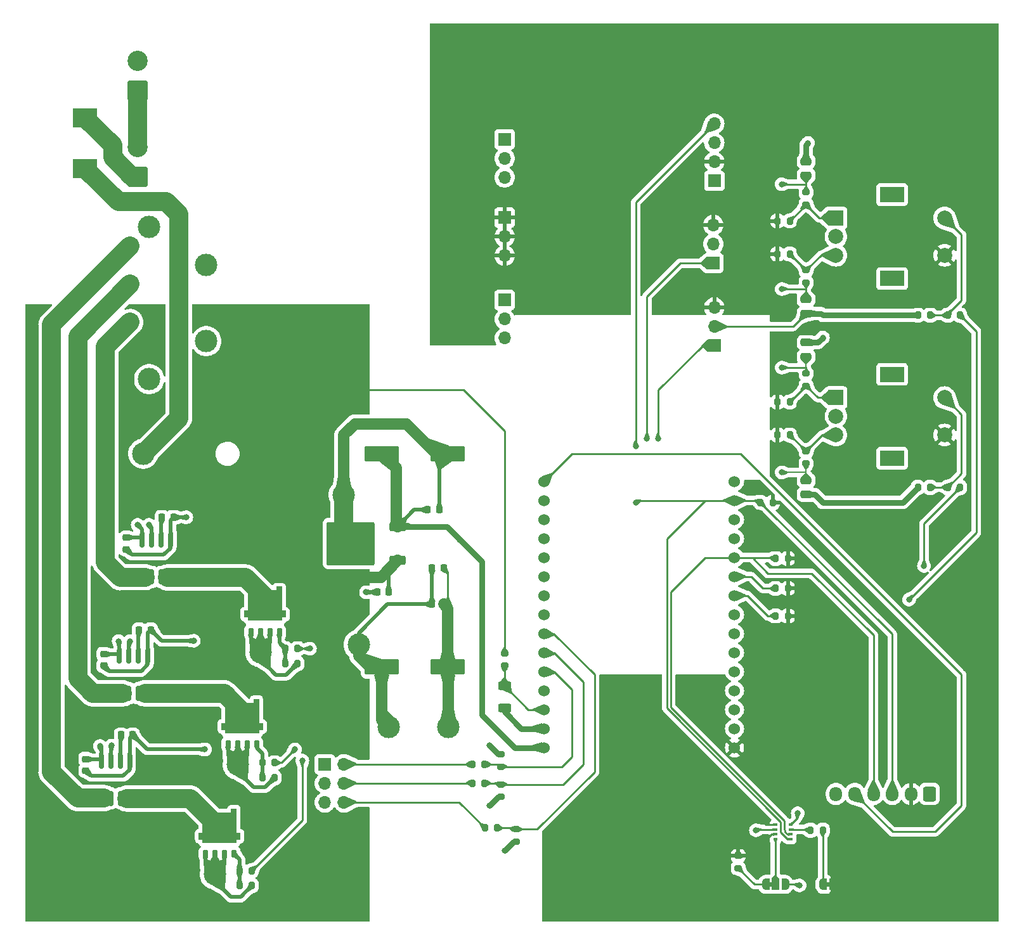
<source format=gbr>
%TF.GenerationSoftware,KiCad,Pcbnew,7.0.7*%
%TF.CreationDate,2023-09-16T18:25:32+02:00*%
%TF.ProjectId,dew_control_pcb,6465775f-636f-46e7-9472-6f6c5f706362,rev?*%
%TF.SameCoordinates,Original*%
%TF.FileFunction,Copper,L1,Top*%
%TF.FilePolarity,Positive*%
%FSLAX46Y46*%
G04 Gerber Fmt 4.6, Leading zero omitted, Abs format (unit mm)*
G04 Created by KiCad (PCBNEW 7.0.7) date 2023-09-16 18:25:32*
%MOMM*%
%LPD*%
G01*
G04 APERTURE LIST*
G04 Aperture macros list*
%AMRoundRect*
0 Rectangle with rounded corners*
0 $1 Rounding radius*
0 $2 $3 $4 $5 $6 $7 $8 $9 X,Y pos of 4 corners*
0 Add a 4 corners polygon primitive as box body*
4,1,4,$2,$3,$4,$5,$6,$7,$8,$9,$2,$3,0*
0 Add four circle primitives for the rounded corners*
1,1,$1+$1,$2,$3*
1,1,$1+$1,$4,$5*
1,1,$1+$1,$6,$7*
1,1,$1+$1,$8,$9*
0 Add four rect primitives between the rounded corners*
20,1,$1+$1,$2,$3,$4,$5,0*
20,1,$1+$1,$4,$5,$6,$7,0*
20,1,$1+$1,$6,$7,$8,$9,0*
20,1,$1+$1,$8,$9,$2,$3,0*%
%AMFreePoly0*
4,1,19,0.550000,-0.750000,0.000000,-0.750000,0.000000,-0.744911,-0.071157,-0.744911,-0.207708,-0.704816,-0.327430,-0.627875,-0.420627,-0.520320,-0.479746,-0.390866,-0.500000,-0.250000,-0.500000,0.250000,-0.479746,0.390866,-0.420627,0.520320,-0.327430,0.627875,-0.207708,0.704816,-0.071157,0.744911,0.000000,0.744911,0.000000,0.750000,0.550000,0.750000,0.550000,-0.750000,0.550000,-0.750000,
$1*%
%AMFreePoly1*
4,1,19,0.000000,0.744911,0.071157,0.744911,0.207708,0.704816,0.327430,0.627875,0.420627,0.520320,0.479746,0.390866,0.500000,0.250000,0.500000,-0.250000,0.479746,-0.390866,0.420627,-0.520320,0.327430,-0.627875,0.207708,-0.704816,0.071157,-0.744911,0.000000,-0.744911,0.000000,-0.750000,-0.550000,-0.750000,-0.550000,0.750000,0.000000,0.750000,0.000000,0.744911,0.000000,0.744911,
$1*%
%AMFreePoly2*
4,1,18,-0.697500,2.280000,2.027500,2.280000,2.502500,2.280000,2.502500,1.530000,2.027500,1.530000,2.027500,-1.530000,2.502500,-1.530000,2.502500,-2.280000,-0.697500,-2.280000,-0.697500,-2.775000,-1.602500,-2.775000,-1.602500,-2.280000,-2.027500,-2.280000,-2.027500,2.280000,-1.602500,2.280000,-1.602500,2.775000,-0.697500,2.775000,-0.697500,2.280000,-0.697500,2.280000,$1*%
%AMFreePoly3*
4,1,19,0.500000,-0.750000,0.000000,-0.750000,0.000000,-0.744911,-0.071157,-0.744911,-0.207708,-0.704816,-0.327430,-0.627875,-0.420627,-0.520320,-0.479746,-0.390866,-0.500000,-0.250000,-0.500000,0.250000,-0.479746,0.390866,-0.420627,0.520320,-0.327430,0.627875,-0.207708,0.704816,-0.071157,0.744911,0.000000,0.744911,0.000000,0.750000,0.500000,0.750000,0.500000,-0.750000,0.500000,-0.750000,
$1*%
%AMFreePoly4*
4,1,19,0.000000,0.744911,0.071157,0.744911,0.207708,0.704816,0.327430,0.627875,0.420627,0.520320,0.479746,0.390866,0.500000,0.250000,0.500000,-0.250000,0.479746,-0.390866,0.420627,-0.520320,0.327430,-0.627875,0.207708,-0.704816,0.071157,-0.744911,0.000000,-0.744911,0.000000,-0.750000,-0.500000,-0.750000,-0.500000,0.750000,0.000000,0.750000,0.000000,0.744911,0.000000,0.744911,
$1*%
G04 Aperture macros list end*
%TA.AperFunction,SMDPad,CuDef*%
%ADD10RoundRect,0.200000X-0.200000X-0.275000X0.200000X-0.275000X0.200000X0.275000X-0.200000X0.275000X0*%
%TD*%
%TA.AperFunction,SMDPad,CuDef*%
%ADD11RoundRect,0.200000X0.200000X0.275000X-0.200000X0.275000X-0.200000X-0.275000X0.200000X-0.275000X0*%
%TD*%
%TA.AperFunction,ComponentPad*%
%ADD12R,1.700000X1.700000*%
%TD*%
%TA.AperFunction,ComponentPad*%
%ADD13O,1.700000X1.700000*%
%TD*%
%TA.AperFunction,SMDPad,CuDef*%
%ADD14RoundRect,0.225000X0.225000X0.250000X-0.225000X0.250000X-0.225000X-0.250000X0.225000X-0.250000X0*%
%TD*%
%TA.AperFunction,SMDPad,CuDef*%
%ADD15RoundRect,0.200000X0.275000X-0.200000X0.275000X0.200000X-0.275000X0.200000X-0.275000X-0.200000X0*%
%TD*%
%TA.AperFunction,SMDPad,CuDef*%
%ADD16RoundRect,0.150000X0.150000X-0.825000X0.150000X0.825000X-0.150000X0.825000X-0.150000X-0.825000X0*%
%TD*%
%TA.AperFunction,ComponentPad*%
%ADD17RoundRect,0.250001X1.099999X-1.099999X1.099999X1.099999X-1.099999X1.099999X-1.099999X-1.099999X0*%
%TD*%
%TA.AperFunction,ComponentPad*%
%ADD18C,2.700000*%
%TD*%
%TA.AperFunction,ComponentPad*%
%ADD19R,2.000000X2.000000*%
%TD*%
%TA.AperFunction,ComponentPad*%
%ADD20C,2.000000*%
%TD*%
%TA.AperFunction,ComponentPad*%
%ADD21R,3.200000X2.000000*%
%TD*%
%TA.AperFunction,SMDPad,CuDef*%
%ADD22RoundRect,0.250001X-2.049999X-0.799999X2.049999X-0.799999X2.049999X0.799999X-2.049999X0.799999X0*%
%TD*%
%TA.AperFunction,SMDPad,CuDef*%
%ADD23R,1.800000X2.500000*%
%TD*%
%TA.AperFunction,SMDPad,CuDef*%
%ADD24RoundRect,0.225000X-0.250000X0.225000X-0.250000X-0.225000X0.250000X-0.225000X0.250000X0.225000X0*%
%TD*%
%TA.AperFunction,SMDPad,CuDef*%
%ADD25R,3.300000X2.500000*%
%TD*%
%TA.AperFunction,ComponentPad*%
%ADD26C,2.500000*%
%TD*%
%TA.AperFunction,ComponentPad*%
%ADD27C,3.000000*%
%TD*%
%TA.AperFunction,SMDPad,CuDef*%
%ADD28FreePoly0,0.000000*%
%TD*%
%TA.AperFunction,SMDPad,CuDef*%
%ADD29R,1.000000X1.500000*%
%TD*%
%TA.AperFunction,SMDPad,CuDef*%
%ADD30FreePoly1,0.000000*%
%TD*%
%TA.AperFunction,SMDPad,CuDef*%
%ADD31R,0.500000X0.350000*%
%TD*%
%TA.AperFunction,SMDPad,CuDef*%
%ADD32RoundRect,0.250000X-0.625000X0.312500X-0.625000X-0.312500X0.625000X-0.312500X0.625000X0.312500X0*%
%TD*%
%TA.AperFunction,ComponentPad*%
%ADD33RoundRect,0.250000X0.600000X0.725000X-0.600000X0.725000X-0.600000X-0.725000X0.600000X-0.725000X0*%
%TD*%
%TA.AperFunction,ComponentPad*%
%ADD34O,1.700000X1.950000*%
%TD*%
%TA.AperFunction,SMDPad,CuDef*%
%ADD35RoundRect,0.200000X-0.275000X0.200000X-0.275000X-0.200000X0.275000X-0.200000X0.275000X0.200000X0*%
%TD*%
%TA.AperFunction,SMDPad,CuDef*%
%ADD36RoundRect,0.250001X2.049999X0.799999X-2.049999X0.799999X-2.049999X-0.799999X2.049999X-0.799999X0*%
%TD*%
%TA.AperFunction,SMDPad,CuDef*%
%ADD37RoundRect,0.187500X0.187500X-0.312500X0.187500X0.312500X-0.187500X0.312500X-0.187500X-0.312500X0*%
%TD*%
%TA.AperFunction,SMDPad,CuDef*%
%ADD38FreePoly2,90.000000*%
%TD*%
%TA.AperFunction,SMDPad,CuDef*%
%ADD39RoundRect,0.250000X-0.475000X0.250000X-0.475000X-0.250000X0.475000X-0.250000X0.475000X0.250000X0*%
%TD*%
%TA.AperFunction,SMDPad,CuDef*%
%ADD40RoundRect,0.250000X0.650000X-1.000000X0.650000X1.000000X-0.650000X1.000000X-0.650000X-1.000000X0*%
%TD*%
%TA.AperFunction,SMDPad,CuDef*%
%ADD41RoundRect,0.250000X0.850000X0.350000X-0.850000X0.350000X-0.850000X-0.350000X0.850000X-0.350000X0*%
%TD*%
%TA.AperFunction,SMDPad,CuDef*%
%ADD42RoundRect,0.250000X1.275000X1.125000X-1.275000X1.125000X-1.275000X-1.125000X1.275000X-1.125000X0*%
%TD*%
%TA.AperFunction,SMDPad,CuDef*%
%ADD43RoundRect,0.249997X2.950003X2.650003X-2.950003X2.650003X-2.950003X-2.650003X2.950003X-2.650003X0*%
%TD*%
%TA.AperFunction,SMDPad,CuDef*%
%ADD44RoundRect,0.225000X-0.225000X-0.250000X0.225000X-0.250000X0.225000X0.250000X-0.225000X0.250000X0*%
%TD*%
%TA.AperFunction,ComponentPad*%
%ADD45C,1.524000*%
%TD*%
%TA.AperFunction,SMDPad,CuDef*%
%ADD46FreePoly3,0.000000*%
%TD*%
%TA.AperFunction,SMDPad,CuDef*%
%ADD47FreePoly4,0.000000*%
%TD*%
%TA.AperFunction,ViaPad*%
%ADD48C,3.000000*%
%TD*%
%TA.AperFunction,ViaPad*%
%ADD49C,0.800000*%
%TD*%
%TA.AperFunction,Conductor*%
%ADD50C,0.250000*%
%TD*%
%TA.AperFunction,Conductor*%
%ADD51C,1.500000*%
%TD*%
%TA.AperFunction,Conductor*%
%ADD52C,0.500000*%
%TD*%
%TA.AperFunction,Conductor*%
%ADD53C,0.750000*%
%TD*%
%TA.AperFunction,Conductor*%
%ADD54C,2.500000*%
%TD*%
%TA.AperFunction,Conductor*%
%ADD55C,0.200000*%
%TD*%
G04 APERTURE END LIST*
%TA.AperFunction,EtchedComponent*%
%TO.C,JP2*%
G36*
X153781000Y-135331000D02*
G01*
X153281000Y-135331000D01*
X153281000Y-134731000D01*
X153781000Y-134731000D01*
X153781000Y-135331000D01*
G37*
%TD.AperFunction*%
%TA.AperFunction,EtchedComponent*%
%TO.C,JP1*%
G36*
X161431000Y-135331000D02*
G01*
X160931000Y-135331000D01*
X160931000Y-134731000D01*
X161431000Y-134731000D01*
X161431000Y-135331000D01*
G37*
%TD.AperFunction*%
%TD*%
D10*
%TO.P,R32,1*%
%TO.N,Net-(R31-Pad2)*%
X177175000Y-59000000D03*
%TO.P,R32,2*%
%TO.N,/TX2*%
X178825000Y-59000000D03*
%TD*%
D11*
%TO.P,R23,1*%
%TO.N,/D27*%
X115325000Y-121500000D03*
%TO.P,R23,2*%
%TO.N,Net-(J5-Pin_4)*%
X113675000Y-121500000D03*
%TD*%
D12*
%TO.P,J5,1,Pin_1*%
%TO.N,/CU3*%
X94000000Y-119000000D03*
D13*
%TO.P,J5,2,Pin_2*%
%TO.N,Net-(J5-Pin_2)*%
X96540000Y-119000000D03*
%TO.P,J5,3,Pin_3*%
%TO.N,/CU2*%
X94000000Y-121540000D03*
%TO.P,J5,4,Pin_4*%
%TO.N,Net-(J5-Pin_4)*%
X96540000Y-121540000D03*
%TO.P,J5,5,Pin_5*%
%TO.N,/CU1*%
X94000000Y-124080000D03*
%TO.P,J5,6,Pin_6*%
%TO.N,Net-(J5-Pin_6)*%
X96540000Y-124080000D03*
%TD*%
D14*
%TO.P,C4,1*%
%TO.N,+3V3*%
X109863000Y-97610000D03*
%TO.P,C4,2*%
%TO.N,GND*%
X108313000Y-97610000D03*
%TD*%
D15*
%TO.P,R24,1*%
%TO.N,GND*%
X117500000Y-123325000D03*
%TO.P,R24,2*%
%TO.N,/D27*%
X117500000Y-121675000D03*
%TD*%
D16*
%TO.P,U3,1,IP+*%
%TO.N,/RSA1*%
X64155000Y-123535000D03*
%TO.P,U3,2,IP+*%
X65425000Y-123535000D03*
%TO.P,U3,3,IP-*%
%TO.N,/DEW1*%
X66695000Y-123535000D03*
%TO.P,U3,4,IP-*%
X67965000Y-123535000D03*
%TO.P,U3,5,GND*%
%TO.N,GND*%
X67965000Y-118585000D03*
%TO.P,U3,6,FILTER*%
%TO.N,Net-(U3-FILTER)*%
X66695000Y-118585000D03*
%TO.P,U3,7,VIOUT*%
%TO.N,/CU1*%
X65425000Y-118585000D03*
%TO.P,U3,8,VCC*%
%TO.N,+5V*%
X64155000Y-118585000D03*
%TD*%
D17*
%TO.P,J2,1,Pin_1*%
%TO.N,VSS*%
X69000000Y-40480000D03*
D18*
%TO.P,J2,2,Pin_2*%
%TO.N,VS*%
X69000000Y-36520000D03*
%TD*%
D10*
%TO.P,R16,1*%
%TO.N,/SIG1*%
X154175000Y-95500000D03*
%TO.P,R16,2*%
%TO.N,+3V3*%
X155825000Y-95500000D03*
%TD*%
D11*
%TO.P,R20,1*%
%TO.N,Net-(JP1-A)*%
X160500000Y-127799000D03*
%TO.P,R20,2*%
%TO.N,Net-(U2-CSB)*%
X158850000Y-127799000D03*
%TD*%
D19*
%TO.P,SW1,A,A*%
%TO.N,Net-(R10-Pad2)*%
X162250000Y-46000000D03*
D20*
%TO.P,SW1,B,B*%
%TO.N,Net-(R7-Pad1)*%
X162250000Y-51000000D03*
%TO.P,SW1,C,C*%
%TO.N,GND*%
X162250000Y-48500000D03*
D21*
%TO.P,SW1,MP*%
%TO.N,N/C*%
X169750000Y-42900000D03*
X169750000Y-54100000D03*
D20*
%TO.P,SW1,S1,S1*%
%TO.N,+3V3*%
X176750000Y-51000000D03*
%TO.P,SW1,S2,S2*%
%TO.N,Net-(R31-Pad2)*%
X176750000Y-46000000D03*
%TD*%
D10*
%TO.P,R1,1*%
%TO.N,Net-(Q1-G)*%
X82615000Y-133185000D03*
%TO.P,R1,2*%
%TO.N,/D25*%
X84265000Y-133185000D03*
%TD*%
D22*
%TO.P,C3,1*%
%TO.N,+5V*%
X101600000Y-77500000D03*
%TO.P,C3,2*%
%TO.N,GND*%
X110400000Y-77500000D03*
%TD*%
D23*
%TO.P,D3,1,K*%
%TO.N,+12V*%
X75465000Y-113500000D03*
%TO.P,D3,2,A*%
%TO.N,/DEW2*%
X75465000Y-109500000D03*
%TD*%
%TO.P,D4,1,K*%
%TO.N,+12V*%
X78512500Y-98035000D03*
%TO.P,D4,2,A*%
%TO.N,/DEW3*%
X78512500Y-94035000D03*
%TD*%
D10*
%TO.P,R15,1*%
%TO.N,/SIG2*%
X154175000Y-99175000D03*
%TO.P,R15,2*%
%TO.N,+3V3*%
X155825000Y-99175000D03*
%TD*%
D24*
%TO.P,C7,1*%
%TO.N,+5V*%
X67500000Y-88725000D03*
%TO.P,C7,2*%
%TO.N,GND*%
X67500000Y-90275000D03*
%TD*%
D25*
%TO.P,D1,1,K*%
%TO.N,Net-(D1-K)*%
X62000000Y-39400000D03*
%TO.P,D1,2,A*%
%TO.N,VSS*%
X62000000Y-32600000D03*
%TD*%
D10*
%TO.P,R12,1*%
%TO.N,/SDA*%
X154175000Y-91500000D03*
%TO.P,R12,2*%
%TO.N,+3V3*%
X155825000Y-91500000D03*
%TD*%
D24*
%TO.P,C13,1*%
%TO.N,+5V*%
X64465000Y-104260000D03*
%TO.P,C13,2*%
%TO.N,GND*%
X64465000Y-105810000D03*
%TD*%
D17*
%TO.P,J1,1,Pin_1*%
%TO.N,VS*%
X69000000Y-29000000D03*
D18*
%TO.P,J1,2,Pin_2*%
%TO.N,GND*%
X69000000Y-25040000D03*
%TD*%
D12*
%TO.P,J32,1,Pin_1*%
%TO.N,/SIG2*%
X145875000Y-52025000D03*
D13*
%TO.P,J32,2,Pin_2*%
%TO.N,GND*%
X145875000Y-49485000D03*
%TO.P,J32,3,Pin_3*%
%TO.N,+3V3*%
X145875000Y-46945000D03*
%TD*%
D10*
%TO.P,R31,1*%
%TO.N,GND*%
X173175000Y-59000000D03*
%TO.P,R31,2*%
%TO.N,Net-(R31-Pad2)*%
X174825000Y-59000000D03*
%TD*%
D26*
%TO.P,J3,1,Pin_1*%
%TO.N,+12V*%
X68000000Y-65000000D03*
%TO.P,J3,2,Pin_2*%
%TO.N,/RSA3*%
X68000000Y-59920000D03*
%TO.P,J3,3,Pin_3*%
%TO.N,/RSA2*%
X68000000Y-54840000D03*
%TO.P,J3,4,Pin_4*%
%TO.N,/RSA1*%
X68000000Y-49760000D03*
D27*
%TO.P,J3,GND*%
%TO.N,N/C*%
X70540000Y-67540000D03*
X78160000Y-62460000D03*
X78160000Y-52300000D03*
X70540000Y-47220000D03*
%TD*%
D28*
%TO.P,JP2,1,A*%
%TO.N,Net-(JP2-A)*%
X152881000Y-135031000D03*
D29*
%TO.P,JP2,2,C*%
%TO.N,Net-(JP2-C)*%
X154181000Y-135031000D03*
D30*
%TO.P,JP2,3,B*%
%TO.N,GND*%
X155481000Y-135031000D03*
%TD*%
D14*
%TO.P,C6,1*%
%TO.N,+3V3*%
X109863000Y-92784000D03*
%TO.P,C6,2*%
%TO.N,GND*%
X108313000Y-92784000D03*
%TD*%
D16*
%TO.P,U4,1,IP+*%
%TO.N,/RSA2*%
X66560000Y-109510000D03*
%TO.P,U4,2,IP+*%
X67830000Y-109510000D03*
%TO.P,U4,3,IP-*%
%TO.N,/DEW2*%
X69100000Y-109510000D03*
%TO.P,U4,4,IP-*%
X70370000Y-109510000D03*
%TO.P,U4,5,GND*%
%TO.N,GND*%
X70370000Y-104560000D03*
%TO.P,U4,6,FILTER*%
%TO.N,Net-(U4-FILTER)*%
X69100000Y-104560000D03*
%TO.P,U4,7,VIOUT*%
%TO.N,/CU2*%
X67830000Y-104560000D03*
%TO.P,U4,8,VCC*%
%TO.N,+5V*%
X66560000Y-104560000D03*
%TD*%
D31*
%TO.P,U2,1,GND*%
%TO.N,GND*%
X156206000Y-127056000D03*
%TO.P,U2,2,CSB*%
%TO.N,Net-(U2-CSB)*%
X156206000Y-127706000D03*
%TO.P,U2,3,SDI*%
%TO.N,/SDA*%
X156206000Y-128356000D03*
%TO.P,U2,4,SCK*%
%TO.N,/SCL*%
X156206000Y-129006000D03*
%TO.P,U2,5,SDO*%
%TO.N,Net-(JP2-C)*%
X154156000Y-129006000D03*
%TO.P,U2,6,VDDIO*%
%TO.N,+3V3*%
X154156000Y-128356000D03*
%TO.P,U2,7,GND*%
%TO.N,GND*%
X154156000Y-127706000D03*
%TO.P,U2,8,VDD*%
%TO.N,+3V3*%
X154156000Y-127056000D03*
%TD*%
D32*
%TO.P,R22,1*%
%TO.N,Net-(IC1-D13)*%
X118000000Y-108537500D03*
%TO.P,R22,2*%
%TO.N,GND*%
X118000000Y-111462500D03*
%TD*%
D33*
%TO.P,J11,1,Pin_1*%
%TO.N,GND*%
X174750000Y-122950000D03*
D34*
%TO.P,J11,2,Pin_2*%
%TO.N,+3V3*%
X172250000Y-122950000D03*
%TO.P,J11,3,Pin_3*%
%TO.N,/SCL*%
X169750000Y-122950000D03*
%TO.P,J11,4,Pin_4*%
%TO.N,/SDA*%
X167250000Y-122950000D03*
%TO.P,J11,5,Pin_5*%
%TO.N,/RES*%
X164750000Y-122950000D03*
%TO.P,J11,6,Pin_6*%
%TO.N,GND*%
X162250000Y-122950000D03*
%TD*%
D11*
%TO.P,R13,1*%
%TO.N,Net-(R13-Pad1)*%
X156075000Y-70600000D03*
%TO.P,R13,2*%
%TO.N,+3V3*%
X154425000Y-70600000D03*
%TD*%
D10*
%TO.P,R11,1*%
%TO.N,/SCL*%
X152175000Y-84000000D03*
%TO.P,R11,2*%
%TO.N,+3V3*%
X153825000Y-84000000D03*
%TD*%
D35*
%TO.P,R8,1*%
%TO.N,Net-(R7-Pad1)*%
X158250000Y-53000000D03*
%TO.P,R8,2*%
%TO.N,/D34*%
X158250000Y-54650000D03*
%TD*%
D11*
%TO.P,R9,1*%
%TO.N,Net-(R10-Pad2)*%
X156075000Y-46400000D03*
%TO.P,R9,2*%
%TO.N,+3V3*%
X154425000Y-46400000D03*
%TD*%
D35*
%TO.P,R28,1*%
%TO.N,GND*%
X117500000Y-117675000D03*
%TO.P,R28,2*%
%TO.N,/D14*%
X117500000Y-119325000D03*
%TD*%
%TO.P,R19,1*%
%TO.N,+12V*%
X118000000Y-104175000D03*
%TO.P,R19,2*%
%TO.N,Net-(IC1-D13)*%
X118000000Y-105825000D03*
%TD*%
D14*
%TO.P,C8,1*%
%TO.N,GND*%
X73775000Y-86000000D03*
%TO.P,C8,2*%
%TO.N,Net-(U5-FILTER)*%
X72225000Y-86000000D03*
%TD*%
D11*
%TO.P,R25,1*%
%TO.N,/D26*%
X117000000Y-127500000D03*
%TO.P,R25,2*%
%TO.N,Net-(J5-Pin_6)*%
X115350000Y-127500000D03*
%TD*%
D36*
%TO.P,C5,1*%
%TO.N,+3V3*%
X110400000Y-106000000D03*
%TO.P,C5,2*%
%TO.N,GND*%
X101600000Y-106000000D03*
%TD*%
D37*
%TO.P,Q2,1,G*%
%TO.N,Net-(Q2-G)*%
X84870000Y-116282250D03*
D38*
%TO.P,Q2,2,D*%
%TO.N,/DEW2*%
X82965000Y-112790000D03*
D37*
%TO.P,Q2,3,S*%
%TO.N,GND*%
X81060000Y-116282250D03*
X82330000Y-116282250D03*
X83600000Y-116282250D03*
%TD*%
D15*
%TO.P,R26,1*%
%TO.N,GND*%
X119500000Y-129325000D03*
%TO.P,R26,2*%
%TO.N,/D26*%
X119500000Y-127675000D03*
%TD*%
D19*
%TO.P,SW2,A,A*%
%TO.N,Net-(R13-Pad1)*%
X162250000Y-70000000D03*
D20*
%TO.P,SW2,B,B*%
%TO.N,Net-(R14-Pad1)*%
X162250000Y-75000000D03*
%TO.P,SW2,C,C*%
%TO.N,GND*%
X162250000Y-72500000D03*
D21*
%TO.P,SW2,MP*%
%TO.N,N/C*%
X169750000Y-66900000D03*
X169750000Y-78100000D03*
D20*
%TO.P,SW2,S1,S1*%
%TO.N,+3V3*%
X176750000Y-75000000D03*
%TO.P,SW2,S2,S2*%
%TO.N,Net-(R29-Pad1)*%
X176750000Y-70000000D03*
%TD*%
D37*
%TO.P,Q3,1,G*%
%TO.N,Net-(Q3-G)*%
X87917500Y-101282250D03*
D38*
%TO.P,Q3,2,D*%
%TO.N,/DEW3*%
X86012500Y-97790000D03*
D37*
%TO.P,Q3,3,S*%
%TO.N,GND*%
X84107500Y-101282250D03*
X85377500Y-101282250D03*
X86647500Y-101282250D03*
%TD*%
D12*
%TO.P,J14,1,Pin_1*%
%TO.N,+3V3*%
X118000000Y-45960000D03*
D13*
%TO.P,J14,2,Pin_2*%
X118000000Y-48500000D03*
%TO.P,J14,3,Pin_3*%
X118000000Y-51040000D03*
%TD*%
D10*
%TO.P,R3,1*%
%TO.N,Net-(Q1-G)*%
X82615000Y-135185000D03*
%TO.P,R3,2*%
%TO.N,GND*%
X84265000Y-135185000D03*
%TD*%
D12*
%TO.P,J13,1,Pin_1*%
%TO.N,GND*%
X118000000Y-56975000D03*
D13*
%TO.P,J13,2,Pin_2*%
X118000000Y-59515000D03*
%TO.P,J13,3,Pin_3*%
X118000000Y-62055000D03*
%TD*%
D39*
%TO.P,C15,1*%
%TO.N,GND*%
X158250000Y-62650000D03*
%TO.P,C15,2*%
%TO.N,/VP*%
X158250000Y-64550000D03*
%TD*%
D37*
%TO.P,Q1,1,G*%
%TO.N,Net-(Q1-G)*%
X81845000Y-130932250D03*
D38*
%TO.P,Q1,2,D*%
%TO.N,/DEW1*%
X79940000Y-127440000D03*
D37*
%TO.P,Q1,3,S*%
%TO.N,GND*%
X78035000Y-130932250D03*
X79305000Y-130932250D03*
X80575000Y-130932250D03*
%TD*%
D40*
%TO.P,D2,1,K*%
%TO.N,+12V*%
X72560000Y-127560000D03*
%TO.P,D2,2,A*%
%TO.N,/DEW1*%
X72560000Y-123560000D03*
%TD*%
D24*
%TO.P,C11,1*%
%TO.N,+5V*%
X62060000Y-118285000D03*
%TO.P,C11,2*%
%TO.N,GND*%
X62060000Y-119835000D03*
%TD*%
D27*
%TO.P,F1,1*%
%TO.N,Net-(D1-K)*%
X69750000Y-77500000D03*
%TO.P,F1,2*%
%TO.N,+12V*%
X92250000Y-77500000D03*
%TD*%
D10*
%TO.P,R2,1*%
%TO.N,Net-(Q2-G)*%
X85640000Y-118780000D03*
%TO.P,R2,2*%
%TO.N,/D33*%
X87290000Y-118780000D03*
%TD*%
D11*
%TO.P,R27,1*%
%TO.N,/D14*%
X115325000Y-119000000D03*
%TO.P,R27,2*%
%TO.N,Net-(J5-Pin_2)*%
X113675000Y-119000000D03*
%TD*%
D35*
%TO.P,R18,1*%
%TO.N,Net-(R14-Pad1)*%
X158250000Y-77175000D03*
%TO.P,R18,2*%
%TO.N,/VN*%
X158250000Y-78825000D03*
%TD*%
D14*
%TO.P,C12,1*%
%TO.N,GND*%
X68335000Y-115060000D03*
%TO.P,C12,2*%
%TO.N,Net-(U3-FILTER)*%
X66785000Y-115060000D03*
%TD*%
D10*
%TO.P,R6,1*%
%TO.N,Net-(Q3-G)*%
X88687500Y-105535000D03*
%TO.P,R6,2*%
%TO.N,GND*%
X90337500Y-105535000D03*
%TD*%
D11*
%TO.P,R7,1*%
%TO.N,Net-(R7-Pad1)*%
X156075000Y-50825000D03*
%TO.P,R7,2*%
%TO.N,+3V3*%
X154425000Y-50825000D03*
%TD*%
D39*
%TO.P,C10,1*%
%TO.N,GND*%
X158250000Y-38450000D03*
%TO.P,C10,2*%
%TO.N,/D35*%
X158250000Y-40350000D03*
%TD*%
%TO.P,C9,1*%
%TO.N,/D34*%
X158250000Y-56875000D03*
%TO.P,C9,2*%
%TO.N,GND*%
X158250000Y-58775000D03*
%TD*%
D41*
%TO.P,U1,1,IN*%
%TO.N,+12V*%
X103700000Y-91780000D03*
D42*
%TO.P,U1,2,GND*%
%TO.N,GND*%
X99075000Y-91025000D03*
X99075000Y-87975000D03*
D43*
X97400000Y-89500000D03*
D42*
X95725000Y-91025000D03*
X95725000Y-87975000D03*
D41*
%TO.P,U1,3,OUT*%
%TO.N,+5V*%
X103700000Y-87220000D03*
%TD*%
D11*
%TO.P,R14,1*%
%TO.N,Net-(R14-Pad1)*%
X156075000Y-75000000D03*
%TO.P,R14,2*%
%TO.N,+3V3*%
X154425000Y-75000000D03*
%TD*%
D35*
%TO.P,R10,1*%
%TO.N,/D35*%
X158250000Y-42575000D03*
%TO.P,R10,2*%
%TO.N,Net-(R10-Pad2)*%
X158250000Y-44225000D03*
%TD*%
D44*
%TO.P,C1,1*%
%TO.N,+5V*%
X107725000Y-85000000D03*
%TO.P,C1,2*%
%TO.N,GND*%
X109275000Y-85000000D03*
%TD*%
D12*
%TO.P,J12,1,Pin_1*%
%TO.N,GND*%
X146000000Y-41040000D03*
D13*
%TO.P,J12,2,Pin_2*%
%TO.N,+3V3*%
X146000000Y-38500000D03*
%TO.P,J12,3,Pin_3*%
%TO.N,/SDA*%
X146000000Y-35960000D03*
%TO.P,J12,4,Pin_4*%
%TO.N,/SCL*%
X146000000Y-33420000D03*
%TD*%
D10*
%TO.P,R5,1*%
%TO.N,Net-(Q3-G)*%
X88687500Y-103535000D03*
%TO.P,R5,2*%
%TO.N,/D32*%
X90337500Y-103535000D03*
%TD*%
%TO.P,R4,1*%
%TO.N,Net-(Q2-G)*%
X85640000Y-120780000D03*
%TO.P,R4,2*%
%TO.N,GND*%
X87290000Y-120780000D03*
%TD*%
%TO.P,R30,1*%
%TO.N,GND*%
X173175000Y-82000000D03*
%TO.P,R30,2*%
%TO.N,Net-(R29-Pad1)*%
X174825000Y-82000000D03*
%TD*%
D35*
%TO.P,R17,1*%
%TO.N,/VP*%
X158250000Y-66775000D03*
%TO.P,R17,2*%
%TO.N,Net-(R13-Pad1)*%
X158250000Y-68425000D03*
%TD*%
D39*
%TO.P,C16,1*%
%TO.N,/VN*%
X158250000Y-81050000D03*
%TO.P,C16,2*%
%TO.N,GND*%
X158250000Y-82950000D03*
%TD*%
D45*
%TO.P,IC1,1,VIN*%
%TO.N,+5V*%
X123300000Y-116780000D03*
%TO.P,IC1,2,GND*%
%TO.N,GND*%
X123300000Y-114240000D03*
%TO.P,IC1,3,D13*%
%TO.N,Net-(IC1-D13)*%
X123300000Y-111700000D03*
%TO.P,IC1,4,D12*%
%TO.N,unconnected-(IC1-D12-Pad4)*%
X123300000Y-109160000D03*
%TO.P,IC1,5,D14*%
%TO.N,/D14*%
X123300000Y-106620000D03*
%TO.P,IC1,6,D27*%
%TO.N,/D27*%
X123300000Y-104080000D03*
%TO.P,IC1,7,D26*%
%TO.N,/D26*%
X123300000Y-101540000D03*
%TO.P,IC1,8,D25*%
%TO.N,/D25*%
X123300000Y-99000000D03*
%TO.P,IC1,9,D33*%
%TO.N,/D33*%
X123300000Y-96460000D03*
%TO.P,IC1,10,D32*%
%TO.N,/D32*%
X123300000Y-93920000D03*
%TO.P,IC1,11,D35*%
%TO.N,/D35*%
X123300000Y-91380000D03*
%TO.P,IC1,12,D34*%
%TO.N,/D34*%
X123300000Y-88840000D03*
%TO.P,IC1,13,VN*%
%TO.N,/VN*%
X123300000Y-86300000D03*
%TO.P,IC1,14,VP*%
%TO.N,/VP*%
X123300000Y-83760000D03*
%TO.P,IC1,15,EN*%
%TO.N,/RES*%
X123300000Y-81220000D03*
%TO.P,IC1,16,3V3*%
%TO.N,+3V3*%
X148700000Y-116780000D03*
%TO.P,IC1,17,GND*%
%TO.N,GND*%
X148700000Y-114240000D03*
%TO.P,IC1,18,D15*%
%TO.N,unconnected-(IC1-D15-Pad18)*%
X148700000Y-111700000D03*
%TO.P,IC1,19,D2*%
%TO.N,unconnected-(IC1-D2-Pad19)*%
X148700000Y-109160000D03*
%TO.P,IC1,20,D4*%
%TO.N,unconnected-(IC1-D4-Pad20)*%
X148700000Y-106620000D03*
%TO.P,IC1,21,RX2*%
%TO.N,/RX2*%
X148700000Y-104080000D03*
%TO.P,IC1,22,TX2*%
%TO.N,/TX2*%
X148700000Y-101540000D03*
%TO.P,IC1,23,D5*%
%TO.N,unconnected-(IC1-D5-Pad23)*%
X148700000Y-99000000D03*
%TO.P,IC1,24,D18*%
%TO.N,/SIG2*%
X148700000Y-96460000D03*
%TO.P,IC1,25,D19*%
%TO.N,/SIG1*%
X148700000Y-93920000D03*
%TO.P,IC1,26,D21*%
%TO.N,/SDA*%
X148700000Y-91380000D03*
%TO.P,IC1,27,RX0*%
%TO.N,unconnected-(IC1-RX0-Pad27)*%
X148700000Y-88840000D03*
%TO.P,IC1,28,TX0*%
%TO.N,unconnected-(IC1-TX0-Pad28)*%
X148700000Y-86300000D03*
%TO.P,IC1,29,D22*%
%TO.N,/SCL*%
X148700000Y-83760000D03*
%TO.P,IC1,30,D23*%
%TO.N,unconnected-(IC1-D23-Pad30)*%
X148700000Y-81220000D03*
%TD*%
D12*
%TO.P,J4,1,Pin_1*%
%TO.N,+5V*%
X118000000Y-35500000D03*
D13*
%TO.P,J4,2,Pin_2*%
X118000000Y-38040000D03*
%TO.P,J4,3,Pin_3*%
X118000000Y-40580000D03*
%TD*%
D12*
%TO.P,J31,1,Pin_1*%
%TO.N,/SIG1*%
X146000000Y-63040000D03*
D13*
%TO.P,J31,2,Pin_2*%
%TO.N,GND*%
X146000000Y-60500000D03*
%TO.P,J31,3,Pin_3*%
%TO.N,+3V3*%
X146000000Y-57960000D03*
%TD*%
D14*
%TO.P,C14,1*%
%TO.N,GND*%
X70740000Y-101035000D03*
%TO.P,C14,2*%
%TO.N,Net-(U4-FILTER)*%
X69190000Y-101035000D03*
%TD*%
D10*
%TO.P,R29,1*%
%TO.N,Net-(R29-Pad1)*%
X177175000Y-82000000D03*
%TO.P,R29,2*%
%TO.N,/RX2*%
X178825000Y-82000000D03*
%TD*%
D16*
%TO.P,U5,1,IP+*%
%TO.N,/RSA3*%
X69595000Y-93975000D03*
%TO.P,U5,2,IP+*%
X70865000Y-93975000D03*
%TO.P,U5,3,IP-*%
%TO.N,/DEW3*%
X72135000Y-93975000D03*
%TO.P,U5,4,IP-*%
X73405000Y-93975000D03*
%TO.P,U5,5,GND*%
%TO.N,GND*%
X73405000Y-89025000D03*
%TO.P,U5,6,FILTER*%
%TO.N,Net-(U5-FILTER)*%
X72135000Y-89025000D03*
%TO.P,U5,7,VIOUT*%
%TO.N,/CU3*%
X70865000Y-89025000D03*
%TO.P,U5,8,VCC*%
%TO.N,+5V*%
X69595000Y-89025000D03*
%TD*%
D14*
%TO.P,C2,1*%
%TO.N,+12V*%
X102550000Y-96000000D03*
%TO.P,C2,2*%
%TO.N,GND*%
X101000000Y-96000000D03*
%TD*%
D46*
%TO.P,JP1,1,A*%
%TO.N,Net-(JP1-A)*%
X160531000Y-135031000D03*
D47*
%TO.P,JP1,2,B*%
%TO.N,+3V3*%
X161831000Y-135031000D03*
%TD*%
D35*
%TO.P,R21,1*%
%TO.N,+3V3*%
X149181000Y-131206000D03*
%TO.P,R21,2*%
%TO.N,Net-(JP2-A)*%
X149181000Y-132856000D03*
%TD*%
D48*
%TO.N,+12V*%
X90500000Y-132000000D03*
X86000000Y-127500000D03*
D49*
%TO.N,GND*%
X116000000Y-124500000D03*
X76500000Y-102500000D03*
X78000000Y-117000000D03*
X160500000Y-59000000D03*
D48*
X102500000Y-114000000D03*
X85377500Y-104035000D03*
D49*
X157389000Y-135165000D03*
D48*
X96500000Y-83000000D03*
X82360000Y-119035000D03*
X79305000Y-133685000D03*
D49*
X99500000Y-96000000D03*
X160500000Y-62000000D03*
X118000000Y-130500000D03*
X158500000Y-36000000D03*
X160500000Y-84000000D03*
X116000000Y-116500000D03*
X157135000Y-125513000D03*
X75500000Y-86000000D03*
X151547000Y-127799000D03*
D48*
X98500000Y-103000000D03*
D49*
%TO.N,+5V*%
X69000000Y-87000000D03*
X112000000Y-89000000D03*
X66465000Y-102535000D03*
X103500000Y-84500000D03*
X63965000Y-116535000D03*
%TO.N,+3V3*%
X153500000Y-89000000D03*
X162500000Y-87000000D03*
X157000000Y-87000000D03*
D48*
X110500000Y-114000000D03*
X127000000Y-135500000D03*
D49*
%TO.N,/SIG1*%
X138500000Y-75500000D03*
%TO.N,/SCL*%
X135500000Y-76500000D03*
X135500000Y-84000000D03*
%TO.N,/D32*%
X92000000Y-103535000D03*
%TO.N,/SIG2*%
X137000000Y-75500000D03*
%TO.N,/D25*%
X91000000Y-118500000D03*
%TO.N,/D33*%
X90005000Y-117005000D03*
%TO.N,/D34*%
X155000000Y-55500000D03*
%TO.N,/D35*%
X155000000Y-41500000D03*
%TO.N,/VP*%
X155000000Y-66000000D03*
%TO.N,/VN*%
X155000000Y-80000000D03*
%TO.N,/CU1*%
X65500000Y-116500000D03*
%TO.N,/CU2*%
X67965000Y-102535000D03*
%TO.N,/CU3*%
X70500000Y-87000000D03*
%TO.N,/RX2*%
X174000000Y-92500000D03*
%TO.N,/TX2*%
X172000000Y-97000000D03*
%TD*%
D50*
%TO.N,+12V*%
X118000000Y-104175000D02*
X118000000Y-74500000D01*
D51*
X101480000Y-94000000D02*
X103700000Y-91780000D01*
D52*
X102550000Y-92930000D02*
X103700000Y-91780000D01*
D50*
X118000000Y-74500000D02*
X112500000Y-69000000D01*
D52*
X102550000Y-96000000D02*
X102550000Y-92930000D01*
D50*
X97500000Y-69000000D02*
X92250000Y-74250000D01*
D51*
X95000000Y-94000000D02*
X101480000Y-94000000D01*
D50*
X112500000Y-69000000D02*
X97500000Y-69000000D01*
X92250000Y-74250000D02*
X92250000Y-77500000D01*
D52*
%TO.N,GND*%
X86647500Y-102765000D02*
X85377500Y-104035000D01*
X68225000Y-91000000D02*
X72500000Y-91000000D01*
D51*
X98000000Y-73500000D02*
X96500000Y-75000000D01*
X100000000Y-106000000D02*
X98500000Y-104500000D01*
D52*
X73405000Y-90095000D02*
X73405000Y-89025000D01*
X78035000Y-132415000D02*
X79305000Y-133685000D01*
X86035000Y-122035000D02*
X87290000Y-120780000D01*
X67500000Y-90275000D02*
X68225000Y-91000000D01*
X87445000Y-107035000D02*
X85377500Y-104967500D01*
X82765000Y-136685000D02*
X81440000Y-136685000D01*
X70370000Y-101405000D02*
X70740000Y-101035000D01*
X85377500Y-101282250D02*
X85377500Y-104035000D01*
D53*
X117175000Y-123325000D02*
X116000000Y-124500000D01*
D52*
X83600000Y-117795000D02*
X82360000Y-119035000D01*
D53*
X117500000Y-123325000D02*
X117175000Y-123325000D01*
D51*
X98500000Y-104500000D02*
X98500000Y-103000000D01*
D53*
X171175000Y-84000000D02*
X173175000Y-82000000D01*
D52*
X73775000Y-86000000D02*
X75500000Y-86000000D01*
X80575000Y-130932250D02*
X80575000Y-132415000D01*
X80575000Y-132415000D02*
X79305000Y-133685000D01*
D50*
X157135000Y-125513000D02*
X157135000Y-126127000D01*
D52*
X101000000Y-96000000D02*
X99500000Y-96000000D01*
X81440000Y-136685000D02*
X79305000Y-134550000D01*
X64465000Y-105810000D02*
X65190000Y-106535000D01*
X82360000Y-118057250D02*
X82360000Y-120175000D01*
X85377500Y-104967500D02*
X85377500Y-104035000D01*
X70370000Y-104560000D02*
X70370000Y-101405000D01*
X82360000Y-119930000D02*
X84465000Y-122035000D01*
X73405000Y-86370000D02*
X73775000Y-86000000D01*
D53*
X118000000Y-111462500D02*
X118000000Y-112000000D01*
D51*
X104900000Y-73500000D02*
X98000000Y-73500000D01*
D53*
X119500000Y-129325000D02*
X119175000Y-129325000D01*
D52*
X108313000Y-92784000D02*
X108313000Y-97287000D01*
D51*
X101600000Y-113100000D02*
X102500000Y-114000000D01*
D50*
X156525000Y-60500000D02*
X158250000Y-58775000D01*
X151547000Y-127799000D02*
X151640000Y-127706000D01*
D52*
X70370000Y-105630000D02*
X70370000Y-104560000D01*
D53*
X158250000Y-36250000D02*
X158500000Y-36000000D01*
D52*
X82360000Y-119035000D02*
X81060000Y-117735000D01*
X102390000Y-97610000D02*
X98500000Y-101500000D01*
D53*
X159850000Y-62650000D02*
X160500000Y-62000000D01*
D50*
X157135000Y-126127000D02*
X156206000Y-127056000D01*
D52*
X82360000Y-119035000D02*
X82360000Y-119930000D01*
X84107500Y-102765000D02*
X85377500Y-104035000D01*
D53*
X158250000Y-58775000D02*
X160275000Y-58775000D01*
D50*
X146000000Y-60500000D02*
X156525000Y-60500000D01*
D51*
X101600000Y-106000000D02*
X101600000Y-113100000D01*
D53*
X158250000Y-82950000D02*
X159450000Y-82950000D01*
X160275000Y-58775000D02*
X160500000Y-59000000D01*
X117500000Y-117675000D02*
X117175000Y-117675000D01*
D51*
X96500000Y-75000000D02*
X96500000Y-83000000D01*
D52*
X98500000Y-101500000D02*
X98500000Y-103000000D01*
X72205000Y-102500000D02*
X76500000Y-102500000D01*
D53*
X120240000Y-114240000D02*
X123300000Y-114240000D01*
X160500000Y-84000000D02*
X171175000Y-84000000D01*
D52*
X69465000Y-106535000D02*
X70370000Y-105630000D01*
D53*
X119175000Y-129325000D02*
X118000000Y-130500000D01*
D52*
X83600000Y-116527250D02*
X83600000Y-117795000D01*
X67965000Y-118585000D02*
X67965000Y-115430000D01*
X62060000Y-119835000D02*
X62785000Y-120560000D01*
D50*
X155481000Y-135031000D02*
X157255000Y-135031000D01*
D52*
X65190000Y-106535000D02*
X69465000Y-106535000D01*
D50*
X157255000Y-135031000D02*
X157389000Y-135165000D01*
D52*
X79305000Y-134550000D02*
X79305000Y-133685000D01*
X73405000Y-89025000D02*
X73405000Y-86370000D01*
X81060000Y-117735000D02*
X81060000Y-116282250D01*
X67965000Y-119655000D02*
X67965000Y-118585000D01*
X82360000Y-116557250D02*
X82360000Y-119035000D01*
X67965000Y-115430000D02*
X68335000Y-115060000D01*
D50*
X151640000Y-127706000D02*
X154156000Y-127706000D01*
D51*
X101600000Y-106000000D02*
X100000000Y-106000000D01*
D52*
X84265000Y-135185000D02*
X82765000Y-136685000D01*
X84465000Y-122035000D02*
X86035000Y-122035000D01*
D54*
X96500000Y-88600000D02*
X96500000Y-83000000D01*
D52*
X79305000Y-130932250D02*
X79305000Y-133685000D01*
X86647500Y-101282250D02*
X86647500Y-102765000D01*
X110400000Y-77500000D02*
X109275000Y-78625000D01*
X78035000Y-130932250D02*
X78035000Y-132415000D01*
X67060000Y-120560000D02*
X67965000Y-119655000D01*
X90337500Y-105535000D02*
X88837500Y-107035000D01*
X70275000Y-117000000D02*
X78000000Y-117000000D01*
X82330000Y-116527250D02*
X82360000Y-116557250D01*
X68335000Y-115060000D02*
X70275000Y-117000000D01*
D51*
X108900000Y-77500000D02*
X104900000Y-73500000D01*
D53*
X160500000Y-59000000D02*
X173175000Y-59000000D01*
D52*
X109275000Y-78625000D02*
X109275000Y-85000000D01*
D53*
X158250000Y-62650000D02*
X159850000Y-62650000D01*
X117175000Y-117675000D02*
X116000000Y-116500000D01*
D52*
X70740000Y-101035000D02*
X72205000Y-102500000D01*
X108313000Y-97610000D02*
X102390000Y-97610000D01*
D53*
X159450000Y-82950000D02*
X160500000Y-84000000D01*
D52*
X72500000Y-91000000D02*
X73405000Y-90095000D01*
X84107500Y-101282250D02*
X84107500Y-102765000D01*
X62785000Y-120560000D02*
X67060000Y-120560000D01*
D53*
X158250000Y-38450000D02*
X158250000Y-36250000D01*
D52*
X88837500Y-107035000D02*
X87445000Y-107035000D01*
D53*
X118000000Y-112000000D02*
X120240000Y-114240000D01*
D51*
%TO.N,+5V*%
X103500000Y-79400000D02*
X103500000Y-84500000D01*
D52*
X67500000Y-88725000D02*
X69295000Y-88725000D01*
X69595000Y-89025000D02*
X69595000Y-87595000D01*
D53*
X123300000Y-116780000D02*
X119380000Y-116780000D01*
D52*
X66260000Y-104260000D02*
X66560000Y-104560000D01*
D53*
X112060000Y-89000000D02*
X112000000Y-89000000D01*
D52*
X63905000Y-118335000D02*
X64155000Y-118585000D01*
X64155000Y-118585000D02*
X64155000Y-116725000D01*
D51*
X101600000Y-77500000D02*
X103500000Y-79400000D01*
D53*
X115000000Y-112400000D02*
X115000000Y-91940000D01*
D52*
X105920000Y-85000000D02*
X103700000Y-87220000D01*
D53*
X110280000Y-87220000D02*
X103700000Y-87220000D01*
D52*
X69295000Y-88725000D02*
X69595000Y-89025000D01*
D53*
X115000000Y-91940000D02*
X112060000Y-89000000D01*
D52*
X64155000Y-116725000D02*
X63965000Y-116535000D01*
D53*
X112000000Y-89000000D02*
X112000000Y-88940000D01*
D52*
X62060000Y-118335000D02*
X63905000Y-118335000D01*
X66560000Y-104560000D02*
X66560000Y-102630000D01*
D51*
X103500000Y-84500000D02*
X103500000Y-87020000D01*
D52*
X66560000Y-102630000D02*
X66465000Y-102535000D01*
D51*
X103500000Y-87020000D02*
X103700000Y-87220000D01*
D53*
X112000000Y-88940000D02*
X110280000Y-87220000D01*
X119380000Y-116780000D02*
X115000000Y-112400000D01*
D52*
X107725000Y-85000000D02*
X105920000Y-85000000D01*
X69595000Y-87595000D02*
X69000000Y-87000000D01*
X64465000Y-104260000D02*
X66260000Y-104260000D01*
D51*
%TO.N,+3V3*%
X110400000Y-106000000D02*
X110500000Y-106100000D01*
D50*
X149181000Y-127625000D02*
X149181000Y-131206000D01*
D51*
X110400000Y-106000000D02*
X110400000Y-98147000D01*
D50*
X150785000Y-126021000D02*
X149181000Y-127625000D01*
X154156000Y-128356000D02*
X153656000Y-128356000D01*
X110400000Y-93321000D02*
X110400000Y-98147000D01*
X150806000Y-131206000D02*
X149181000Y-131206000D01*
X109863000Y-92784000D02*
X110400000Y-93321000D01*
X154156000Y-127056000D02*
X152920310Y-127056000D01*
D51*
X110500000Y-106100000D02*
X110500000Y-114000000D01*
D50*
X153656000Y-128356000D02*
X150806000Y-131206000D01*
X151885310Y-126021000D02*
X150785000Y-126021000D01*
D51*
X110400000Y-98147000D02*
X109863000Y-97610000D01*
D50*
X152920310Y-127056000D02*
X151885310Y-126021000D01*
D54*
%TO.N,VS*%
X69000000Y-29000000D02*
X69000000Y-36520000D01*
%TO.N,VSS*%
X65650000Y-37907616D02*
X65650000Y-36250000D01*
X68222384Y-40480000D02*
X65650000Y-37907616D01*
X65650000Y-36250000D02*
X62000000Y-32600000D01*
X69000000Y-40480000D02*
X68222384Y-40480000D01*
D50*
%TO.N,/SIG1*%
X138500000Y-69000000D02*
X138500000Y-75500000D01*
X145875000Y-63025000D02*
X144475000Y-63025000D01*
X150920000Y-93920000D02*
X152500000Y-95500000D01*
X152500000Y-95500000D02*
X154175000Y-95500000D01*
X144475000Y-63025000D02*
X138500000Y-69000000D01*
X148700000Y-93920000D02*
X150920000Y-93920000D01*
%TO.N,/SCL*%
X148700000Y-83760000D02*
X135740000Y-83760000D01*
X135500000Y-76500000D02*
X135500000Y-43920000D01*
X144780000Y-83760000D02*
X139668000Y-88872000D01*
X155781000Y-129006000D02*
X156206000Y-129006000D01*
X139668000Y-88872000D02*
X139668000Y-111493000D01*
X135500000Y-43920000D02*
X146000000Y-33420000D01*
X148700000Y-83760000D02*
X144780000Y-83760000D01*
X169750000Y-101575000D02*
X169750000Y-122950000D01*
X151935000Y-83760000D02*
X148700000Y-83760000D01*
X139668000Y-111493000D02*
X154849000Y-126674000D01*
X152175000Y-84000000D02*
X169750000Y-101575000D01*
X135740000Y-83760000D02*
X135500000Y-84000000D01*
X154849000Y-128074000D02*
X155781000Y-129006000D01*
X154849000Y-126674000D02*
X154849000Y-128074000D01*
%TO.N,/SDA*%
X155449501Y-127813811D02*
X155449501Y-128038811D01*
X154055000Y-91380000D02*
X144780000Y-91380000D01*
X140176000Y-111365310D02*
X155385690Y-126575000D01*
X155766690Y-128356000D02*
X156206000Y-128356000D01*
X159000000Y-93500000D02*
X167250000Y-101750000D01*
X155385690Y-126575000D02*
X155385690Y-127750000D01*
X151175000Y-91500000D02*
X153175000Y-93500000D01*
X155385690Y-127750000D02*
X155449501Y-127813811D01*
X144780000Y-91380000D02*
X140176000Y-95984000D01*
X153175000Y-93500000D02*
X159000000Y-93500000D01*
X155449501Y-128038811D02*
X155766690Y-128356000D01*
X167250000Y-101750000D02*
X167250000Y-122950000D01*
X140176000Y-95984000D02*
X140176000Y-111365310D01*
%TO.N,/D32*%
X90337500Y-103535000D02*
X92000000Y-103535000D01*
%TO.N,/RES*%
X127000000Y-77520000D02*
X123300000Y-81220000D01*
X179000000Y-124500000D02*
X179000000Y-107000000D01*
X175500000Y-128000000D02*
X179000000Y-124500000D01*
X179000000Y-107000000D02*
X149520000Y-77520000D01*
X169800000Y-128000000D02*
X175500000Y-128000000D01*
X164750000Y-122950000D02*
X169800000Y-128000000D01*
X149520000Y-77520000D02*
X127000000Y-77520000D01*
%TO.N,/SIG2*%
X146000000Y-52040000D02*
X141460000Y-52040000D01*
X141460000Y-52040000D02*
X137000000Y-56500000D01*
X148700000Y-96460000D02*
X150460000Y-96460000D01*
X153175000Y-99175000D02*
X154175000Y-99175000D01*
X137000000Y-56500000D02*
X137000000Y-75500000D01*
X150460000Y-96460000D02*
X153175000Y-99175000D01*
D54*
%TO.N,Net-(D1-K)*%
X62000000Y-39400000D02*
X66430000Y-43830000D01*
X74500000Y-72750000D02*
X69750000Y-77500000D01*
X72830000Y-43830000D02*
X74500000Y-45500000D01*
X66430000Y-43830000D02*
X72830000Y-43830000D01*
X74500000Y-45500000D02*
X74500000Y-72750000D01*
D52*
%TO.N,Net-(Q1-G)*%
X82615000Y-133185000D02*
X82615000Y-135185000D01*
X82615000Y-131702250D02*
X81845000Y-130932250D01*
X82615000Y-133185000D02*
X82615000Y-131702250D01*
%TO.N,Net-(Q2-G)*%
X85640000Y-117527250D02*
X84900000Y-116787250D01*
X85640000Y-120780000D02*
X85640000Y-117527250D01*
%TO.N,Net-(Q3-G)*%
X88687500Y-103535000D02*
X87917500Y-102765000D01*
X88687500Y-103535000D02*
X88687500Y-105535000D01*
X87917500Y-102765000D02*
X87917500Y-101282250D01*
D50*
%TO.N,/D25*%
X84265000Y-133185000D02*
X91000000Y-126450000D01*
X91000000Y-126450000D02*
X91000000Y-118500000D01*
%TO.N,/D33*%
X87290000Y-118780000D02*
X88230000Y-118780000D01*
X88230000Y-118780000D02*
X90005000Y-117005000D01*
%TO.N,Net-(IC1-D13)*%
X121162500Y-111700000D02*
X118000000Y-108537500D01*
X118000000Y-108537500D02*
X118000000Y-105825000D01*
X123300000Y-111700000D02*
X121162500Y-111700000D01*
D52*
%TO.N,Net-(U4-FILTER)*%
X69100000Y-104560000D02*
X69100000Y-101125000D01*
%TO.N,Net-(U3-FILTER)*%
X66695000Y-118585000D02*
X66695000Y-115150000D01*
D50*
%TO.N,/D34*%
X158250000Y-54650000D02*
X158250000Y-55500000D01*
X155000000Y-55500000D02*
X158250000Y-55500000D01*
X158250000Y-55500000D02*
X158250000Y-56875000D01*
%TO.N,/D35*%
X158250000Y-40350000D02*
X158250000Y-41500000D01*
X155000000Y-41500000D02*
X158250000Y-41500000D01*
X158250000Y-41500000D02*
X158250000Y-42575000D01*
D55*
%TO.N,/VP*%
X158250000Y-64550000D02*
X158250000Y-66000000D01*
X158250000Y-66000000D02*
X158250000Y-66775000D01*
D50*
X155000000Y-66000000D02*
X158250000Y-66000000D01*
D55*
%TO.N,/VN*%
X158250000Y-80000000D02*
X158250000Y-81050000D01*
X158250000Y-78825000D02*
X158250000Y-80000000D01*
X158250000Y-80000000D02*
X155000000Y-80000000D01*
D50*
%TO.N,Net-(JP1-A)*%
X160500000Y-127799000D02*
X160500000Y-135000000D01*
D54*
%TO.N,/RSA1*%
X61000000Y-123500000D02*
X57500000Y-120000000D01*
X64500000Y-123500000D02*
X61000000Y-123500000D01*
X57500000Y-120000000D02*
X57500000Y-60260000D01*
X57500000Y-60260000D02*
X68000000Y-49760000D01*
%TO.N,/RSA2*%
X61000000Y-107500000D02*
X61000000Y-61840000D01*
X67000000Y-109510000D02*
X63010000Y-109510000D01*
X63010000Y-109510000D02*
X61000000Y-107500000D01*
X61000000Y-61840000D02*
X68000000Y-54840000D01*
%TO.N,/RSA3*%
X66690596Y-94000000D02*
X64690000Y-91999404D01*
X70000000Y-94000000D02*
X66690596Y-94000000D01*
X64690000Y-63230000D02*
X68000000Y-59920000D01*
X64690000Y-91999404D02*
X64690000Y-63230000D01*
D50*
%TO.N,Net-(JP2-A)*%
X151356000Y-135031000D02*
X152881000Y-135031000D01*
X149181000Y-132856000D02*
X151356000Y-135031000D01*
%TO.N,Net-(JP2-C)*%
X154156000Y-129006000D02*
X154156000Y-135006000D01*
%TO.N,Net-(U2-CSB)*%
X156206000Y-127706000D02*
X158757000Y-127706000D01*
D54*
%TO.N,/DEW1*%
X79940000Y-127440000D02*
X76060000Y-123560000D01*
X76060000Y-123560000D02*
X67560000Y-123560000D01*
D50*
%TO.N,/D26*%
X130000000Y-120000000D02*
X130000000Y-107000000D01*
X122325000Y-127675000D02*
X130000000Y-120000000D01*
X119325000Y-127500000D02*
X119500000Y-127675000D01*
X124540000Y-101540000D02*
X123300000Y-101540000D01*
X130000000Y-107000000D02*
X124540000Y-101540000D01*
X117000000Y-127500000D02*
X119325000Y-127500000D01*
X119500000Y-127675000D02*
X122325000Y-127675000D01*
%TO.N,/D27*%
X128500000Y-119000000D02*
X128500000Y-108000000D01*
X117325000Y-121500000D02*
X117500000Y-121675000D01*
X115325000Y-121500000D02*
X117325000Y-121500000D01*
X117500000Y-121675000D02*
X125825000Y-121675000D01*
X125825000Y-121675000D02*
X128500000Y-119000000D01*
X124580000Y-104080000D02*
X123300000Y-104080000D01*
X128500000Y-108000000D02*
X124580000Y-104080000D01*
D54*
%TO.N,/DEW2*%
X80555000Y-109500000D02*
X69965000Y-109500000D01*
X82995000Y-111940000D02*
X80555000Y-109500000D01*
%TO.N,/DEW3*%
X83417500Y-94035000D02*
X73000000Y-94035000D01*
X86012500Y-96630000D02*
X83417500Y-94035000D01*
D50*
%TO.N,/D14*%
X125675000Y-119325000D02*
X127000000Y-118000000D01*
X117500000Y-119325000D02*
X125675000Y-119325000D01*
X127000000Y-109000000D02*
X124620000Y-106620000D01*
X127000000Y-118000000D02*
X127000000Y-109000000D01*
X124620000Y-106620000D02*
X123300000Y-106620000D01*
X117175000Y-119000000D02*
X117500000Y-119325000D01*
X115325000Y-119000000D02*
X117175000Y-119000000D01*
D52*
%TO.N,Net-(U5-FILTER)*%
X72135000Y-89025000D02*
X72135000Y-86090000D01*
%TO.N,/CU1*%
X65425000Y-118585000D02*
X65425000Y-116575000D01*
X65425000Y-116575000D02*
X65500000Y-116500000D01*
%TO.N,/CU2*%
X67830000Y-102670000D02*
X67965000Y-102535000D01*
X67830000Y-104560000D02*
X67830000Y-102670000D01*
%TO.N,/CU3*%
X70865000Y-89025000D02*
X70865000Y-87365000D01*
X70865000Y-87365000D02*
X70500000Y-87000000D01*
D50*
%TO.N,Net-(R7-Pad1)*%
X156075000Y-50825000D02*
X158250000Y-53000000D01*
X158250000Y-53000000D02*
X160250000Y-51000000D01*
X160250000Y-51000000D02*
X162250000Y-51000000D01*
%TO.N,Net-(R10-Pad2)*%
X156075000Y-46400000D02*
X158250000Y-44225000D01*
X160025000Y-46000000D02*
X162250000Y-46000000D01*
X158250000Y-44225000D02*
X160025000Y-46000000D01*
%TO.N,Net-(R13-Pad1)*%
X158250000Y-68425000D02*
X159825000Y-70000000D01*
X156075000Y-70600000D02*
X158250000Y-68425000D01*
X159825000Y-70000000D02*
X162250000Y-70000000D01*
%TO.N,Net-(R14-Pad1)*%
X160425000Y-75000000D02*
X162250000Y-75000000D01*
X158250000Y-77175000D02*
X160425000Y-75000000D01*
X156075000Y-75000000D02*
X158250000Y-77175000D01*
%TO.N,Net-(J5-Pin_2)*%
X96540000Y-119000000D02*
X113675000Y-119000000D01*
%TO.N,Net-(J5-Pin_4)*%
X113635000Y-121540000D02*
X113675000Y-121500000D01*
X96540000Y-121540000D02*
X113635000Y-121540000D01*
%TO.N,Net-(J5-Pin_6)*%
X96540000Y-124080000D02*
X111930000Y-124080000D01*
X111930000Y-124080000D02*
X115350000Y-127500000D01*
%TO.N,Net-(R29-Pad1)*%
X174825000Y-82000000D02*
X177175000Y-82000000D01*
X176750000Y-70000000D02*
X179000000Y-72250000D01*
X179000000Y-72250000D02*
X179000000Y-80175000D01*
X179000000Y-80175000D02*
X177175000Y-82000000D01*
%TO.N,/RX2*%
X174000000Y-86825000D02*
X174000000Y-92500000D01*
X178825000Y-82000000D02*
X174000000Y-86825000D01*
%TO.N,Net-(R31-Pad2)*%
X177175000Y-59000000D02*
X177175000Y-58825000D01*
X174825000Y-59000000D02*
X177175000Y-59000000D01*
X179000000Y-48250000D02*
X176750000Y-46000000D01*
X179000000Y-57000000D02*
X179000000Y-48250000D01*
X177175000Y-58825000D02*
X179000000Y-57000000D01*
%TO.N,/TX2*%
X181000000Y-61175000D02*
X181000000Y-88000000D01*
X181000000Y-88000000D02*
X172000000Y-97000000D01*
X178825000Y-59000000D02*
X181000000Y-61175000D01*
%TD*%
%TA.AperFunction,Conductor*%
%TO.N,Net-(R14-Pad1)*%
G36*
X156473637Y-74838580D02*
G01*
X156479732Y-74844417D01*
X156814211Y-75558483D01*
X156814617Y-75567429D01*
X156811889Y-75571719D01*
X156646410Y-75737198D01*
X156638137Y-75740625D01*
X156633720Y-75739759D01*
X155993171Y-75478610D01*
X155986804Y-75472314D01*
X155986092Y-75465604D01*
X156073114Y-75005521D01*
X156078019Y-74998030D01*
X156080147Y-74996882D01*
X156464684Y-74838561D01*
X156473637Y-74838580D01*
G37*
%TD.AperFunction*%
%TD*%
%TA.AperFunction,Conductor*%
%TO.N,+5V*%
G36*
X62404921Y-117855797D02*
G01*
X62505447Y-117895517D01*
X62977598Y-118082075D01*
X62984033Y-118088302D01*
X62984999Y-118092956D01*
X62985000Y-118575645D01*
X62981573Y-118583918D01*
X62975875Y-118587058D01*
X62403347Y-118716238D01*
X62394523Y-118714716D01*
X62391541Y-118712014D01*
X62294230Y-118587058D01*
X62064606Y-118292199D01*
X62062227Y-118283567D01*
X62064618Y-118277808D01*
X62209017Y-118092956D01*
X62391404Y-117859473D01*
X62399195Y-117855065D01*
X62404921Y-117855797D01*
G37*
%TD.AperFunction*%
%TD*%
%TA.AperFunction,Conductor*%
%TO.N,/CU3*%
G36*
X70866626Y-86851836D02*
G01*
X70872944Y-86858183D01*
X70873312Y-86859211D01*
X71110371Y-87633689D01*
X71109515Y-87642602D01*
X71102607Y-87648301D01*
X71099183Y-87648813D01*
X70619563Y-87648813D01*
X70611642Y-87645724D01*
X70226119Y-87291087D01*
X70222350Y-87282964D01*
X70225429Y-87274555D01*
X70225737Y-87274231D01*
X70498342Y-87000663D01*
X70502173Y-86998105D01*
X70857673Y-86851815D01*
X70866626Y-86851836D01*
G37*
%TD.AperFunction*%
%TD*%
%TA.AperFunction,Conductor*%
%TO.N,GND*%
G36*
X71189702Y-100852432D02*
G01*
X71195200Y-100857153D01*
X71624310Y-101562680D01*
X71625682Y-101571529D01*
X71622587Y-101577033D01*
X71281964Y-101917656D01*
X71273691Y-101921083D01*
X71267717Y-101919442D01*
X70586738Y-101514833D01*
X70581378Y-101507664D01*
X70581630Y-101501036D01*
X70737589Y-101039336D01*
X70743483Y-101032596D01*
X70744197Y-101032272D01*
X71180747Y-100852415D01*
X71189702Y-100852432D01*
G37*
%TD.AperFunction*%
%TD*%
%TA.AperFunction,Conductor*%
%TO.N,/D34*%
G36*
X158257747Y-54655844D02*
G01*
X158642628Y-54995880D01*
X158646559Y-55003926D01*
X158644850Y-55010773D01*
X158378425Y-55444425D01*
X158371174Y-55449680D01*
X158368456Y-55450000D01*
X158131544Y-55450000D01*
X158123271Y-55446573D01*
X158121575Y-55444425D01*
X157855149Y-55010773D01*
X157853738Y-55001930D01*
X157857369Y-54995881D01*
X158242253Y-54655843D01*
X158250722Y-54652934D01*
X158257747Y-54655844D01*
G37*
%TD.AperFunction*%
%TD*%
%TA.AperFunction,Conductor*%
%TO.N,+5V*%
G36*
X67843832Y-88294527D02*
G01*
X67856665Y-88298512D01*
X68416770Y-88472444D01*
X68423654Y-88478171D01*
X68425000Y-88483618D01*
X68425000Y-88966381D01*
X68421573Y-88974654D01*
X68416770Y-88977555D01*
X67843832Y-89155472D01*
X67834915Y-89154652D01*
X67831131Y-89151487D01*
X67686978Y-88966381D01*
X67504597Y-88732188D01*
X67502218Y-88723556D01*
X67504597Y-88717812D01*
X67831132Y-88298511D01*
X67838918Y-88294090D01*
X67843832Y-88294527D01*
G37*
%TD.AperFunction*%
%TD*%
%TA.AperFunction,Conductor*%
%TO.N,GND*%
G36*
X79316616Y-133688227D02*
G01*
X80724641Y-134137756D01*
X80731480Y-134143537D01*
X80732782Y-134149026D01*
X80717419Y-135604042D01*
X80713993Y-135612191D01*
X80370299Y-135955885D01*
X80362026Y-135959312D01*
X80355970Y-135957623D01*
X79005530Y-135140740D01*
X79000225Y-135133526D01*
X79000137Y-135128318D01*
X79301623Y-133696964D01*
X79306682Y-133689576D01*
X79315483Y-133687928D01*
X79316616Y-133688227D01*
G37*
%TD.AperFunction*%
%TD*%
%TA.AperFunction,Conductor*%
%TO.N,GND*%
G36*
X83873845Y-135022956D02*
G01*
X84259844Y-135181879D01*
X84266189Y-135188197D01*
X84266885Y-135190523D01*
X84354201Y-135652152D01*
X84352372Y-135660917D01*
X84348918Y-135664240D01*
X83795368Y-136011132D01*
X83786538Y-136012622D01*
X83780882Y-136009491D01*
X83440718Y-135669327D01*
X83437291Y-135661054D01*
X83439271Y-135654541D01*
X83859674Y-135027260D01*
X83867125Y-135022298D01*
X83873845Y-135022956D01*
G37*
%TD.AperFunction*%
%TD*%
%TA.AperFunction,Conductor*%
%TO.N,/D27*%
G36*
X115685773Y-121105149D02*
G01*
X115689390Y-121107371D01*
X116119426Y-121371575D01*
X116124680Y-121378825D01*
X116125000Y-121381543D01*
X116125000Y-121618456D01*
X116121573Y-121626729D01*
X116119425Y-121628425D01*
X115685773Y-121894850D01*
X115676930Y-121896261D01*
X115670880Y-121892628D01*
X115330844Y-121507747D01*
X115327934Y-121499278D01*
X115330844Y-121492253D01*
X115670881Y-121107370D01*
X115678926Y-121103440D01*
X115685773Y-121105149D01*
G37*
%TD.AperFunction*%
%TD*%
%TA.AperFunction,Conductor*%
%TO.N,+12V*%
G36*
X118126729Y-103378427D02*
G01*
X118128425Y-103380575D01*
X118394850Y-103814225D01*
X118396261Y-103823068D01*
X118392628Y-103829118D01*
X118007747Y-104169155D01*
X117999278Y-104172065D01*
X117992253Y-104169155D01*
X117607371Y-103829118D01*
X117603440Y-103821072D01*
X117605149Y-103814225D01*
X117871575Y-103380575D01*
X117878826Y-103375320D01*
X117881544Y-103375000D01*
X118118456Y-103375000D01*
X118126729Y-103378427D01*
G37*
%TD.AperFunction*%
%TD*%
%TA.AperFunction,Conductor*%
%TO.N,+3V3*%
G36*
X110525832Y-96650427D02*
G01*
X110528155Y-96653739D01*
X111087725Y-97848914D01*
X111088130Y-97857860D01*
X111082090Y-97864471D01*
X111081620Y-97864679D01*
X110404490Y-98146133D01*
X110395535Y-98146144D01*
X110211513Y-98069654D01*
X109718379Y-97864679D01*
X109712055Y-97858339D01*
X109712066Y-97849384D01*
X109712274Y-97848914D01*
X110271845Y-96653739D01*
X110278456Y-96647699D01*
X110282441Y-96647000D01*
X110517559Y-96647000D01*
X110525832Y-96650427D01*
G37*
%TD.AperFunction*%
%TD*%
%TA.AperFunction,Conductor*%
%TO.N,/RES*%
G36*
X165547395Y-122552744D02*
G01*
X165548036Y-122554243D01*
X166088127Y-124106831D01*
X166087609Y-124115771D01*
X166085350Y-124118948D01*
X165918658Y-124285640D01*
X165910385Y-124289067D01*
X165907110Y-124288599D01*
X164477931Y-123871938D01*
X164470948Y-123866333D01*
X164469974Y-123857431D01*
X164470004Y-123857328D01*
X164747843Y-122954006D01*
X164753550Y-122947108D01*
X164753582Y-122947091D01*
X165531644Y-122547677D01*
X165540568Y-122546949D01*
X165547395Y-122552744D01*
G37*
%TD.AperFunction*%
%TD*%
%TA.AperFunction,Conductor*%
%TO.N,/SIG1*%
G36*
X138625188Y-74703427D02*
G01*
X138627859Y-74707563D01*
X138865551Y-75336344D01*
X138865271Y-75345294D01*
X138859109Y-75351280D01*
X138504502Y-75499123D01*
X138495548Y-75499144D01*
X138495498Y-75499123D01*
X138140890Y-75351280D01*
X138134572Y-75344933D01*
X138134448Y-75336345D01*
X138372141Y-74707562D01*
X138378272Y-74701036D01*
X138383085Y-74700000D01*
X138616915Y-74700000D01*
X138625188Y-74703427D01*
G37*
%TD.AperFunction*%
%TD*%
%TA.AperFunction,Conductor*%
%TO.N,/D27*%
G36*
X123601579Y-103382492D02*
G01*
X123603327Y-103383398D01*
X124828538Y-104156332D01*
X124833705Y-104163643D01*
X124832189Y-104172469D01*
X124830567Y-104174499D01*
X124665795Y-104339271D01*
X124661989Y-104341812D01*
X123602402Y-104779535D01*
X123593447Y-104779526D01*
X123587128Y-104773204D01*
X123338784Y-104174499D01*
X123301153Y-104083779D01*
X123301149Y-104074827D01*
X123586284Y-103388804D01*
X123592624Y-103382481D01*
X123601579Y-103382492D01*
G37*
%TD.AperFunction*%
%TD*%
%TA.AperFunction,Conductor*%
%TO.N,/CU1*%
G36*
X65502171Y-116499905D02*
G01*
X65859747Y-116648985D01*
X65866064Y-116655331D01*
X65866426Y-116663225D01*
X65677542Y-117276824D01*
X65671833Y-117283723D01*
X65666360Y-117285082D01*
X65185636Y-117285082D01*
X65177363Y-117281655D01*
X65173989Y-117274495D01*
X65151798Y-117042213D01*
X65101220Y-116512777D01*
X65103845Y-116504218D01*
X65111754Y-116500020D01*
X65112818Y-116499967D01*
X65497648Y-116499005D01*
X65502171Y-116499905D01*
G37*
%TD.AperFunction*%
%TD*%
%TA.AperFunction,Conductor*%
%TO.N,+5V*%
G36*
X69289421Y-86727117D02*
G01*
X69290783Y-86728762D01*
X69736978Y-87380895D01*
X69738822Y-87389658D01*
X69735595Y-87395775D01*
X69395775Y-87735595D01*
X69387502Y-87739022D01*
X69380895Y-87736978D01*
X68728762Y-87290783D01*
X68723869Y-87283283D01*
X68725713Y-87274520D01*
X68727075Y-87272875D01*
X68999293Y-86999293D01*
X69272875Y-86727075D01*
X69281156Y-86723669D01*
X69289421Y-86727117D01*
G37*
%TD.AperFunction*%
%TD*%
%TA.AperFunction,Conductor*%
%TO.N,GND*%
G36*
X82371594Y-119038347D02*
G01*
X83775662Y-119501117D01*
X83782447Y-119506961D01*
X83783697Y-119512480D01*
X83752595Y-120964243D01*
X83749171Y-120972265D01*
X83405484Y-121315952D01*
X83397211Y-121319379D01*
X83391067Y-121317636D01*
X82831314Y-120972265D01*
X82047713Y-120488778D01*
X82042473Y-120481519D01*
X82042431Y-120476314D01*
X82356512Y-119046948D01*
X82361633Y-119039605D01*
X82370449Y-119038034D01*
X82371594Y-119038347D01*
G37*
%TD.AperFunction*%
%TD*%
%TA.AperFunction,Conductor*%
%TO.N,+3V3*%
G36*
X110408278Y-106007288D02*
G01*
X110408697Y-106007685D01*
X111447532Y-107045107D01*
X111447985Y-107045559D01*
X111451417Y-107053830D01*
X111451184Y-107056159D01*
X111251899Y-108040620D01*
X111246899Y-108048049D01*
X111240432Y-108049999D01*
X109758706Y-108049999D01*
X109750433Y-108046572D01*
X109747499Y-108041660D01*
X109451949Y-107056313D01*
X109452855Y-107047405D01*
X109454473Y-107045110D01*
X110391755Y-106008122D01*
X110399843Y-106004283D01*
X110408278Y-106007288D01*
G37*
%TD.AperFunction*%
%TD*%
%TA.AperFunction,Conductor*%
%TO.N,+12V*%
G36*
X103017439Y-91497258D02*
G01*
X103696211Y-91777437D01*
X103702551Y-91783761D01*
X103702562Y-91783788D01*
X103982740Y-92462558D01*
X103982729Y-92471513D01*
X103976859Y-92477631D01*
X102823537Y-93013985D01*
X102814590Y-93014366D01*
X102810330Y-93011649D01*
X102468350Y-92669669D01*
X102464923Y-92661396D01*
X102466012Y-92656466D01*
X103002368Y-91503139D01*
X103008964Y-91497084D01*
X103017439Y-91497258D01*
G37*
%TD.AperFunction*%
%TD*%
%TA.AperFunction,Conductor*%
%TO.N,Net-(JP2-C)*%
G36*
X154283517Y-133784427D02*
G01*
X154284513Y-133785561D01*
X154661049Y-134274453D01*
X154663383Y-134283098D01*
X154661608Y-134287940D01*
X154190680Y-135017013D01*
X154183313Y-135022103D01*
X154174504Y-135020493D01*
X154171113Y-135017149D01*
X153685427Y-134287649D01*
X153683695Y-134278863D01*
X153685580Y-134274456D01*
X154027506Y-133785990D01*
X154035059Y-133781178D01*
X154037092Y-133781000D01*
X154275244Y-133781000D01*
X154283517Y-133784427D01*
G37*
%TD.AperFunction*%
%TD*%
%TA.AperFunction,Conductor*%
%TO.N,/RX2*%
G36*
X178435315Y-81838561D02*
G01*
X178819844Y-81996879D01*
X178826189Y-82003197D01*
X178826885Y-82005523D01*
X178913908Y-82465602D01*
X178912079Y-82474367D01*
X178906829Y-82478610D01*
X178266279Y-82739759D01*
X178257324Y-82739709D01*
X178253589Y-82737198D01*
X178088110Y-82571719D01*
X178084683Y-82563446D01*
X178085787Y-82558485D01*
X178420268Y-81844417D01*
X178426879Y-81838380D01*
X178435315Y-81838561D01*
G37*
%TD.AperFunction*%
%TD*%
%TA.AperFunction,Conductor*%
%TO.N,GND*%
G36*
X83846164Y-117070518D02*
G01*
X83849591Y-117078791D01*
X83849584Y-117079193D01*
X83796475Y-118623527D01*
X83792766Y-118631678D01*
X83787950Y-118634388D01*
X82372401Y-119032512D01*
X82363509Y-119031453D01*
X82357970Y-119024417D01*
X82357718Y-119023322D01*
X82099000Y-117585940D01*
X82100907Y-117577190D01*
X82106104Y-117573031D01*
X83321235Y-117078791D01*
X83347881Y-117067953D01*
X83352289Y-117067091D01*
X83837891Y-117067091D01*
X83846164Y-117070518D01*
G37*
%TD.AperFunction*%
%TD*%
%TA.AperFunction,Conductor*%
%TO.N,GND*%
G36*
X157491999Y-125660839D02*
G01*
X157498317Y-125667186D01*
X157498296Y-125676140D01*
X157497502Y-125677703D01*
X157099598Y-126334155D01*
X157092380Y-126339453D01*
X157083528Y-126338095D01*
X157081320Y-126336363D01*
X156917188Y-126172231D01*
X156914245Y-126167288D01*
X156768445Y-125676168D01*
X156769375Y-125667261D01*
X156775171Y-125662034D01*
X157131211Y-125514159D01*
X157140163Y-125514151D01*
X157491999Y-125660839D01*
G37*
%TD.AperFunction*%
%TD*%
%TA.AperFunction,Conductor*%
%TO.N,/SCL*%
G36*
X148412879Y-83066824D02*
G01*
X148413093Y-83067308D01*
X148699133Y-83755508D01*
X148699144Y-83764463D01*
X148699133Y-83764489D01*
X148413093Y-84452690D01*
X148406753Y-84459015D01*
X148397799Y-84459004D01*
X148397314Y-84458790D01*
X147182725Y-83888159D01*
X147176694Y-83881539D01*
X147176000Y-83877569D01*
X147176000Y-83642430D01*
X147179427Y-83634157D01*
X147182722Y-83631841D01*
X148397316Y-83061208D01*
X148406259Y-83060793D01*
X148412879Y-83066824D01*
G37*
%TD.AperFunction*%
%TD*%
%TA.AperFunction,Conductor*%
%TO.N,+3V3*%
G36*
X110309873Y-92648496D02*
G01*
X110315589Y-92655389D01*
X110315815Y-92656229D01*
X110521719Y-93554614D01*
X110520227Y-93563444D01*
X110512929Y-93568632D01*
X110510315Y-93568928D01*
X110277715Y-93568928D01*
X110272562Y-93567732D01*
X110245821Y-93554614D01*
X109653482Y-93264032D01*
X109647565Y-93257313D01*
X109648013Y-93248625D01*
X109860815Y-92787731D01*
X109867393Y-92781659D01*
X109867964Y-92781465D01*
X110300958Y-92647665D01*
X110309873Y-92648496D01*
G37*
%TD.AperFunction*%
%TD*%
%TA.AperFunction,Conductor*%
%TO.N,+3V3*%
G36*
X111248471Y-111503427D02*
G01*
X111251717Y-111509650D01*
X111498989Y-112899119D01*
X111497065Y-112907865D01*
X111496114Y-112909054D01*
X110508643Y-113991524D01*
X110500535Y-113995327D01*
X110492114Y-113992283D01*
X110491362Y-113991531D01*
X110023187Y-113478317D01*
X109503885Y-112909055D01*
X109500841Y-112900634D01*
X109501010Y-112899120D01*
X109748283Y-111509650D01*
X109753106Y-111502105D01*
X109759802Y-111500000D01*
X111240198Y-111500000D01*
X111248471Y-111503427D01*
G37*
%TD.AperFunction*%
%TD*%
%TA.AperFunction,Conductor*%
%TO.N,GND*%
G36*
X99130122Y-104064926D02*
G01*
X101705964Y-104946968D01*
X101712681Y-104952890D01*
X101713806Y-104959300D01*
X101601827Y-105990393D01*
X101597527Y-105998248D01*
X101590334Y-106000829D01*
X99303898Y-106027926D01*
X99296853Y-106025672D01*
X98073588Y-105131284D01*
X98068933Y-105123635D01*
X98071049Y-105114933D01*
X98072214Y-105113573D01*
X99118065Y-104067722D01*
X99126337Y-104064296D01*
X99130122Y-104064926D01*
G37*
%TD.AperFunction*%
%TD*%
%TA.AperFunction,Conductor*%
%TO.N,GND*%
G36*
X68784702Y-114877432D02*
G01*
X68790200Y-114882153D01*
X69219310Y-115587680D01*
X69220682Y-115596529D01*
X69217587Y-115602033D01*
X68876964Y-115942656D01*
X68868691Y-115946083D01*
X68862717Y-115944442D01*
X68181738Y-115539833D01*
X68176378Y-115532664D01*
X68176630Y-115526036D01*
X68332589Y-115064336D01*
X68338483Y-115057596D01*
X68339197Y-115057272D01*
X68775747Y-114877415D01*
X68784702Y-114877432D01*
G37*
%TD.AperFunction*%
%TD*%
%TA.AperFunction,Conductor*%
%TO.N,Net-(U5-FILTER)*%
G36*
X72231194Y-86004358D02*
G01*
X72635436Y-86354050D01*
X72639450Y-86362055D01*
X72638431Y-86367743D01*
X72388118Y-86918144D01*
X72381574Y-86924256D01*
X72377468Y-86925000D01*
X71894948Y-86925000D01*
X71886675Y-86921573D01*
X71883400Y-86915182D01*
X71776320Y-86258101D01*
X71778372Y-86249384D01*
X71782168Y-86246001D01*
X72217845Y-86002990D01*
X72226737Y-86001954D01*
X72231194Y-86004358D01*
G37*
%TD.AperFunction*%
%TD*%
%TA.AperFunction,Conductor*%
%TO.N,GND*%
G36*
X108562655Y-96688427D02*
G01*
X108565556Y-96693230D01*
X108743472Y-97266167D01*
X108742652Y-97275084D01*
X108739487Y-97278868D01*
X108320189Y-97605401D01*
X108311556Y-97607781D01*
X108305811Y-97605401D01*
X107886512Y-97278868D01*
X107882090Y-97271081D01*
X107882527Y-97266167D01*
X108060444Y-96693230D01*
X108066171Y-96686346D01*
X108071618Y-96685000D01*
X108554382Y-96685000D01*
X108562655Y-96688427D01*
G37*
%TD.AperFunction*%
%TD*%
%TA.AperFunction,Conductor*%
%TO.N,Net-(JP2-C)*%
G36*
X154164250Y-129013297D02*
G01*
X154164297Y-129013344D01*
X154326161Y-129176134D01*
X154329564Y-129184417D01*
X154329114Y-129187598D01*
X154283425Y-129347514D01*
X154277857Y-129354528D01*
X154272175Y-129356000D01*
X154039825Y-129356000D01*
X154031552Y-129352573D01*
X154028575Y-129347514D01*
X153982885Y-129187598D01*
X153983907Y-129178702D01*
X153985838Y-129176134D01*
X154147703Y-129013344D01*
X154155967Y-129009894D01*
X154164250Y-129013297D01*
G37*
%TD.AperFunction*%
%TD*%
%TA.AperFunction,Conductor*%
%TO.N,+12V*%
G36*
X102799655Y-95078427D02*
G01*
X102802556Y-95083230D01*
X102980472Y-95656167D01*
X102979652Y-95665084D01*
X102976487Y-95668868D01*
X102557189Y-95995401D01*
X102548556Y-95997781D01*
X102542811Y-95995401D01*
X102123512Y-95668868D01*
X102119090Y-95661081D01*
X102119527Y-95656167D01*
X102297444Y-95083230D01*
X102303171Y-95076346D01*
X102308618Y-95075000D01*
X102791382Y-95075000D01*
X102799655Y-95078427D01*
G37*
%TD.AperFunction*%
%TD*%
%TA.AperFunction,Conductor*%
%TO.N,Net-(J5-Pin_4)*%
G36*
X96875836Y-120759791D02*
G01*
X96876413Y-120760049D01*
X98233366Y-121411814D01*
X98239339Y-121418484D01*
X98240000Y-121422360D01*
X98240000Y-121657639D01*
X98236573Y-121665912D01*
X98233366Y-121668186D01*
X96876413Y-122319950D01*
X96867471Y-122320442D01*
X96860800Y-122314469D01*
X96860542Y-122313892D01*
X96540865Y-121544489D01*
X96540856Y-121535534D01*
X96540865Y-121535511D01*
X96860542Y-120766107D01*
X96866881Y-120759782D01*
X96875836Y-120759791D01*
G37*
%TD.AperFunction*%
%TD*%
%TA.AperFunction,Conductor*%
%TO.N,Net-(R14-Pad1)*%
G36*
X161871755Y-74087070D02*
G01*
X161872438Y-74088452D01*
X162248844Y-74994808D01*
X162248853Y-75003762D01*
X162248847Y-75003777D01*
X161872055Y-75912452D01*
X161865720Y-75918781D01*
X161856765Y-75918778D01*
X161856170Y-75918511D01*
X160391435Y-75212994D01*
X160388239Y-75210726D01*
X160223629Y-75046116D01*
X160220202Y-75037843D01*
X160223629Y-75029570D01*
X160226027Y-75027725D01*
X161855766Y-74082816D01*
X161864641Y-74081632D01*
X161871755Y-74087070D01*
G37*
%TD.AperFunction*%
%TD*%
%TA.AperFunction,Conductor*%
%TO.N,Net-(U3-FILTER)*%
G36*
X66942801Y-117313427D02*
G01*
X66946156Y-117320408D01*
X66994698Y-117757282D01*
X66994067Y-117762568D01*
X66705997Y-118555721D01*
X66699952Y-118562327D01*
X66691006Y-118562724D01*
X66684400Y-118556679D01*
X66684003Y-118555721D01*
X66615267Y-118366470D01*
X66395931Y-117762565D01*
X66395301Y-117757286D01*
X66443844Y-117320408D01*
X66448163Y-117312564D01*
X66455472Y-117310000D01*
X66934528Y-117310000D01*
X66942801Y-117313427D01*
G37*
%TD.AperFunction*%
%TD*%
%TA.AperFunction,Conductor*%
%TO.N,GND*%
G36*
X98697407Y-102503427D02*
G01*
X98700834Y-102511700D01*
X98697407Y-102519973D01*
X98693472Y-102522566D01*
X97604478Y-102957292D01*
X97595524Y-102957177D01*
X97589274Y-102950764D01*
X97589389Y-102941810D01*
X97593657Y-102936686D01*
X98216083Y-102522566D01*
X98247056Y-102501959D01*
X98253537Y-102500000D01*
X98689134Y-102500000D01*
X98697407Y-102503427D01*
G37*
%TD.AperFunction*%
%TD*%
%TA.AperFunction,Conductor*%
%TO.N,+5V*%
G36*
X105191267Y-86842711D02*
G01*
X105198400Y-86848123D01*
X105200000Y-86854028D01*
X105200000Y-87585971D01*
X105196573Y-87594244D01*
X105191266Y-87597289D01*
X103996871Y-87910326D01*
X103988000Y-87909108D01*
X103983101Y-87903499D01*
X103700865Y-87224489D01*
X103700855Y-87215536D01*
X103983102Y-86536498D01*
X103989441Y-86530176D01*
X103996868Y-86529673D01*
X105191267Y-86842711D01*
G37*
%TD.AperFunction*%
%TD*%
%TA.AperFunction,Conductor*%
%TO.N,Net-(R10-Pad2)*%
G36*
X158244476Y-44223114D02*
G01*
X158251969Y-44228019D01*
X158253121Y-44230156D01*
X158411438Y-44614683D01*
X158411419Y-44623637D01*
X158405582Y-44629732D01*
X157691516Y-44964211D01*
X157682570Y-44964617D01*
X157678280Y-44961889D01*
X157512801Y-44796410D01*
X157509374Y-44788137D01*
X157510239Y-44783723D01*
X157771389Y-44143170D01*
X157777685Y-44136804D01*
X157784395Y-44136092D01*
X158244476Y-44223114D01*
G37*
%TD.AperFunction*%
%TD*%
%TA.AperFunction,Conductor*%
%TO.N,/SCL*%
G36*
X148412879Y-83066824D02*
G01*
X148413093Y-83067308D01*
X148699133Y-83755508D01*
X148699144Y-83764463D01*
X148699133Y-83764489D01*
X148413093Y-84452690D01*
X148406753Y-84459015D01*
X148397799Y-84459004D01*
X148397314Y-84458790D01*
X147182725Y-83888159D01*
X147176694Y-83881539D01*
X147176000Y-83877569D01*
X147176000Y-83642430D01*
X147179427Y-83634157D01*
X147182722Y-83631841D01*
X148397316Y-83061208D01*
X148406259Y-83060793D01*
X148412879Y-83066824D01*
G37*
%TD.AperFunction*%
%TD*%
%TA.AperFunction,Conductor*%
%TO.N,Net-(R10-Pad2)*%
G36*
X156642675Y-45660290D02*
G01*
X156646410Y-45662801D01*
X156811889Y-45828280D01*
X156815316Y-45836553D01*
X156814211Y-45841516D01*
X156479732Y-46555582D01*
X156473120Y-46561620D01*
X156464683Y-46561438D01*
X156080156Y-46403121D01*
X156073810Y-46396802D01*
X156073114Y-46394476D01*
X155986092Y-45934397D01*
X155987921Y-45925632D01*
X155993169Y-45921389D01*
X156633721Y-45660240D01*
X156642675Y-45660290D01*
G37*
%TD.AperFunction*%
%TD*%
%TA.AperFunction,Conductor*%
%TO.N,GND*%
G36*
X110405488Y-77509354D02*
G01*
X110405818Y-77509933D01*
X110954336Y-78540702D01*
X110955197Y-78549615D01*
X110950557Y-78555893D01*
X109527968Y-79516929D01*
X109521418Y-79518934D01*
X109033174Y-79518934D01*
X109024901Y-79515507D01*
X109022188Y-79511259D01*
X108673318Y-78559029D01*
X108673690Y-78550082D01*
X108678227Y-78545006D01*
X110389416Y-77505429D01*
X110398264Y-77504063D01*
X110405488Y-77509354D01*
G37*
%TD.AperFunction*%
%TD*%
%TA.AperFunction,Conductor*%
%TO.N,GND*%
G36*
X84115497Y-101289827D02*
G01*
X84116030Y-101290360D01*
X84430345Y-101626046D01*
X84463990Y-101661978D01*
X84467143Y-101670359D01*
X84466862Y-101672550D01*
X84359559Y-102148125D01*
X84354395Y-102155441D01*
X84348146Y-102157250D01*
X83866854Y-102157250D01*
X83858581Y-102153823D01*
X83855441Y-102148125D01*
X83748137Y-101672550D01*
X83749659Y-101663726D01*
X83751004Y-101661983D01*
X84098960Y-101290370D01*
X84107116Y-101286674D01*
X84115497Y-101289827D01*
G37*
%TD.AperFunction*%
%TD*%
%TA.AperFunction,Conductor*%
%TO.N,GND*%
G36*
X99513817Y-95602590D02*
G01*
X100290457Y-95748210D01*
X100297956Y-95753103D01*
X100300000Y-95759710D01*
X100300000Y-96240289D01*
X100296573Y-96248562D01*
X100290456Y-96251789D01*
X99513820Y-96397408D01*
X99505057Y-96395564D01*
X99500164Y-96388064D01*
X99499964Y-96385946D01*
X99499000Y-96000000D01*
X99499964Y-95614059D01*
X99503412Y-95605797D01*
X99511693Y-95602391D01*
X99513817Y-95602590D01*
G37*
%TD.AperFunction*%
%TD*%
%TA.AperFunction,Conductor*%
%TO.N,Net-(IC1-D13)*%
G36*
X118866472Y-108616222D02*
G01*
X118874397Y-108620389D01*
X118876833Y-108625369D01*
X119047265Y-109403107D01*
X119045688Y-109411921D01*
X119044109Y-109413884D01*
X118877518Y-109580475D01*
X118869245Y-109583902D01*
X118864533Y-109582911D01*
X117777467Y-109104603D01*
X117771275Y-109098135D01*
X117771363Y-109089433D01*
X117996003Y-108544768D01*
X118002324Y-108538428D01*
X118007885Y-108537580D01*
X118866472Y-108616222D01*
G37*
%TD.AperFunction*%
%TD*%
%TA.AperFunction,Conductor*%
%TO.N,Net-(R13-Pad1)*%
G36*
X158244476Y-68423114D02*
G01*
X158251969Y-68428019D01*
X158253121Y-68430156D01*
X158411438Y-68814683D01*
X158411419Y-68823637D01*
X158405582Y-68829732D01*
X157691516Y-69164211D01*
X157682570Y-69164617D01*
X157678280Y-69161889D01*
X157512801Y-68996410D01*
X157509374Y-68988137D01*
X157510239Y-68983723D01*
X157771389Y-68343170D01*
X157777685Y-68336804D01*
X157784395Y-68336092D01*
X158244476Y-68423114D01*
G37*
%TD.AperFunction*%
%TD*%
%TA.AperFunction,Conductor*%
%TO.N,/SIG1*%
G36*
X145157926Y-62251284D02*
G01*
X145991869Y-63031029D01*
X145995571Y-63039182D01*
X145992424Y-63047566D01*
X145992151Y-63047848D01*
X145157931Y-63882068D01*
X145149658Y-63885495D01*
X145141741Y-63882409D01*
X144439645Y-63237132D01*
X144271491Y-63068978D01*
X144268064Y-63060705D01*
X144271491Y-63052432D01*
X144271825Y-63052110D01*
X145142015Y-62251221D01*
X145150422Y-62248141D01*
X145157926Y-62251284D01*
G37*
%TD.AperFunction*%
%TD*%
%TA.AperFunction,Conductor*%
%TO.N,Net-(R29-Pad1)*%
G36*
X177671291Y-69622094D02*
G01*
X177677618Y-69628432D01*
X177677886Y-69629145D01*
X178250269Y-71318939D01*
X178249677Y-71327875D01*
X178247460Y-71330966D01*
X178080966Y-71497460D01*
X178072693Y-71500887D01*
X178068939Y-71500269D01*
X176379145Y-70927886D01*
X176372409Y-70921986D01*
X176371817Y-70913050D01*
X176372077Y-70912357D01*
X176747438Y-70003782D01*
X176753764Y-69997446D01*
X176753767Y-69997444D01*
X177662338Y-69622085D01*
X177671291Y-69622094D01*
G37*
%TD.AperFunction*%
%TD*%
%TA.AperFunction,Conductor*%
%TO.N,/D26*%
G36*
X123601467Y-100842760D02*
G01*
X123603419Y-100843798D01*
X124392202Y-101364145D01*
X124664507Y-101543780D01*
X124817234Y-101644531D01*
X124822253Y-101651947D01*
X124820557Y-101660740D01*
X124819064Y-101662570D01*
X124654161Y-101827473D01*
X124650149Y-101830097D01*
X123602280Y-102239821D01*
X123593327Y-102239642D01*
X123587213Y-102233408D01*
X123301153Y-101543779D01*
X123301149Y-101534827D01*
X123586173Y-100849071D01*
X123592512Y-100842749D01*
X123601467Y-100842760D01*
G37*
%TD.AperFunction*%
%TD*%
%TA.AperFunction,Conductor*%
%TO.N,/CU2*%
G36*
X68077801Y-103288427D02*
G01*
X68081156Y-103295408D01*
X68129698Y-103732281D01*
X68129067Y-103737567D01*
X67840996Y-104530721D01*
X67834951Y-104537327D01*
X67826005Y-104537724D01*
X67819399Y-104531679D01*
X67819008Y-104530736D01*
X67530931Y-103737565D01*
X67530301Y-103732286D01*
X67578844Y-103295408D01*
X67583163Y-103287564D01*
X67590472Y-103285000D01*
X68069528Y-103285000D01*
X68077801Y-103288427D01*
G37*
%TD.AperFunction*%
%TD*%
%TA.AperFunction,Conductor*%
%TO.N,Net-(R7-Pad1)*%
G36*
X158821719Y-52263110D02*
G01*
X158987198Y-52428589D01*
X158990625Y-52436862D01*
X158989759Y-52441279D01*
X158728610Y-53081829D01*
X158722314Y-53088196D01*
X158715602Y-53088908D01*
X158255523Y-53001885D01*
X158248030Y-52996980D01*
X158246880Y-52994848D01*
X158088562Y-52610315D01*
X158088581Y-52601362D01*
X158094416Y-52595268D01*
X158808484Y-52260787D01*
X158817429Y-52260382D01*
X158821719Y-52263110D01*
G37*
%TD.AperFunction*%
%TD*%
%TA.AperFunction,Conductor*%
%TO.N,/SIG2*%
G36*
X149002200Y-95760995D02*
G01*
X149002666Y-95761200D01*
X150217275Y-96331840D01*
X150223306Y-96338460D01*
X150224000Y-96342430D01*
X150224000Y-96577569D01*
X150220573Y-96585842D01*
X150217275Y-96588159D01*
X149002685Y-97158790D01*
X148993740Y-97159206D01*
X148987120Y-97153175D01*
X148986906Y-97152691D01*
X148750954Y-96585000D01*
X148700865Y-96464489D01*
X148700855Y-96455536D01*
X148700866Y-96455510D01*
X148986906Y-95767309D01*
X148993246Y-95760984D01*
X149002200Y-95760995D01*
G37*
%TD.AperFunction*%
%TD*%
%TA.AperFunction,Conductor*%
%TO.N,GND*%
G36*
X157913886Y-58635747D02*
G01*
X158246195Y-58772437D01*
X158252541Y-58778752D01*
X158252563Y-58778805D01*
X158389251Y-59111111D01*
X158389229Y-59120066D01*
X158383365Y-59126171D01*
X157815479Y-59390267D01*
X157806532Y-59390648D01*
X157802272Y-59387931D01*
X157637068Y-59222727D01*
X157633641Y-59214454D01*
X157634730Y-59209524D01*
X157898830Y-58641631D01*
X157905424Y-58635578D01*
X157913886Y-58635747D01*
G37*
%TD.AperFunction*%
%TD*%
%TA.AperFunction,Conductor*%
%TO.N,/D34*%
G36*
X158377388Y-55878427D02*
G01*
X158378508Y-55879724D01*
X158743954Y-56371831D01*
X158746135Y-56380517D01*
X158742801Y-56387113D01*
X158258240Y-56867825D01*
X158249953Y-56871219D01*
X158241760Y-56867825D01*
X157757198Y-56387113D01*
X157753738Y-56378854D01*
X157756044Y-56371832D01*
X158121491Y-55879724D01*
X158129175Y-55875126D01*
X158130885Y-55875000D01*
X158369115Y-55875000D01*
X158377388Y-55878427D01*
G37*
%TD.AperFunction*%
%TD*%
%TA.AperFunction,Conductor*%
%TO.N,/D14*%
G36*
X115685773Y-118605149D02*
G01*
X115689390Y-118607371D01*
X116119426Y-118871575D01*
X116124680Y-118878825D01*
X116125000Y-118881543D01*
X116125000Y-119118456D01*
X116121573Y-119126729D01*
X116119425Y-119128425D01*
X115685773Y-119394850D01*
X115676930Y-119396261D01*
X115670880Y-119392628D01*
X115330844Y-119007747D01*
X115327934Y-118999278D01*
X115330844Y-118992253D01*
X115670881Y-118607370D01*
X115678926Y-118603440D01*
X115685773Y-118605149D01*
G37*
%TD.AperFunction*%
%TD*%
%TA.AperFunction,Conductor*%
%TO.N,Net-(J5-Pin_2)*%
G36*
X113329119Y-118607371D02*
G01*
X113669155Y-118992253D01*
X113672065Y-119000722D01*
X113669155Y-119007747D01*
X113329119Y-119392628D01*
X113321073Y-119396559D01*
X113314226Y-119394850D01*
X112880575Y-119128425D01*
X112875320Y-119121174D01*
X112875000Y-119118456D01*
X112875000Y-118881543D01*
X112878427Y-118873270D01*
X112880570Y-118871577D01*
X113314226Y-118605148D01*
X113323069Y-118603738D01*
X113329119Y-118607371D01*
G37*
%TD.AperFunction*%
%TD*%
%TA.AperFunction,Conductor*%
%TO.N,/D33*%
G36*
X89645909Y-116856232D02*
G01*
X89788763Y-116915018D01*
X90001195Y-117002436D01*
X90007542Y-117008754D01*
X90007563Y-117008804D01*
X90153767Y-117364090D01*
X90153746Y-117373044D01*
X90147760Y-117379206D01*
X89535071Y-117655747D01*
X89526121Y-117656027D01*
X89521985Y-117653356D01*
X89356643Y-117488014D01*
X89353216Y-117479741D01*
X89354252Y-117474928D01*
X89400238Y-117373044D01*
X89630794Y-116862238D01*
X89637320Y-116856108D01*
X89645909Y-116856232D01*
G37*
%TD.AperFunction*%
%TD*%
%TA.AperFunction,Conductor*%
%TO.N,GND*%
G36*
X107930288Y-75465233D02*
G01*
X110527522Y-76446731D01*
X110534049Y-76452861D01*
X110534989Y-76459171D01*
X110402042Y-77490346D01*
X110397585Y-77498113D01*
X110390261Y-77500549D01*
X108103849Y-77466038D01*
X108096936Y-77463646D01*
X106873213Y-76531337D01*
X106868708Y-76523597D01*
X106870996Y-76514940D01*
X106872023Y-76513764D01*
X107917882Y-75467905D01*
X107926154Y-75464479D01*
X107930288Y-75465233D01*
G37*
%TD.AperFunction*%
%TD*%
%TA.AperFunction,Conductor*%
%TO.N,Net-(IC1-D13)*%
G36*
X118127551Y-107415927D02*
G01*
X118128513Y-107417017D01*
X118556164Y-107966854D01*
X118558539Y-107975488D01*
X118555209Y-107982303D01*
X118008280Y-108530205D01*
X118000010Y-108533639D01*
X117991734Y-108530219D01*
X117991720Y-108530205D01*
X117444790Y-107982303D01*
X117441370Y-107974027D01*
X117443834Y-107966855D01*
X117871486Y-107417017D01*
X117879271Y-107412590D01*
X117880722Y-107412500D01*
X118119278Y-107412500D01*
X118127551Y-107415927D01*
G37*
%TD.AperFunction*%
%TD*%
%TA.AperFunction,Conductor*%
%TO.N,GND*%
G36*
X158731111Y-58276018D02*
G01*
X159465224Y-58398370D01*
X159472821Y-58403111D01*
X159475000Y-58409911D01*
X159475000Y-59140088D01*
X159471573Y-59148361D01*
X159465223Y-59151629D01*
X158731118Y-59273980D01*
X158722395Y-59271960D01*
X158720725Y-59270509D01*
X158256679Y-58783066D01*
X158253457Y-58774711D01*
X158256677Y-58766935D01*
X158720723Y-58279491D01*
X158728907Y-58275864D01*
X158731111Y-58276018D01*
G37*
%TD.AperFunction*%
%TD*%
%TA.AperFunction,Conductor*%
%TO.N,/SCL*%
G36*
X145226106Y-33099428D02*
G01*
X145996215Y-33417438D01*
X146002552Y-33423761D01*
X146002562Y-33423785D01*
X146320567Y-34193883D01*
X146320558Y-34202838D01*
X146314219Y-34209163D01*
X146313629Y-34209388D01*
X144893251Y-34708031D01*
X144884309Y-34707539D01*
X144881102Y-34705265D01*
X144714734Y-34538897D01*
X144711307Y-34530624D01*
X144711968Y-34526748D01*
X144823461Y-34209163D01*
X145210612Y-33106368D01*
X145216584Y-33099699D01*
X145225526Y-33099207D01*
X145226106Y-33099428D01*
G37*
%TD.AperFunction*%
%TD*%
%TA.AperFunction,Conductor*%
%TO.N,/VP*%
G36*
X155180696Y-65640890D02*
G01*
X155792437Y-65872141D01*
X155798964Y-65878272D01*
X155800000Y-65883085D01*
X155800000Y-66116914D01*
X155796573Y-66125187D01*
X155792437Y-66127858D01*
X155163655Y-66365551D01*
X155154705Y-66365271D01*
X155148719Y-66359109D01*
X155052306Y-66127858D01*
X155000875Y-66004499D01*
X155000855Y-65995550D01*
X155148719Y-65640889D01*
X155155066Y-65634572D01*
X155163654Y-65634448D01*
X155180696Y-65640890D01*
G37*
%TD.AperFunction*%
%TD*%
%TA.AperFunction,Conductor*%
%TO.N,Net-(U4-FILTER)*%
G36*
X69196194Y-101039358D02*
G01*
X69600436Y-101389050D01*
X69604450Y-101397055D01*
X69603431Y-101402743D01*
X69353118Y-101953144D01*
X69346574Y-101959256D01*
X69342468Y-101960000D01*
X68859948Y-101960000D01*
X68851675Y-101956573D01*
X68848400Y-101950182D01*
X68741320Y-101293101D01*
X68743372Y-101284384D01*
X68747168Y-101281001D01*
X69182845Y-101037990D01*
X69191737Y-101036954D01*
X69196194Y-101039358D01*
G37*
%TD.AperFunction*%
%TD*%
%TA.AperFunction,Conductor*%
%TO.N,/D34*%
G36*
X155180696Y-55140890D02*
G01*
X155792437Y-55372141D01*
X155798964Y-55378272D01*
X155800000Y-55383085D01*
X155800000Y-55616914D01*
X155796573Y-55625187D01*
X155792437Y-55627858D01*
X155163655Y-55865551D01*
X155154705Y-55865271D01*
X155148719Y-55859109D01*
X155052306Y-55627858D01*
X155000875Y-55504499D01*
X155000855Y-55495550D01*
X155148719Y-55140889D01*
X155155066Y-55134572D01*
X155163654Y-55134448D01*
X155180696Y-55140890D01*
G37*
%TD.AperFunction*%
%TD*%
%TA.AperFunction,Conductor*%
%TO.N,Net-(R31-Pad2)*%
G36*
X175185773Y-58605149D02*
G01*
X175189390Y-58607371D01*
X175619426Y-58871575D01*
X175624680Y-58878825D01*
X175625000Y-58881543D01*
X175625000Y-59118456D01*
X175621573Y-59126729D01*
X175619425Y-59128425D01*
X175185773Y-59394850D01*
X175176930Y-59396261D01*
X175170880Y-59392628D01*
X174830844Y-59007747D01*
X174827934Y-58999278D01*
X174830844Y-58992253D01*
X175170881Y-58607370D01*
X175178926Y-58603440D01*
X175185773Y-58605149D01*
G37*
%TD.AperFunction*%
%TD*%
%TA.AperFunction,Conductor*%
%TO.N,GND*%
G36*
X108320187Y-92788597D02*
G01*
X108638857Y-93036764D01*
X108739487Y-93115131D01*
X108743909Y-93122918D01*
X108743472Y-93127832D01*
X108565556Y-93700770D01*
X108559829Y-93707654D01*
X108554382Y-93709000D01*
X108071618Y-93709000D01*
X108063345Y-93705573D01*
X108060444Y-93700770D01*
X107882527Y-93127832D01*
X107883347Y-93118915D01*
X107886510Y-93115132D01*
X108305811Y-92788597D01*
X108314444Y-92786218D01*
X108320187Y-92788597D01*
G37*
%TD.AperFunction*%
%TD*%
%TA.AperFunction,Conductor*%
%TO.N,/D26*%
G36*
X119226391Y-127278241D02*
G01*
X119229220Y-127281116D01*
X119294000Y-127375000D01*
X119494603Y-127665729D01*
X119496481Y-127674485D01*
X119491980Y-127681744D01*
X119077946Y-127991370D01*
X119069268Y-127993580D01*
X119063441Y-127990982D01*
X118629202Y-127628507D01*
X118625047Y-127620575D01*
X118625000Y-127619525D01*
X118625000Y-127384911D01*
X118628427Y-127376638D01*
X118634775Y-127373370D01*
X119217670Y-127276221D01*
X119226391Y-127278241D01*
G37*
%TD.AperFunction*%
%TD*%
%TA.AperFunction,Conductor*%
%TO.N,Net-(JP2-A)*%
G36*
X149655367Y-132768920D02*
G01*
X149659610Y-132774170D01*
X149920759Y-133414720D01*
X149920709Y-133423675D01*
X149918198Y-133427410D01*
X149752719Y-133592889D01*
X149744446Y-133596316D01*
X149739483Y-133595211D01*
X149025418Y-133260732D01*
X149019380Y-133254120D01*
X149019561Y-133245684D01*
X149177879Y-132861154D01*
X149184197Y-132854810D01*
X149186517Y-132854115D01*
X149646603Y-132767091D01*
X149655367Y-132768920D01*
G37*
%TD.AperFunction*%
%TD*%
%TA.AperFunction,Conductor*%
%TO.N,Net-(R29-Pad1)*%
G36*
X177742675Y-81260290D02*
G01*
X177746410Y-81262801D01*
X177911889Y-81428280D01*
X177915316Y-81436553D01*
X177914211Y-81441516D01*
X177579732Y-82155581D01*
X177573120Y-82161619D01*
X177564683Y-82161437D01*
X177180156Y-82003121D01*
X177173810Y-81996802D01*
X177173114Y-81994476D01*
X177086092Y-81534397D01*
X177087921Y-81525632D01*
X177093169Y-81521389D01*
X177733721Y-81260240D01*
X177742675Y-81260290D01*
G37*
%TD.AperFunction*%
%TD*%
%TA.AperFunction,Conductor*%
%TO.N,GND*%
G36*
X82338485Y-116288344D02*
G01*
X82699849Y-116590444D01*
X82703999Y-116598379D01*
X82703882Y-116601368D01*
X82611647Y-117147498D01*
X82606890Y-117155085D01*
X82600110Y-117157250D01*
X82118817Y-117157250D01*
X82110544Y-117153823D01*
X82107570Y-117148775D01*
X81971102Y-116672881D01*
X81972116Y-116663984D01*
X81973805Y-116661661D01*
X82322441Y-116289322D01*
X82330597Y-116285626D01*
X82338485Y-116288344D01*
G37*
%TD.AperFunction*%
%TD*%
%TA.AperFunction,Conductor*%
%TO.N,/D25*%
G36*
X84832675Y-132445290D02*
G01*
X84836410Y-132447801D01*
X85001889Y-132613280D01*
X85005316Y-132621553D01*
X85004211Y-132626516D01*
X84669732Y-133340581D01*
X84663120Y-133346619D01*
X84654683Y-133346437D01*
X84270156Y-133188121D01*
X84263810Y-133181802D01*
X84263114Y-133179476D01*
X84176092Y-132719397D01*
X84177921Y-132710632D01*
X84183169Y-132706389D01*
X84823721Y-132445240D01*
X84832675Y-132445290D01*
G37*
%TD.AperFunction*%
%TD*%
%TA.AperFunction,Conductor*%
%TO.N,GND*%
G36*
X73116856Y-89012760D02*
G01*
X73396436Y-89023922D01*
X73404565Y-89027676D01*
X73407458Y-89033405D01*
X73591206Y-89989494D01*
X73590705Y-89995719D01*
X73443114Y-90399510D01*
X73437055Y-90406104D01*
X73428108Y-90406482D01*
X73423852Y-90403766D01*
X73086794Y-90066708D01*
X73083367Y-90058435D01*
X73083370Y-90058193D01*
X73104563Y-89033405D01*
X73104753Y-89024210D01*
X73108350Y-89016011D01*
X73116692Y-89012756D01*
X73116856Y-89012760D01*
G37*
%TD.AperFunction*%
%TD*%
%TA.AperFunction,Conductor*%
%TO.N,+5V*%
G36*
X64402801Y-117313427D02*
G01*
X64406156Y-117320408D01*
X64454698Y-117757282D01*
X64454067Y-117762568D01*
X64165997Y-118555721D01*
X64159952Y-118562327D01*
X64151006Y-118562724D01*
X64144400Y-118556679D01*
X64144003Y-118555721D01*
X64075267Y-118366470D01*
X63855931Y-117762565D01*
X63855301Y-117757286D01*
X63903844Y-117320408D01*
X63908163Y-117312564D01*
X63915472Y-117310000D01*
X64394528Y-117310000D01*
X64402801Y-117313427D01*
G37*
%TD.AperFunction*%
%TD*%
%TA.AperFunction,Conductor*%
%TO.N,Net-(Q3-G)*%
G36*
X88695402Y-103541240D02*
G01*
X89067099Y-103881794D01*
X89070884Y-103889909D01*
X89070525Y-103893337D01*
X88939761Y-104401217D01*
X88934380Y-104408375D01*
X88928431Y-104410000D01*
X88446569Y-104410000D01*
X88438296Y-104406573D01*
X88435239Y-104401217D01*
X88394609Y-104243415D01*
X88304474Y-103893335D01*
X88305729Y-103884471D01*
X88307894Y-103881799D01*
X88679597Y-103541240D01*
X88688011Y-103538179D01*
X88695402Y-103541240D01*
G37*
%TD.AperFunction*%
%TD*%
%TA.AperFunction,Conductor*%
%TO.N,+12V*%
G36*
X57537035Y-57520002D02*
G01*
X57583528Y-57573658D01*
X57593632Y-57643932D01*
X57564138Y-57708512D01*
X57558009Y-57715095D01*
X56279802Y-58993302D01*
X56242201Y-59028190D01*
X56207313Y-59060562D01*
X56145660Y-59137871D01*
X56081152Y-59212831D01*
X56081147Y-59212837D01*
X56065456Y-59237809D01*
X56061368Y-59243569D01*
X56042983Y-59266626D01*
X55993539Y-59352266D01*
X55940924Y-59436002D01*
X55929134Y-59463024D01*
X55925950Y-59469333D01*
X55911208Y-59494865D01*
X55911205Y-59494873D01*
X55875072Y-59586936D01*
X55835526Y-59677576D01*
X55835526Y-59677577D01*
X55827893Y-59706061D01*
X55825684Y-59712772D01*
X55814914Y-59740217D01*
X55814912Y-59740222D01*
X55792904Y-59836644D01*
X55767312Y-59932155D01*
X55767310Y-59932168D01*
X55764010Y-59961457D01*
X55762826Y-59968423D01*
X55756266Y-59997169D01*
X55756265Y-59997174D01*
X55749742Y-60084206D01*
X55748874Y-60095793D01*
X55739068Y-60182830D01*
X55737802Y-60194064D01*
X55741500Y-60292894D01*
X55741500Y-119967105D01*
X55737802Y-120065936D01*
X55748874Y-120164206D01*
X55756265Y-120262826D01*
X55762396Y-120289691D01*
X55762825Y-120291568D01*
X55764009Y-120298535D01*
X55767310Y-120327830D01*
X55767312Y-120327844D01*
X55792904Y-120423355D01*
X55814913Y-120519782D01*
X55825685Y-120547231D01*
X55827894Y-120553942D01*
X55835525Y-120582419D01*
X55835526Y-120582422D01*
X55835527Y-120582424D01*
X55875072Y-120673063D01*
X55911204Y-120765124D01*
X55911206Y-120765127D01*
X55911207Y-120765130D01*
X55925948Y-120790662D01*
X55929133Y-120796972D01*
X55940923Y-120823995D01*
X55940925Y-120823999D01*
X55993539Y-120907733D01*
X56042623Y-120992750D01*
X56042985Y-120993376D01*
X56061368Y-121016428D01*
X56065454Y-121022187D01*
X56081146Y-121047161D01*
X56145660Y-121122128D01*
X56207311Y-121199435D01*
X56207313Y-121199437D01*
X56207314Y-121199438D01*
X56218662Y-121209967D01*
X56279802Y-121266697D01*
X59733302Y-124720197D01*
X59800564Y-124792688D01*
X59817583Y-124806260D01*
X59877871Y-124854338D01*
X59952839Y-124918853D01*
X59977820Y-124934549D01*
X59983565Y-124938626D01*
X60006624Y-124957015D01*
X60006626Y-124957016D01*
X60006626Y-124957017D01*
X60092259Y-125006456D01*
X60175993Y-125059070D01*
X60175999Y-125059074D01*
X60176001Y-125059075D01*
X60176003Y-125059076D01*
X60188760Y-125064641D01*
X60203031Y-125070868D01*
X60209338Y-125074051D01*
X60234876Y-125088796D01*
X60234877Y-125088796D01*
X60234880Y-125088798D01*
X60234879Y-125088798D01*
X60326945Y-125124930D01*
X60326946Y-125124931D01*
X60417576Y-125164472D01*
X60446045Y-125172100D01*
X60452753Y-125174306D01*
X60480220Y-125185087D01*
X60576649Y-125207096D01*
X60672157Y-125232688D01*
X60701451Y-125235988D01*
X60708417Y-125237171D01*
X60737174Y-125243735D01*
X60835807Y-125251126D01*
X60934063Y-125262197D01*
X61032877Y-125258500D01*
X64565800Y-125258500D01*
X64565803Y-125258500D01*
X64588812Y-125256775D01*
X64762826Y-125243735D01*
X65019780Y-125185087D01*
X65265124Y-125088796D01*
X65265126Y-125088794D01*
X65265128Y-125088794D01*
X65357642Y-125035381D01*
X65420642Y-125018500D01*
X65641506Y-125018500D01*
X65666387Y-125016541D01*
X65678831Y-125015562D01*
X65838601Y-124969145D01*
X65838603Y-124969143D01*
X65838605Y-124969143D01*
X65923643Y-124918851D01*
X65981807Y-124884453D01*
X65981814Y-124884445D01*
X65982767Y-124883708D01*
X65983662Y-124883356D01*
X65988631Y-124880418D01*
X65989104Y-124881219D01*
X66048850Y-124857756D01*
X66118474Y-124871652D01*
X66137227Y-124883703D01*
X66138189Y-124884449D01*
X66138193Y-124884453D01*
X66281399Y-124969145D01*
X66441169Y-125015562D01*
X66448634Y-125016149D01*
X66478494Y-125018500D01*
X66478498Y-125018500D01*
X66535435Y-125018500D01*
X66598435Y-125035381D01*
X66794871Y-125148794D01*
X66794875Y-125148795D01*
X66794876Y-125148796D01*
X67040220Y-125245087D01*
X67040224Y-125245088D01*
X67040223Y-125245088D01*
X67098986Y-125258500D01*
X67297174Y-125303735D01*
X67470255Y-125316705D01*
X67494197Y-125318500D01*
X67494200Y-125318500D01*
X71859455Y-125318500D01*
X75279415Y-125318500D01*
X75347536Y-125338502D01*
X75368510Y-125355405D01*
X77109366Y-127096260D01*
X77143391Y-127158572D01*
X77146271Y-127185355D01*
X77146271Y-127518709D01*
X77126269Y-127586830D01*
X77072613Y-127633323D01*
X77055770Y-127639605D01*
X76951589Y-127670195D01*
X76951587Y-127670197D01*
X76828579Y-127749249D01*
X76732824Y-127859756D01*
X76672081Y-127992765D01*
X76672079Y-127992772D01*
X76651271Y-128137493D01*
X76651271Y-128137499D01*
X76651271Y-128137500D01*
X76651271Y-129042500D01*
X76653233Y-129069942D01*
X76656499Y-129115607D01*
X76656500Y-129115611D01*
X76697696Y-129255911D01*
X76776750Y-129378921D01*
X76887257Y-129474676D01*
X77020266Y-129535419D01*
X77075541Y-129543366D01*
X77140120Y-129572858D01*
X77178505Y-129632583D01*
X77192696Y-129680911D01*
X77271749Y-129803920D01*
X77387679Y-129904375D01*
X77426062Y-129964101D01*
X77426062Y-130035098D01*
X77394262Y-130088694D01*
X77295598Y-130187358D01*
X77295593Y-130187364D01*
X77208156Y-130332004D01*
X77157871Y-130493375D01*
X77157871Y-130493376D01*
X77151500Y-130563496D01*
X77151500Y-131301003D01*
X77157871Y-131371130D01*
X77169433Y-131408233D01*
X77173858Y-131431156D01*
X77174056Y-131431127D01*
X77174731Y-131435583D01*
X77273410Y-131872927D01*
X77276500Y-131900659D01*
X77276500Y-132350559D01*
X77275170Y-132368819D01*
X77271659Y-132392786D01*
X77271659Y-132392794D01*
X77276260Y-132445372D01*
X77276500Y-132450866D01*
X77276500Y-132459180D01*
X77280347Y-132492095D01*
X77281359Y-132503656D01*
X77287112Y-132569419D01*
X77288596Y-132576606D01*
X77288531Y-132576619D01*
X77290165Y-132583989D01*
X77290229Y-132583975D01*
X77291922Y-132591118D01*
X77311964Y-132646186D01*
X77319399Y-132682867D01*
X77346619Y-133217181D01*
X77344147Y-133249226D01*
X77310557Y-133410874D01*
X77310556Y-133410883D01*
X77291807Y-133684995D01*
X77291807Y-133685004D01*
X77310556Y-133959116D01*
X77310557Y-133959119D01*
X77310558Y-133959130D01*
X77335087Y-134077170D01*
X77366460Y-134228146D01*
X77366462Y-134228154D01*
X77426055Y-134395832D01*
X77458477Y-134487058D01*
X77584139Y-134729576D01*
X77584892Y-134731028D01*
X77652797Y-134827227D01*
X77743343Y-134955502D01*
X77930889Y-135156314D01*
X78144031Y-135329718D01*
X78378800Y-135472484D01*
X78630823Y-135581953D01*
X78822894Y-135635768D01*
X78854114Y-135649286D01*
X79701735Y-136162013D01*
X80049576Y-136372422D01*
X80073456Y-136391137D01*
X80858092Y-137175773D01*
X80870065Y-137189627D01*
X80884530Y-137209057D01*
X80924975Y-137242994D01*
X80929021Y-137246702D01*
X80934900Y-137252581D01*
X80960895Y-137273135D01*
X81020360Y-137323032D01*
X81020366Y-137323035D01*
X81026495Y-137327067D01*
X81026458Y-137327122D01*
X81032811Y-137331169D01*
X81032847Y-137331113D01*
X81039092Y-137334965D01*
X81039095Y-137334967D01*
X81109452Y-137367775D01*
X81178812Y-137402609D01*
X81178813Y-137402609D01*
X81178817Y-137402611D01*
X81185713Y-137405121D01*
X81185689Y-137405185D01*
X81192805Y-137407659D01*
X81192827Y-137407595D01*
X81199791Y-137409903D01*
X81275849Y-137425607D01*
X81306561Y-137432886D01*
X81351344Y-137443500D01*
X81351350Y-137443500D01*
X81358633Y-137444352D01*
X81358625Y-137444419D01*
X81366122Y-137445185D01*
X81366128Y-137445119D01*
X81373435Y-137445757D01*
X81373442Y-137445759D01*
X81451080Y-137443500D01*
X82700559Y-137443500D01*
X82718819Y-137444830D01*
X82723715Y-137445547D01*
X82742789Y-137448341D01*
X82776146Y-137445422D01*
X82795385Y-137443740D01*
X82800878Y-137443500D01*
X82809176Y-137443500D01*
X82809180Y-137443500D01*
X82835512Y-137440421D01*
X82842096Y-137439652D01*
X82848861Y-137439060D01*
X82919426Y-137432887D01*
X82919432Y-137432884D01*
X82926618Y-137431402D01*
X82926631Y-137431468D01*
X82933987Y-137429836D01*
X82933972Y-137429771D01*
X82941104Y-137428079D01*
X82941113Y-137428079D01*
X83014065Y-137401526D01*
X83087738Y-137377114D01*
X83087740Y-137377112D01*
X83094389Y-137374012D01*
X83094418Y-137374074D01*
X83101203Y-137370789D01*
X83101173Y-137370729D01*
X83107728Y-137367436D01*
X83107732Y-137367435D01*
X83172605Y-137324766D01*
X83238651Y-137284030D01*
X83238660Y-137284020D01*
X83244408Y-137279477D01*
X83244450Y-137279531D01*
X83250289Y-137274775D01*
X83250246Y-137274723D01*
X83255865Y-137270006D01*
X83255874Y-137270001D01*
X83309163Y-137213517D01*
X84080413Y-136442266D01*
X84102586Y-136424605D01*
X84483888Y-136185656D01*
X84539393Y-136166942D01*
X84593649Y-136162013D01*
X84757913Y-136110827D01*
X84905155Y-136021816D01*
X85026816Y-135900155D01*
X85115827Y-135752913D01*
X85167013Y-135588649D01*
X85173500Y-135517265D01*
X85173499Y-134852736D01*
X85167013Y-134781351D01*
X85115827Y-134617087D01*
X85026816Y-134469845D01*
X85026815Y-134469844D01*
X85026811Y-134469839D01*
X84905160Y-134348188D01*
X84905155Y-134348184D01*
X84813584Y-134292827D01*
X84765636Y-134240468D01*
X84753606Y-134170498D01*
X84781315Y-134105132D01*
X84813577Y-134077176D01*
X84905155Y-134021816D01*
X85026816Y-133900155D01*
X85115827Y-133752913D01*
X85167013Y-133588649D01*
X85173500Y-133517265D01*
X85173499Y-133503712D01*
X85185396Y-133450263D01*
X85431347Y-132925194D01*
X85456349Y-132889553D01*
X91388657Y-126957245D01*
X91401092Y-126947284D01*
X91400905Y-126947057D01*
X91407009Y-126942005D01*
X91407018Y-126942000D01*
X91454999Y-126890904D01*
X91476134Y-126869770D01*
X91480429Y-126864232D01*
X91484271Y-126859731D01*
X91516586Y-126825321D01*
X91526345Y-126807567D01*
X91537197Y-126791046D01*
X91549613Y-126775041D01*
X91568347Y-126731748D01*
X91570961Y-126726412D01*
X91593694Y-126685061D01*
X91593695Y-126685060D01*
X91598733Y-126665435D01*
X91605138Y-126646730D01*
X91613181Y-126628145D01*
X91620563Y-126581525D01*
X91621756Y-126575764D01*
X91633500Y-126530030D01*
X91633499Y-126509768D01*
X91635051Y-126490052D01*
X91638219Y-126470057D01*
X91633780Y-126423090D01*
X91633500Y-126417158D01*
X91633500Y-119430061D01*
X91641640Y-119385509D01*
X91832600Y-118880350D01*
X91845873Y-118845239D01*
X91845873Y-118845240D01*
X91853446Y-118822101D01*
X91860288Y-118801197D01*
X91860694Y-118798043D01*
X91865826Y-118775225D01*
X91870489Y-118760874D01*
X91893542Y-118689928D01*
X91913504Y-118500000D01*
X91893542Y-118310072D01*
X91834527Y-118128444D01*
X91739040Y-117963056D01*
X91739038Y-117963054D01*
X91739034Y-117963048D01*
X91611255Y-117821135D01*
X91456752Y-117708882D01*
X91282288Y-117631206D01*
X91095487Y-117591500D01*
X90933667Y-117591500D01*
X90865546Y-117571498D01*
X90819053Y-117517842D01*
X90808949Y-117447568D01*
X90824546Y-117402502D01*
X90839527Y-117376556D01*
X90898542Y-117194928D01*
X90918504Y-117005000D01*
X90898542Y-116815072D01*
X90839527Y-116633444D01*
X90744040Y-116468056D01*
X90744038Y-116468054D01*
X90744034Y-116468048D01*
X90616255Y-116326135D01*
X90461752Y-116213882D01*
X90287288Y-116136206D01*
X90100487Y-116096500D01*
X89909513Y-116096500D01*
X89722711Y-116136206D01*
X89548247Y-116213882D01*
X89393744Y-116326135D01*
X89265965Y-116468048D01*
X89265958Y-116468058D01*
X89170473Y-116633441D01*
X89167788Y-116639474D01*
X89167641Y-116639408D01*
X89164464Y-116646824D01*
X89164610Y-116646890D01*
X89162761Y-116650986D01*
X89162760Y-116650988D01*
X89135783Y-116710757D01*
X88925139Y-117177444D01*
X88899390Y-117214704D01*
X88142829Y-117971264D01*
X88080517Y-118005289D01*
X88009701Y-118000224D01*
X87987779Y-117989527D01*
X87977771Y-117983379D01*
X87971169Y-117979323D01*
X87948033Y-117961062D01*
X87930155Y-117943184D01*
X87782913Y-117854173D01*
X87782912Y-117854172D01*
X87782911Y-117854172D01*
X87782906Y-117854170D01*
X87618646Y-117802986D01*
X87566722Y-117798268D01*
X87547265Y-117796500D01*
X87547262Y-117796500D01*
X87032738Y-117796500D01*
X86961353Y-117802986D01*
X86961352Y-117802986D01*
X86797093Y-117854170D01*
X86797088Y-117854172D01*
X86649844Y-117943184D01*
X86649839Y-117943188D01*
X86613595Y-117979433D01*
X86551283Y-118013459D01*
X86480468Y-118008394D01*
X86423632Y-117965847D01*
X86398821Y-117899327D01*
X86398500Y-117890338D01*
X86398500Y-117591685D01*
X86399831Y-117573422D01*
X86400304Y-117570193D01*
X86403341Y-117549461D01*
X86399419Y-117504631D01*
X86398740Y-117496864D01*
X86398500Y-117491371D01*
X86398500Y-117483069D01*
X86394652Y-117450155D01*
X86392231Y-117422481D01*
X86387887Y-117372824D01*
X86387885Y-117372820D01*
X86386403Y-117365638D01*
X86386469Y-117365624D01*
X86384837Y-117358262D01*
X86384772Y-117358278D01*
X86383080Y-117351140D01*
X86356526Y-117278184D01*
X86344455Y-117241756D01*
X86332114Y-117204512D01*
X86332109Y-117204505D01*
X86329012Y-117197861D01*
X86329074Y-117197831D01*
X86325788Y-117191045D01*
X86325728Y-117191076D01*
X86322433Y-117184515D01*
X86279766Y-117119644D01*
X86239031Y-117053601D01*
X86239030Y-117053599D01*
X86239027Y-117053596D01*
X86234478Y-117047842D01*
X86234531Y-117047799D01*
X86229766Y-117041950D01*
X86229715Y-117041994D01*
X86224998Y-117036372D01*
X86168518Y-116983087D01*
X85790405Y-116604973D01*
X85756379Y-116542661D01*
X85753500Y-116515878D01*
X85753500Y-115913496D01*
X85753016Y-115908169D01*
X85747128Y-115843371D01*
X85696844Y-115682005D01*
X85609404Y-115537361D01*
X85609401Y-115537358D01*
X85609398Y-115537354D01*
X85507143Y-115435099D01*
X85473117Y-115372787D01*
X85478182Y-115301972D01*
X85520729Y-115245136D01*
X85528118Y-115240006D01*
X85581419Y-115205751D01*
X85581420Y-115205751D01*
X85626331Y-115153921D01*
X85677176Y-115095243D01*
X85734667Y-114969354D01*
X85781158Y-114915702D01*
X85813779Y-114900803D01*
X85953411Y-114859804D01*
X86076421Y-114780750D01*
X86172176Y-114670243D01*
X86232919Y-114537234D01*
X86238575Y-114497899D01*
X86253729Y-114392504D01*
X86253729Y-113487506D01*
X86248500Y-113414392D01*
X86248500Y-113414389D01*
X86207304Y-113274089D01*
X86128250Y-113151079D01*
X86017743Y-113055324D01*
X85884734Y-112994581D01*
X85884728Y-112994579D01*
X85866795Y-112992001D01*
X85802215Y-112962507D01*
X85763832Y-112902780D01*
X85758729Y-112867284D01*
X85758729Y-110287506D01*
X85753500Y-110214392D01*
X85753500Y-110214389D01*
X85712304Y-110074089D01*
X85633250Y-109951079D01*
X85522743Y-109855324D01*
X85389734Y-109794581D01*
X85389727Y-109794579D01*
X85245006Y-109773771D01*
X85245000Y-109773771D01*
X84495000Y-109773771D01*
X84469173Y-109775618D01*
X84421892Y-109778999D01*
X84421884Y-109779001D01*
X84281589Y-109820196D01*
X84281587Y-109820197D01*
X84158579Y-109899249D01*
X84062824Y-110009756D01*
X84002081Y-110142765D01*
X83999542Y-110151414D01*
X83997729Y-110150881D01*
X83972883Y-110205285D01*
X83913156Y-110243668D01*
X83877660Y-110248771D01*
X83842856Y-110248771D01*
X83774735Y-110228769D01*
X83753761Y-110211866D01*
X81821697Y-108279802D01*
X81754435Y-108207311D01*
X81677128Y-108145660D01*
X81602161Y-108081146D01*
X81577187Y-108065454D01*
X81571428Y-108061368D01*
X81548376Y-108042985D01*
X81548372Y-108042982D01*
X81548368Y-108042980D01*
X81462733Y-107993539D01*
X81378999Y-107940925D01*
X81378995Y-107940923D01*
X81351972Y-107929133D01*
X81345662Y-107925948D01*
X81320130Y-107911207D01*
X81320127Y-107911206D01*
X81320124Y-107911204D01*
X81228063Y-107875072D01*
X81137424Y-107835527D01*
X81137422Y-107835526D01*
X81137419Y-107835525D01*
X81108942Y-107827894D01*
X81102231Y-107825685D01*
X81074782Y-107814913D01*
X80978355Y-107792904D01*
X80882844Y-107767312D01*
X80882830Y-107767310D01*
X80853535Y-107764009D01*
X80846571Y-107762825D01*
X80833766Y-107759903D01*
X80817832Y-107756266D01*
X80817829Y-107756265D01*
X80817826Y-107756265D01*
X80719206Y-107748874D01*
X80620938Y-107737802D01*
X80620936Y-107737802D01*
X80522106Y-107741500D01*
X69899197Y-107741500D01*
X69847092Y-107745404D01*
X69702174Y-107756265D01*
X69702169Y-107756265D01*
X69702169Y-107756266D01*
X69445224Y-107814911D01*
X69199879Y-107911202D01*
X69199871Y-107911205D01*
X69029416Y-108009619D01*
X68966416Y-108026500D01*
X68883494Y-108026500D01*
X68846170Y-108029437D01*
X68686396Y-108075856D01*
X68543189Y-108160549D01*
X68542218Y-108161303D01*
X68541318Y-108161656D01*
X68536371Y-108164582D01*
X68535898Y-108163783D01*
X68476131Y-108187244D01*
X68406509Y-108173338D01*
X68387775Y-108161298D01*
X68386802Y-108160543D01*
X68243605Y-108075856D01*
X68083829Y-108029437D01*
X68046506Y-108026500D01*
X68046502Y-108026500D01*
X67981264Y-108026500D01*
X67918264Y-108009619D01*
X67765128Y-107921205D01*
X67765120Y-107921202D01*
X67630684Y-107868439D01*
X67519780Y-107824913D01*
X67519777Y-107824912D01*
X67519774Y-107824911D01*
X67519776Y-107824911D01*
X67262830Y-107766266D01*
X67262826Y-107766265D01*
X67113686Y-107755088D01*
X67065803Y-107751500D01*
X67065800Y-107751500D01*
X63790585Y-107751500D01*
X63722464Y-107731498D01*
X63701490Y-107714595D01*
X62795405Y-106808510D01*
X62761379Y-106746198D01*
X62758500Y-106719415D01*
X62758500Y-106083880D01*
X63481499Y-106083880D01*
X63491763Y-106184333D01*
X63491764Y-106184336D01*
X63545698Y-106347101D01*
X63560942Y-106371815D01*
X63635715Y-106493040D01*
X63635720Y-106493046D01*
X63756953Y-106614279D01*
X63756959Y-106614284D01*
X63756960Y-106614285D01*
X63902899Y-106704302D01*
X64065664Y-106758236D01*
X64090152Y-106760737D01*
X64142814Y-106778430D01*
X64610016Y-107062588D01*
X64706219Y-107121100D01*
X64721731Y-107132228D01*
X64770360Y-107173032D01*
X64770362Y-107173033D01*
X64776495Y-107177067D01*
X64776458Y-107177122D01*
X64782811Y-107181169D01*
X64782847Y-107181113D01*
X64789092Y-107184965D01*
X64789095Y-107184967D01*
X64859452Y-107217775D01*
X64928812Y-107252609D01*
X64928813Y-107252609D01*
X64928817Y-107252611D01*
X64935713Y-107255121D01*
X64935689Y-107255185D01*
X64942805Y-107257659D01*
X64942827Y-107257595D01*
X64949791Y-107259903D01*
X65025849Y-107275607D01*
X65056561Y-107282886D01*
X65101344Y-107293500D01*
X65101350Y-107293500D01*
X65108633Y-107294352D01*
X65108625Y-107294419D01*
X65116122Y-107295185D01*
X65116128Y-107295119D01*
X65123435Y-107295757D01*
X65123442Y-107295759D01*
X65201080Y-107293500D01*
X69400559Y-107293500D01*
X69418819Y-107294830D01*
X69423715Y-107295547D01*
X69442789Y-107298341D01*
X69476146Y-107295422D01*
X69495385Y-107293740D01*
X69500878Y-107293500D01*
X69509176Y-107293500D01*
X69509180Y-107293500D01*
X69535512Y-107290421D01*
X69542096Y-107289652D01*
X69548860Y-107289060D01*
X69619426Y-107282887D01*
X69619432Y-107282884D01*
X69626618Y-107281402D01*
X69626631Y-107281468D01*
X69633987Y-107279836D01*
X69633972Y-107279771D01*
X69641104Y-107278079D01*
X69641113Y-107278079D01*
X69714065Y-107251526D01*
X69787738Y-107227114D01*
X69787740Y-107227112D01*
X69794389Y-107224012D01*
X69794418Y-107224074D01*
X69801203Y-107220789D01*
X69801173Y-107220729D01*
X69807728Y-107217436D01*
X69807732Y-107217435D01*
X69872605Y-107174766D01*
X69938651Y-107134030D01*
X69938660Y-107134020D01*
X69944408Y-107129477D01*
X69944450Y-107129531D01*
X69950289Y-107124775D01*
X69950246Y-107124723D01*
X69955865Y-107120006D01*
X69955874Y-107120001D01*
X70009163Y-107063517D01*
X70860784Y-106211895D01*
X70874617Y-106199941D01*
X70894058Y-106185469D01*
X70928001Y-106145015D01*
X70931700Y-106140979D01*
X70937580Y-106135101D01*
X70958136Y-106109103D01*
X71008032Y-106049640D01*
X71008035Y-106049637D01*
X71012066Y-106043508D01*
X71012122Y-106043545D01*
X71016171Y-106037190D01*
X71016113Y-106037155D01*
X71019966Y-106030908D01*
X71052773Y-105960553D01*
X71067137Y-105931951D01*
X71087609Y-105891188D01*
X71087609Y-105891184D01*
X71090119Y-105884291D01*
X71090183Y-105884314D01*
X71092658Y-105877193D01*
X71092593Y-105877172D01*
X71094898Y-105870213D01*
X71094902Y-105870206D01*
X71095509Y-105867265D01*
X71110599Y-105794182D01*
X71128500Y-105718656D01*
X71129352Y-105711368D01*
X71129418Y-105711375D01*
X71130184Y-105703877D01*
X71130118Y-105703872D01*
X71130756Y-105696564D01*
X71130758Y-105696558D01*
X71129918Y-105667714D01*
X71134868Y-105628898D01*
X71152959Y-105566630D01*
X71175562Y-105488831D01*
X71178500Y-105451502D01*
X71178500Y-103805927D01*
X71178944Y-103798454D01*
X71178947Y-103798433D01*
X71179578Y-103793147D01*
X71180057Y-103675575D01*
X71176628Y-103644717D01*
X71175562Y-103631169D01*
X71175561Y-103631167D01*
X71174835Y-103627189D01*
X71174196Y-103622829D01*
X71171573Y-103599226D01*
X71131515Y-103238701D01*
X71129086Y-103221027D01*
X71128500Y-103212446D01*
X71128500Y-102800371D01*
X71148502Y-102732250D01*
X71202158Y-102685757D01*
X71272432Y-102675653D01*
X71337012Y-102705147D01*
X71343595Y-102711276D01*
X71623092Y-102990773D01*
X71635065Y-103004627D01*
X71649531Y-103024058D01*
X71664896Y-103036951D01*
X71689975Y-103057994D01*
X71694021Y-103061702D01*
X71699900Y-103067581D01*
X71725895Y-103088135D01*
X71785360Y-103138032D01*
X71785366Y-103138035D01*
X71791495Y-103142067D01*
X71791458Y-103142122D01*
X71797811Y-103146169D01*
X71797847Y-103146113D01*
X71804092Y-103149965D01*
X71804095Y-103149967D01*
X71874452Y-103182775D01*
X71943812Y-103217609D01*
X71943813Y-103217609D01*
X71943817Y-103217611D01*
X71950713Y-103220121D01*
X71950689Y-103220185D01*
X71957805Y-103222659D01*
X71957827Y-103222595D01*
X71964791Y-103224903D01*
X72040849Y-103240607D01*
X72074866Y-103248669D01*
X72116344Y-103258500D01*
X72116350Y-103258500D01*
X72123633Y-103259352D01*
X72123625Y-103259419D01*
X72131122Y-103260185D01*
X72131128Y-103260119D01*
X72138435Y-103260757D01*
X72138442Y-103260759D01*
X72216080Y-103258500D01*
X75613900Y-103258500D01*
X75637120Y-103260658D01*
X75895799Y-103309160D01*
X76246633Y-103374941D01*
X76404513Y-103408500D01*
X76433522Y-103408500D01*
X76439410Y-103408775D01*
X76440234Y-103408853D01*
X76505266Y-103408500D01*
X76595487Y-103408500D01*
X76782288Y-103368794D01*
X76956752Y-103291118D01*
X77111253Y-103178866D01*
X77125139Y-103163444D01*
X77239034Y-103036951D01*
X77239035Y-103036949D01*
X77239040Y-103036944D01*
X77334527Y-102871556D01*
X77393542Y-102689928D01*
X77413504Y-102500000D01*
X77393542Y-102310072D01*
X77334527Y-102128444D01*
X77239040Y-101963056D01*
X77239038Y-101963054D01*
X77239034Y-101963048D01*
X77111255Y-101821135D01*
X76956752Y-101708882D01*
X76782288Y-101631206D01*
X76595487Y-101591500D01*
X76404513Y-101591500D01*
X76246679Y-101625048D01*
X75637112Y-101739342D01*
X75613892Y-101741500D01*
X72571371Y-101741500D01*
X72503250Y-101721498D01*
X72482276Y-101704595D01*
X72057450Y-101279769D01*
X72038893Y-101256149D01*
X72012354Y-101212514D01*
X71708430Y-100712814D01*
X71690737Y-100660152D01*
X71688236Y-100635664D01*
X71634302Y-100472899D01*
X71544285Y-100326960D01*
X71544284Y-100326959D01*
X71544279Y-100326953D01*
X71423046Y-100205720D01*
X71423040Y-100205715D01*
X71423039Y-100205714D01*
X71277101Y-100115698D01*
X71114336Y-100061764D01*
X71114333Y-100061763D01*
X71013880Y-100051500D01*
X71013872Y-100051500D01*
X70466128Y-100051500D01*
X70466120Y-100051500D01*
X70365666Y-100061763D01*
X70202899Y-100115698D01*
X70056959Y-100205715D01*
X70056953Y-100205720D01*
X70054095Y-100208579D01*
X70051648Y-100209914D01*
X70051202Y-100210268D01*
X70051141Y-100210191D01*
X69991783Y-100242605D01*
X69920968Y-100237540D01*
X69875905Y-100208579D01*
X69873046Y-100205720D01*
X69873040Y-100205715D01*
X69727101Y-100115698D01*
X69564336Y-100061764D01*
X69564333Y-100061763D01*
X69463880Y-100051500D01*
X69463872Y-100051500D01*
X68916128Y-100051500D01*
X68916120Y-100051500D01*
X68815666Y-100061763D01*
X68652899Y-100115698D01*
X68506959Y-100205715D01*
X68506953Y-100205720D01*
X68385720Y-100326953D01*
X68385715Y-100326959D01*
X68295698Y-100472899D01*
X68241763Y-100635666D01*
X68231500Y-100736119D01*
X68231500Y-101333874D01*
X68233954Y-101357905D01*
X68234269Y-101363123D01*
X68234506Y-101375691D01*
X68237600Y-101394684D01*
X68238093Y-101398410D01*
X68241764Y-101434336D01*
X68243143Y-101438499D01*
X68247895Y-101457853D01*
X68253460Y-101492002D01*
X68244674Y-101562453D01*
X68199195Y-101616971D01*
X68131461Y-101638246D01*
X68102905Y-101635515D01*
X68060490Y-101626500D01*
X68060487Y-101626500D01*
X67869513Y-101626500D01*
X67682711Y-101666206D01*
X67508247Y-101743882D01*
X67353746Y-101856134D01*
X67308636Y-101906234D01*
X67248190Y-101943473D01*
X67177206Y-101942121D01*
X67121364Y-101906234D01*
X67076253Y-101856134D01*
X66921752Y-101743882D01*
X66747288Y-101666206D01*
X66560487Y-101626500D01*
X66369513Y-101626500D01*
X66182711Y-101666206D01*
X66008247Y-101743882D01*
X65853744Y-101856135D01*
X65725965Y-101998048D01*
X65725958Y-101998058D01*
X65630476Y-102163438D01*
X65630473Y-102163445D01*
X65571457Y-102345072D01*
X65551496Y-102534999D01*
X65571457Y-102724928D01*
X65606660Y-102833268D01*
X65608654Y-102841067D01*
X65613063Y-102864444D01*
X65613066Y-102864453D01*
X65658708Y-102998056D01*
X65747996Y-103259419D01*
X65773737Y-103334766D01*
X65776831Y-103405696D01*
X65741087Y-103467038D01*
X65677853Y-103499317D01*
X65654503Y-103501500D01*
X65503112Y-103501500D01*
X65465745Y-103495832D01*
X64961123Y-103339129D01*
X64961104Y-103339125D01*
X64929861Y-103332956D01*
X64922242Y-103330950D01*
X64864340Y-103311764D01*
X64864336Y-103311763D01*
X64763880Y-103301500D01*
X64763872Y-103301500D01*
X64166128Y-103301500D01*
X64166120Y-103301500D01*
X64065666Y-103311763D01*
X63902899Y-103365698D01*
X63756959Y-103455715D01*
X63756953Y-103455720D01*
X63635720Y-103576953D01*
X63635715Y-103576959D01*
X63545698Y-103722899D01*
X63491763Y-103885666D01*
X63481500Y-103986119D01*
X63481500Y-104533880D01*
X63481499Y-104533880D01*
X63491763Y-104634333D01*
X63491764Y-104634336D01*
X63545698Y-104797101D01*
X63607513Y-104897318D01*
X63635715Y-104943040D01*
X63635720Y-104943046D01*
X63638579Y-104945905D01*
X63639914Y-104948351D01*
X63640268Y-104948798D01*
X63640191Y-104948858D01*
X63672605Y-105008217D01*
X63667540Y-105079032D01*
X63638579Y-105124095D01*
X63635720Y-105126953D01*
X63635715Y-105126959D01*
X63545698Y-105272899D01*
X63491763Y-105435666D01*
X63481500Y-105536119D01*
X63481500Y-106083880D01*
X63481499Y-106083880D01*
X62758500Y-106083880D01*
X62758500Y-92556288D01*
X62778502Y-92488167D01*
X62832158Y-92441674D01*
X62902432Y-92431570D01*
X62967012Y-92461064D01*
X63002293Y-92515151D01*
X63003192Y-92514799D01*
X63004894Y-92519138D01*
X63004903Y-92519151D01*
X63004914Y-92519189D01*
X63015685Y-92546635D01*
X63017894Y-92553346D01*
X63025525Y-92581823D01*
X63025526Y-92581826D01*
X63025527Y-92581828D01*
X63065072Y-92672467D01*
X63101204Y-92764528D01*
X63101206Y-92764531D01*
X63101207Y-92764534D01*
X63115948Y-92790066D01*
X63119133Y-92796376D01*
X63130923Y-92823399D01*
X63130925Y-92823403D01*
X63142683Y-92842115D01*
X63183539Y-92907137D01*
X63232985Y-92992780D01*
X63251368Y-93015832D01*
X63255454Y-93021591D01*
X63271146Y-93046565D01*
X63335660Y-93121532D01*
X63397311Y-93198839D01*
X63397313Y-93198841D01*
X63397314Y-93198842D01*
X63469802Y-93266101D01*
X65423898Y-95220197D01*
X65490484Y-95291960D01*
X65491160Y-95292688D01*
X65526832Y-95321135D01*
X65568467Y-95354338D01*
X65643435Y-95418853D01*
X65668416Y-95434549D01*
X65674161Y-95438626D01*
X65697220Y-95457015D01*
X65782862Y-95506460D01*
X65866600Y-95559076D01*
X65893636Y-95570871D01*
X65899932Y-95574050D01*
X65925472Y-95588796D01*
X66017532Y-95624927D01*
X66108172Y-95664473D01*
X66120858Y-95667872D01*
X66136653Y-95672105D01*
X66143367Y-95674314D01*
X66170816Y-95685087D01*
X66267240Y-95707095D01*
X66362754Y-95732688D01*
X66392047Y-95735988D01*
X66399013Y-95737171D01*
X66427770Y-95743735D01*
X66526389Y-95751125D01*
X66624660Y-95762198D01*
X66723490Y-95758500D01*
X70065800Y-95758500D01*
X70065803Y-95758500D01*
X70088812Y-95756775D01*
X70262826Y-95743735D01*
X70519780Y-95685087D01*
X70765124Y-95588796D01*
X70765126Y-95588794D01*
X70765128Y-95588794D01*
X70961565Y-95475381D01*
X71024565Y-95458500D01*
X71081506Y-95458500D01*
X71106388Y-95456541D01*
X71118831Y-95455562D01*
X71278601Y-95409145D01*
X71278603Y-95409143D01*
X71278605Y-95409143D01*
X71371274Y-95354338D01*
X71421807Y-95324453D01*
X71421814Y-95324445D01*
X71422767Y-95323708D01*
X71423662Y-95323356D01*
X71428631Y-95320418D01*
X71429104Y-95321219D01*
X71488850Y-95297756D01*
X71558474Y-95311652D01*
X71577233Y-95323708D01*
X71578189Y-95324449D01*
X71578193Y-95324453D01*
X71578197Y-95324455D01*
X71578198Y-95324456D01*
X71721394Y-95409143D01*
X71721397Y-95409143D01*
X71721399Y-95409145D01*
X71881169Y-95455562D01*
X71888634Y-95456149D01*
X71918494Y-95458500D01*
X71918498Y-95458500D01*
X71920509Y-95458500D01*
X71988630Y-95478502D01*
X71999066Y-95485988D01*
X72006624Y-95492015D01*
X72006627Y-95492017D01*
X72234871Y-95623794D01*
X72234875Y-95623795D01*
X72234876Y-95623796D01*
X72480220Y-95720087D01*
X72480224Y-95720088D01*
X72480223Y-95720088D01*
X72549221Y-95735836D01*
X72737174Y-95778735D01*
X72910255Y-95791705D01*
X72934197Y-95793500D01*
X72934200Y-95793500D01*
X77563862Y-95793500D01*
X79461138Y-95793500D01*
X82636915Y-95793500D01*
X82705036Y-95813502D01*
X82726010Y-95830405D01*
X83181866Y-96286261D01*
X83215892Y-96348573D01*
X83218771Y-96375356D01*
X83218771Y-97868709D01*
X83198769Y-97936830D01*
X83145113Y-97983323D01*
X83128270Y-97989605D01*
X83024089Y-98020195D01*
X83024087Y-98020197D01*
X82901079Y-98099249D01*
X82805324Y-98209756D01*
X82744581Y-98342765D01*
X82744579Y-98342772D01*
X82723771Y-98487493D01*
X82723771Y-98487499D01*
X82723771Y-98487500D01*
X82723771Y-99392500D01*
X82725733Y-99419942D01*
X82728999Y-99465607D01*
X82729000Y-99465611D01*
X82770196Y-99605911D01*
X82849250Y-99728921D01*
X82959757Y-99824676D01*
X83092766Y-99885419D01*
X83148041Y-99893366D01*
X83212620Y-99922858D01*
X83251005Y-99982583D01*
X83265196Y-100030911D01*
X83344249Y-100153920D01*
X83460179Y-100254375D01*
X83498562Y-100314101D01*
X83498562Y-100385098D01*
X83466762Y-100438694D01*
X83368098Y-100537358D01*
X83368093Y-100537364D01*
X83280656Y-100682004D01*
X83230371Y-100843375D01*
X83230371Y-100843376D01*
X83224000Y-100913496D01*
X83224000Y-101651003D01*
X83230371Y-101721130D01*
X83241933Y-101758233D01*
X83246358Y-101781156D01*
X83246556Y-101781127D01*
X83247231Y-101785583D01*
X83345910Y-102222927D01*
X83349000Y-102250659D01*
X83349000Y-102700559D01*
X83347670Y-102718819D01*
X83344159Y-102742786D01*
X83344159Y-102742794D01*
X83348760Y-102795372D01*
X83349000Y-102800866D01*
X83349000Y-102809182D01*
X83352847Y-102842094D01*
X83359612Y-102919419D01*
X83361096Y-102926606D01*
X83361031Y-102926619D01*
X83362665Y-102933989D01*
X83362729Y-102933975D01*
X83364422Y-102941118D01*
X83384464Y-102996186D01*
X83391899Y-103032867D01*
X83419119Y-103567181D01*
X83416647Y-103599226D01*
X83383057Y-103760874D01*
X83383056Y-103760883D01*
X83364307Y-104034995D01*
X83364307Y-104035004D01*
X83383056Y-104309116D01*
X83383057Y-104309122D01*
X83383058Y-104309130D01*
X83407588Y-104427172D01*
X83438960Y-104578146D01*
X83438962Y-104578154D01*
X83491631Y-104726349D01*
X83530977Y-104837058D01*
X83656639Y-105079576D01*
X83657392Y-105081028D01*
X83695686Y-105135278D01*
X83815843Y-105305502D01*
X84003389Y-105506314D01*
X84216531Y-105679718D01*
X84451300Y-105822484D01*
X84703323Y-105931953D01*
X84846950Y-105972195D01*
X84880294Y-105987027D01*
X85804242Y-106571288D01*
X86076271Y-106743306D01*
X86098024Y-106760705D01*
X86863092Y-107525773D01*
X86875065Y-107539627D01*
X86889530Y-107559057D01*
X86929975Y-107592994D01*
X86934021Y-107596702D01*
X86939900Y-107602581D01*
X86965895Y-107623135D01*
X87025360Y-107673032D01*
X87025366Y-107673035D01*
X87031495Y-107677067D01*
X87031458Y-107677122D01*
X87037811Y-107681169D01*
X87037847Y-107681113D01*
X87044092Y-107684965D01*
X87044095Y-107684967D01*
X87114452Y-107717775D01*
X87183812Y-107752609D01*
X87183813Y-107752609D01*
X87183817Y-107752611D01*
X87190713Y-107755121D01*
X87190689Y-107755185D01*
X87197805Y-107757659D01*
X87197827Y-107757595D01*
X87204791Y-107759903D01*
X87280849Y-107775607D01*
X87311561Y-107782886D01*
X87356344Y-107793500D01*
X87356350Y-107793500D01*
X87363633Y-107794352D01*
X87363625Y-107794419D01*
X87371122Y-107795185D01*
X87371128Y-107795119D01*
X87378435Y-107795757D01*
X87378442Y-107795759D01*
X87456080Y-107793500D01*
X88773059Y-107793500D01*
X88791319Y-107794830D01*
X88796215Y-107795547D01*
X88815289Y-107798341D01*
X88848646Y-107795422D01*
X88867885Y-107793740D01*
X88873378Y-107793500D01*
X88881676Y-107793500D01*
X88881680Y-107793500D01*
X88908012Y-107790421D01*
X88914596Y-107789652D01*
X88921361Y-107789060D01*
X88991926Y-107782887D01*
X88991932Y-107782884D01*
X88999118Y-107781402D01*
X88999131Y-107781468D01*
X89006487Y-107779836D01*
X89006472Y-107779771D01*
X89013604Y-107778079D01*
X89013613Y-107778079D01*
X89086565Y-107751526D01*
X89160238Y-107727114D01*
X89160240Y-107727112D01*
X89166889Y-107724012D01*
X89166918Y-107724074D01*
X89173703Y-107720789D01*
X89173673Y-107720729D01*
X89180228Y-107717436D01*
X89180232Y-107717435D01*
X89245105Y-107674766D01*
X89311151Y-107634030D01*
X89311160Y-107634020D01*
X89316908Y-107629477D01*
X89316950Y-107629531D01*
X89322789Y-107624775D01*
X89322746Y-107624723D01*
X89328365Y-107620006D01*
X89328374Y-107620001D01*
X89381663Y-107563517D01*
X90152913Y-106792266D01*
X90175086Y-106774605D01*
X90556388Y-106535656D01*
X90611893Y-106516942D01*
X90666149Y-106512013D01*
X90830413Y-106460827D01*
X90977655Y-106371816D01*
X91099316Y-106250155D01*
X91188327Y-106102913D01*
X91239513Y-105938649D01*
X91246000Y-105867265D01*
X91245999Y-105202736D01*
X91239513Y-105131351D01*
X91188327Y-104967087D01*
X91099316Y-104819845D01*
X91099315Y-104819844D01*
X91099311Y-104819839D01*
X90977660Y-104698188D01*
X90977657Y-104698186D01*
X90977655Y-104698184D01*
X90886082Y-104642826D01*
X90838136Y-104590470D01*
X90826106Y-104520500D01*
X90853815Y-104455134D01*
X90886080Y-104427174D01*
X90977655Y-104371816D01*
X90995536Y-104353933D01*
X91018664Y-104335679D01*
X91162745Y-104247158D01*
X91231257Y-104228542D01*
X91273256Y-104236656D01*
X91654772Y-104380878D01*
X91654771Y-104380878D01*
X91683149Y-104390165D01*
X91694994Y-104394041D01*
X91701020Y-104396362D01*
X91717712Y-104403794D01*
X91904513Y-104443500D01*
X92095487Y-104443500D01*
X92282288Y-104403794D01*
X92456752Y-104326118D01*
X92611253Y-104213866D01*
X92739040Y-104071944D01*
X92834527Y-103906556D01*
X92893542Y-103724928D01*
X92913504Y-103535000D01*
X92893542Y-103345072D01*
X92834527Y-103163444D01*
X92739040Y-102998056D01*
X92739038Y-102998054D01*
X92739034Y-102998048D01*
X92611255Y-102856135D01*
X92456752Y-102743882D01*
X92282288Y-102666206D01*
X92095487Y-102626500D01*
X91904513Y-102626500D01*
X91717709Y-102666206D01*
X91689230Y-102678886D01*
X91665311Y-102686780D01*
X91654773Y-102689121D01*
X91654768Y-102689122D01*
X91273255Y-102833342D01*
X91202463Y-102838720D01*
X91162744Y-102822839D01*
X91126979Y-102800866D01*
X91018667Y-102734321D01*
X90995533Y-102716062D01*
X90977655Y-102698184D01*
X90830413Y-102609173D01*
X90830412Y-102609172D01*
X90830411Y-102609172D01*
X90830406Y-102609170D01*
X90666146Y-102557986D01*
X90611887Y-102553056D01*
X90594765Y-102551500D01*
X90594762Y-102551500D01*
X90080238Y-102551500D01*
X90008853Y-102557986D01*
X90008852Y-102557986D01*
X89844593Y-102609170D01*
X89844588Y-102609172D01*
X89697344Y-102698184D01*
X89697339Y-102698188D01*
X89601595Y-102793933D01*
X89539283Y-102827959D01*
X89468468Y-102822894D01*
X89423405Y-102793933D01*
X89327660Y-102698188D01*
X89327655Y-102698184D01*
X89312663Y-102689121D01*
X89180413Y-102609173D01*
X89180412Y-102609172D01*
X89180411Y-102609172D01*
X89180406Y-102609170D01*
X89016146Y-102557986D01*
X88961889Y-102553056D01*
X88906384Y-102534340D01*
X88735090Y-102426995D01*
X88687990Y-102373874D01*
X88676000Y-102320229D01*
X88676000Y-102250658D01*
X88679090Y-102222926D01*
X88780436Y-101773760D01*
X88781325Y-101768716D01*
X88782622Y-101761370D01*
X88784511Y-101753592D01*
X88794628Y-101721129D01*
X88801000Y-101651006D01*
X88801000Y-100913494D01*
X88794628Y-100843371D01*
X88744344Y-100682005D01*
X88656904Y-100537361D01*
X88656901Y-100537358D01*
X88656898Y-100537354D01*
X88554643Y-100435099D01*
X88520617Y-100372787D01*
X88525682Y-100301972D01*
X88568229Y-100245136D01*
X88575618Y-100240006D01*
X88621891Y-100210268D01*
X88628919Y-100205751D01*
X88628920Y-100205751D01*
X88673831Y-100153921D01*
X88724676Y-100095243D01*
X88782167Y-99969354D01*
X88828658Y-99915702D01*
X88861279Y-99900803D01*
X89000911Y-99859804D01*
X89123921Y-99780750D01*
X89219676Y-99670243D01*
X89280419Y-99537234D01*
X89280651Y-99535617D01*
X89301229Y-99392504D01*
X89301229Y-98487506D01*
X89296000Y-98414392D01*
X89296000Y-98414389D01*
X89254804Y-98274089D01*
X89175750Y-98151079D01*
X89065243Y-98055324D01*
X88932234Y-97994581D01*
X88932228Y-97994579D01*
X88914295Y-97992001D01*
X88849715Y-97962507D01*
X88811332Y-97902780D01*
X88806229Y-97867284D01*
X88806229Y-95287506D01*
X88801000Y-95214392D01*
X88801000Y-95214389D01*
X88759804Y-95074089D01*
X88680750Y-94951079D01*
X88570243Y-94855324D01*
X88437234Y-94794581D01*
X88437227Y-94794579D01*
X88292506Y-94773771D01*
X88292500Y-94773771D01*
X87542500Y-94773771D01*
X87516673Y-94775618D01*
X87469392Y-94778999D01*
X87469384Y-94779001D01*
X87329089Y-94820196D01*
X87329087Y-94820197D01*
X87206079Y-94899249D01*
X87110324Y-95009756D01*
X87105452Y-95017338D01*
X87102689Y-95015562D01*
X87066703Y-95057061D01*
X86998574Y-95077037D01*
X86930461Y-95057009D01*
X86909527Y-95040132D01*
X84684197Y-92814802D01*
X84637555Y-92764534D01*
X84616938Y-92742314D01*
X84616937Y-92742313D01*
X84616935Y-92742311D01*
X84539628Y-92680660D01*
X84464661Y-92616146D01*
X84439687Y-92600454D01*
X84433928Y-92596368D01*
X84410876Y-92577985D01*
X84410872Y-92577982D01*
X84410868Y-92577980D01*
X84325233Y-92528539D01*
X84241499Y-92475925D01*
X84241495Y-92475923D01*
X84214472Y-92464133D01*
X84208162Y-92460948D01*
X84182630Y-92446207D01*
X84182627Y-92446206D01*
X84182624Y-92446204D01*
X84090563Y-92410072D01*
X83999924Y-92370527D01*
X83999922Y-92370526D01*
X83999919Y-92370525D01*
X83971442Y-92362894D01*
X83964731Y-92360685D01*
X83937282Y-92349913D01*
X83840855Y-92327904D01*
X83745344Y-92302312D01*
X83745330Y-92302310D01*
X83716035Y-92299009D01*
X83709071Y-92297825D01*
X83694194Y-92294430D01*
X83680332Y-92291266D01*
X83680329Y-92291265D01*
X83680326Y-92291265D01*
X83581706Y-92283874D01*
X83483438Y-92272802D01*
X83483436Y-92272802D01*
X83384606Y-92276500D01*
X72934197Y-92276500D01*
X72882092Y-92280404D01*
X72737174Y-92291265D01*
X72737169Y-92291265D01*
X72737169Y-92291266D01*
X72480224Y-92349911D01*
X72234882Y-92446200D01*
X72234878Y-92446202D01*
X72185660Y-92474619D01*
X72122660Y-92491500D01*
X71918494Y-92491500D01*
X71881170Y-92494437D01*
X71721396Y-92540856D01*
X71578189Y-92625549D01*
X71577218Y-92626303D01*
X71576318Y-92626656D01*
X71571371Y-92629582D01*
X71570898Y-92628783D01*
X71511131Y-92652244D01*
X71441509Y-92638338D01*
X71422775Y-92626298D01*
X71421802Y-92625543D01*
X71278605Y-92540856D01*
X71118829Y-92494437D01*
X71081506Y-92491500D01*
X71081502Y-92491500D01*
X70937962Y-92491500D01*
X70874962Y-92474619D01*
X70871707Y-92472740D01*
X70825746Y-92446204D01*
X70765121Y-92411202D01*
X70765117Y-92411200D01*
X70552880Y-92327904D01*
X70519780Y-92314913D01*
X70519777Y-92314912D01*
X70519774Y-92314911D01*
X70519776Y-92314911D01*
X70262830Y-92256266D01*
X70262826Y-92256265D01*
X70113686Y-92245088D01*
X70065803Y-92241500D01*
X70065800Y-92241500D01*
X67471181Y-92241500D01*
X67403060Y-92221498D01*
X67382086Y-92204595D01*
X66485405Y-91307914D01*
X66451379Y-91245602D01*
X66448500Y-91218819D01*
X66448500Y-91039505D01*
X66468502Y-90971384D01*
X66522158Y-90924891D01*
X66592432Y-90914787D01*
X66657012Y-90944281D01*
X66665361Y-90953014D01*
X66665525Y-90952851D01*
X66791953Y-91079279D01*
X66791959Y-91079284D01*
X66791960Y-91079285D01*
X66937899Y-91169302D01*
X67100664Y-91223236D01*
X67125152Y-91225737D01*
X67177814Y-91243430D01*
X67645016Y-91527588D01*
X67741219Y-91586100D01*
X67756731Y-91597228D01*
X67805360Y-91638032D01*
X67805362Y-91638033D01*
X67811495Y-91642067D01*
X67811458Y-91642122D01*
X67817811Y-91646169D01*
X67817847Y-91646113D01*
X67824092Y-91649965D01*
X67824095Y-91649967D01*
X67894452Y-91682775D01*
X67963812Y-91717609D01*
X67963813Y-91717609D01*
X67963817Y-91717611D01*
X67970713Y-91720121D01*
X67970689Y-91720185D01*
X67977805Y-91722659D01*
X67977827Y-91722595D01*
X67984791Y-91724903D01*
X68060849Y-91740607D01*
X68091561Y-91747886D01*
X68136344Y-91758500D01*
X68136350Y-91758500D01*
X68143633Y-91759352D01*
X68143625Y-91759419D01*
X68151122Y-91760185D01*
X68151128Y-91760119D01*
X68158435Y-91760757D01*
X68158442Y-91760759D01*
X68236080Y-91758500D01*
X72435559Y-91758500D01*
X72453819Y-91759830D01*
X72458715Y-91760547D01*
X72477789Y-91763341D01*
X72511146Y-91760422D01*
X72530385Y-91758740D01*
X72535878Y-91758500D01*
X72544176Y-91758500D01*
X72544180Y-91758500D01*
X72570512Y-91755421D01*
X72577096Y-91754652D01*
X72583861Y-91754060D01*
X72654426Y-91747887D01*
X72654432Y-91747884D01*
X72661618Y-91746402D01*
X72661631Y-91746468D01*
X72668987Y-91744836D01*
X72668972Y-91744771D01*
X72676104Y-91743079D01*
X72676113Y-91743079D01*
X72749065Y-91716526D01*
X72822738Y-91692114D01*
X72822740Y-91692112D01*
X72829389Y-91689012D01*
X72829418Y-91689074D01*
X72836203Y-91685789D01*
X72836173Y-91685729D01*
X72842728Y-91682436D01*
X72842732Y-91682435D01*
X72907605Y-91639766D01*
X72973651Y-91599030D01*
X72973660Y-91599020D01*
X72979408Y-91594477D01*
X72979450Y-91594531D01*
X72985289Y-91589775D01*
X72985246Y-91589723D01*
X72990865Y-91585006D01*
X72990874Y-91585001D01*
X73044163Y-91528517D01*
X73895784Y-90676895D01*
X73909617Y-90664941D01*
X73929058Y-90650469D01*
X73963001Y-90610015D01*
X73966700Y-90605979D01*
X73972580Y-90600101D01*
X73993136Y-90574103D01*
X74043032Y-90514640D01*
X74043035Y-90514637D01*
X74047066Y-90508508D01*
X74047122Y-90508545D01*
X74051171Y-90502190D01*
X74051113Y-90502155D01*
X74054966Y-90495908D01*
X74087773Y-90425553D01*
X74099351Y-90402497D01*
X74122609Y-90356188D01*
X74122609Y-90356184D01*
X74125119Y-90349291D01*
X74125183Y-90349314D01*
X74127658Y-90342193D01*
X74127593Y-90342172D01*
X74129898Y-90335213D01*
X74129902Y-90335206D01*
X74145599Y-90259181D01*
X74163500Y-90183656D01*
X74164352Y-90176368D01*
X74164418Y-90176375D01*
X74165184Y-90168877D01*
X74165118Y-90168872D01*
X74165756Y-90161564D01*
X74165758Y-90161558D01*
X74164918Y-90132714D01*
X74169868Y-90093898D01*
X74210562Y-89953831D01*
X74213500Y-89916502D01*
X74213500Y-88270926D01*
X74213944Y-88263454D01*
X74213947Y-88263433D01*
X74214578Y-88258147D01*
X74215057Y-88140575D01*
X74211628Y-88109717D01*
X74210562Y-88096169D01*
X74210561Y-88096167D01*
X74209835Y-88092189D01*
X74209196Y-88087829D01*
X74204099Y-88041960D01*
X74166515Y-87703701D01*
X74164086Y-87686027D01*
X74163500Y-87677446D01*
X74163500Y-87059528D01*
X74183502Y-86991407D01*
X74237158Y-86944914D01*
X74249851Y-86939928D01*
X74262937Y-86935592D01*
X74270066Y-86934074D01*
X74269913Y-86933504D01*
X74274254Y-86932338D01*
X74274265Y-86932336D01*
X74306960Y-86921005D01*
X74312101Y-86919302D01*
X74312102Y-86919300D01*
X74314040Y-86918659D01*
X74315855Y-86917922D01*
X74439880Y-86874941D01*
X74691520Y-86787734D01*
X74755997Y-86782947D01*
X75213844Y-86868793D01*
X75246633Y-86874941D01*
X75404513Y-86908500D01*
X75433522Y-86908500D01*
X75439410Y-86908775D01*
X75440234Y-86908853D01*
X75505266Y-86908500D01*
X75595487Y-86908500D01*
X75782288Y-86868794D01*
X75956752Y-86791118D01*
X76111253Y-86678866D01*
X76239040Y-86536944D01*
X76334527Y-86371556D01*
X76393542Y-86189928D01*
X76413504Y-86000000D01*
X76393542Y-85810072D01*
X76334527Y-85628444D01*
X76239040Y-85463056D01*
X76239038Y-85463054D01*
X76239034Y-85463048D01*
X76111255Y-85321135D01*
X75956752Y-85208882D01*
X75782288Y-85131206D01*
X75595487Y-85091500D01*
X75404513Y-85091500D01*
X75246679Y-85125048D01*
X74755997Y-85217050D01*
X74691519Y-85212262D01*
X74315809Y-85082059D01*
X74314006Y-85081329D01*
X74307046Y-85079023D01*
X74274266Y-85067663D01*
X74274264Y-85067662D01*
X74274260Y-85067661D01*
X74273454Y-85067490D01*
X74266758Y-85065673D01*
X74149333Y-85026763D01*
X74048880Y-85016500D01*
X74048872Y-85016500D01*
X73501128Y-85016500D01*
X73501120Y-85016500D01*
X73400666Y-85026763D01*
X73237899Y-85080698D01*
X73091959Y-85170715D01*
X73091955Y-85170718D01*
X73089090Y-85173584D01*
X73086640Y-85174921D01*
X73086202Y-85175268D01*
X73086142Y-85175193D01*
X73026776Y-85207605D01*
X72955960Y-85202536D01*
X72910910Y-85173584D01*
X72908044Y-85170718D01*
X72908040Y-85170715D01*
X72843986Y-85131206D01*
X72762101Y-85080698D01*
X72599336Y-85026764D01*
X72599333Y-85026763D01*
X72498880Y-85016500D01*
X72498872Y-85016500D01*
X71951128Y-85016500D01*
X71951120Y-85016500D01*
X71850666Y-85026763D01*
X71687899Y-85080698D01*
X71541959Y-85170715D01*
X71541953Y-85170720D01*
X71420720Y-85291953D01*
X71420715Y-85291959D01*
X71330698Y-85437899D01*
X71276763Y-85600666D01*
X71266500Y-85701119D01*
X71266500Y-86186638D01*
X71246498Y-86254759D01*
X71192842Y-86301252D01*
X71122568Y-86311356D01*
X71066439Y-86288574D01*
X70956752Y-86208882D01*
X70782288Y-86131206D01*
X70595487Y-86091500D01*
X70404513Y-86091500D01*
X70217711Y-86131206D01*
X70043247Y-86208882D01*
X69888746Y-86321134D01*
X69843716Y-86371145D01*
X69783269Y-86408384D01*
X69712286Y-86407032D01*
X69661471Y-86376413D01*
X69660320Y-86375275D01*
X69658685Y-86373657D01*
X69656185Y-86371036D01*
X69611252Y-86321133D01*
X69456752Y-86208882D01*
X69282288Y-86131206D01*
X69095487Y-86091500D01*
X68904513Y-86091500D01*
X68717711Y-86131206D01*
X68543247Y-86208882D01*
X68388744Y-86321135D01*
X68260965Y-86463048D01*
X68260958Y-86463058D01*
X68165476Y-86628438D01*
X68165473Y-86628445D01*
X68106457Y-86810072D01*
X68086496Y-86999999D01*
X68106457Y-87189927D01*
X68136526Y-87282470D01*
X68165473Y-87371556D01*
X68165476Y-87371561D01*
X68260958Y-87536941D01*
X68260962Y-87536946D01*
X68325776Y-87608929D01*
X68329800Y-87613881D01*
X68331138Y-87615710D01*
X68331143Y-87615715D01*
X68331146Y-87615719D01*
X68333234Y-87617636D01*
X68337443Y-87621887D01*
X68388747Y-87678866D01*
X68388748Y-87678867D01*
X68391076Y-87681452D01*
X68421793Y-87745460D01*
X68413029Y-87815914D01*
X68367567Y-87870445D01*
X68299839Y-87891740D01*
X68260073Y-87886095D01*
X67996123Y-87804129D01*
X67996104Y-87804125D01*
X67964861Y-87797956D01*
X67957242Y-87795950D01*
X67899340Y-87776764D01*
X67899336Y-87776763D01*
X67798880Y-87766500D01*
X67798872Y-87766500D01*
X67201128Y-87766500D01*
X67201120Y-87766500D01*
X67100666Y-87776763D01*
X66937899Y-87830698D01*
X66791959Y-87920715D01*
X66791953Y-87920720D01*
X66665525Y-88047149D01*
X66663787Y-88045411D01*
X66615375Y-88079680D01*
X66544449Y-88082858D01*
X66483065Y-88047186D01*
X66450710Y-87983991D01*
X66448500Y-87960494D01*
X66448500Y-64010584D01*
X66468502Y-63942463D01*
X66485405Y-63921489D01*
X69220197Y-61186697D01*
X69220197Y-61186696D01*
X69292686Y-61119438D01*
X69328569Y-61074441D01*
X69354339Y-61042128D01*
X69400579Y-60988395D01*
X69418853Y-60967161D01*
X69434547Y-60942182D01*
X69438629Y-60936429D01*
X69457015Y-60913376D01*
X69506460Y-60827733D01*
X69559076Y-60743996D01*
X69570871Y-60716957D01*
X69574045Y-60710670D01*
X69588796Y-60685124D01*
X69624927Y-60593063D01*
X69664473Y-60502424D01*
X69672104Y-60473940D01*
X69674315Y-60467225D01*
X69685087Y-60439779D01*
X69707095Y-60343355D01*
X69720616Y-60292894D01*
X69732688Y-60247842D01*
X69735990Y-60218529D01*
X69737167Y-60211596D01*
X69743735Y-60182826D01*
X69751125Y-60084206D01*
X69762198Y-59985936D01*
X69761095Y-59956463D01*
X69761226Y-59949412D01*
X69763431Y-59920000D01*
X69756040Y-59821385D01*
X69752343Y-59722558D01*
X69749867Y-59709474D01*
X69746861Y-59693586D01*
X69745937Y-59686572D01*
X69743735Y-59657179D01*
X69743735Y-59657174D01*
X69721729Y-59560763D01*
X69703344Y-59463591D01*
X69693603Y-59435753D01*
X69691647Y-59428966D01*
X69685087Y-59400220D01*
X69648962Y-59308176D01*
X69616295Y-59214818D01*
X69602512Y-59188740D01*
X69599566Y-59182318D01*
X69588797Y-59154879D01*
X69588796Y-59154876D01*
X69539351Y-59069235D01*
X69493139Y-58981798D01*
X69475616Y-58958056D01*
X69471763Y-58952168D01*
X69457015Y-58926624D01*
X69457013Y-58926622D01*
X69457012Y-58926619D01*
X69395356Y-58849307D01*
X69336636Y-58769742D01*
X69336626Y-58769731D01*
X69315772Y-58748877D01*
X69311068Y-58743613D01*
X69292687Y-58720563D01*
X69220197Y-58653302D01*
X69150276Y-58583380D01*
X69150269Y-58583374D01*
X69150264Y-58583369D01*
X69126530Y-58565853D01*
X69121102Y-58561355D01*
X69106248Y-58547573D01*
X69099486Y-58541298D01*
X69099471Y-58541287D01*
X69017765Y-58485580D01*
X68938202Y-58426861D01*
X68938198Y-58426859D01*
X68938192Y-58426855D01*
X68912135Y-58413083D01*
X68906080Y-58409435D01*
X68897095Y-58403309D01*
X68881716Y-58392824D01*
X68792613Y-58349914D01*
X68792612Y-58349914D01*
X68705183Y-58303705D01*
X68677348Y-58293965D01*
X68670818Y-58291260D01*
X68658361Y-58285261D01*
X68644254Y-58278468D01*
X68644249Y-58278466D01*
X68644246Y-58278465D01*
X68644247Y-58278465D01*
X68549749Y-58249317D01*
X68494351Y-58229933D01*
X68456410Y-58216657D01*
X68456407Y-58216656D01*
X68456403Y-58216655D01*
X68427435Y-58211174D01*
X68420574Y-58209472D01*
X68392404Y-58200782D01*
X68294613Y-58186042D01*
X68197442Y-58167656D01*
X68197446Y-58167656D01*
X68167975Y-58166554D01*
X68160938Y-58165894D01*
X68131782Y-58161500D01*
X68131781Y-58161500D01*
X68032894Y-58161500D01*
X67934064Y-58157802D01*
X67934063Y-58157802D01*
X67934061Y-58157802D01*
X67914410Y-58160016D01*
X67904757Y-58161104D01*
X67897700Y-58161500D01*
X67868219Y-58161500D01*
X67777788Y-58175130D01*
X67770430Y-58176239D01*
X67672162Y-58187311D01*
X67672149Y-58187314D01*
X67643676Y-58194942D01*
X67636760Y-58196385D01*
X67607598Y-58200781D01*
X67528233Y-58225262D01*
X67513092Y-58229933D01*
X67492309Y-58235502D01*
X67417581Y-58255525D01*
X67417563Y-58255531D01*
X67413763Y-58257190D01*
X67343327Y-58266093D01*
X67279258Y-58235502D01*
X67241900Y-58175130D01*
X67243111Y-58104144D01*
X67274286Y-58052608D01*
X67789991Y-57536903D01*
X67852302Y-57502879D01*
X67879085Y-57500000D01*
X72615500Y-57500000D01*
X72683621Y-57520002D01*
X72730114Y-57573658D01*
X72741499Y-57625997D01*
X72741499Y-62406004D01*
X72741499Y-67036641D01*
X72721497Y-67104762D01*
X72667841Y-67151255D01*
X72597567Y-67161358D01*
X72532987Y-67131865D01*
X72494603Y-67072139D01*
X72492134Y-67062276D01*
X72478539Y-66996853D01*
X72478538Y-66996847D01*
X72386523Y-66737942D01*
X72260111Y-66493977D01*
X72101657Y-66269498D01*
X71914111Y-66068686D01*
X71700969Y-65895282D01*
X71466200Y-65752516D01*
X71466201Y-65752516D01*
X71466197Y-65752514D01*
X71214180Y-65643048D01*
X71214178Y-65643047D01*
X71214177Y-65643047D01*
X71081886Y-65605980D01*
X70949593Y-65568914D01*
X70677395Y-65531500D01*
X70677385Y-65531500D01*
X70402615Y-65531500D01*
X70402604Y-65531500D01*
X70130406Y-65568914D01*
X69865819Y-65643048D01*
X69613802Y-65752514D01*
X69379028Y-65895284D01*
X69165886Y-66068688D01*
X68978343Y-66269498D01*
X68819892Y-66493971D01*
X68693477Y-66737941D01*
X68601462Y-66996845D01*
X68601460Y-66996853D01*
X68545557Y-67265877D01*
X68545556Y-67265883D01*
X68526807Y-67539995D01*
X68526807Y-67540004D01*
X68545556Y-67814116D01*
X68545557Y-67814122D01*
X68545558Y-67814130D01*
X68576217Y-67961670D01*
X68601460Y-68083146D01*
X68601462Y-68083154D01*
X68693477Y-68342058D01*
X68819892Y-68586028D01*
X68887797Y-68682227D01*
X68978343Y-68810502D01*
X69165889Y-69011314D01*
X69379031Y-69184718D01*
X69613800Y-69327484D01*
X69865823Y-69436953D01*
X70130404Y-69511085D01*
X70225504Y-69524156D01*
X70402604Y-69548499D01*
X70402615Y-69548500D01*
X70677385Y-69548500D01*
X70677395Y-69548499D01*
X70806945Y-69530692D01*
X70949596Y-69511085D01*
X71214177Y-69436953D01*
X71466200Y-69327484D01*
X71700969Y-69184718D01*
X71914111Y-69011314D01*
X72101657Y-68810502D01*
X72260111Y-68586023D01*
X72386523Y-68342058D01*
X72478538Y-68083153D01*
X72492134Y-68017721D01*
X72525577Y-67955097D01*
X72587570Y-67920492D01*
X72658429Y-67924897D01*
X72715659Y-67966912D01*
X72741089Y-68033199D01*
X72741499Y-68043358D01*
X72741499Y-71969414D01*
X72721497Y-72037535D01*
X72704594Y-72058509D01*
X69216176Y-75546927D01*
X69161076Y-75579159D01*
X69075828Y-75603045D01*
X68823802Y-75712514D01*
X68589028Y-75855284D01*
X68375886Y-76028688D01*
X68188343Y-76229498D01*
X68029892Y-76453971D01*
X67903477Y-76697941D01*
X67811462Y-76956845D01*
X67811460Y-76956853D01*
X67755557Y-77225877D01*
X67755556Y-77225883D01*
X67736807Y-77499995D01*
X67736807Y-77500004D01*
X67755556Y-77774116D01*
X67755557Y-77774122D01*
X67755558Y-77774130D01*
X67786217Y-77921670D01*
X67811460Y-78043146D01*
X67811462Y-78043153D01*
X67903477Y-78302058D01*
X67976848Y-78443659D01*
X68029892Y-78546028D01*
X68084039Y-78622737D01*
X68188343Y-78770502D01*
X68375889Y-78971314D01*
X68589031Y-79144718D01*
X68823800Y-79287484D01*
X69075823Y-79396953D01*
X69340404Y-79471085D01*
X69435504Y-79484156D01*
X69612604Y-79508499D01*
X69612615Y-79508500D01*
X69887385Y-79508500D01*
X69887395Y-79508499D01*
X70016945Y-79490692D01*
X70159596Y-79471085D01*
X70424177Y-79396953D01*
X70676200Y-79287484D01*
X70910969Y-79144718D01*
X71124111Y-78971314D01*
X71311657Y-78770502D01*
X71470111Y-78546023D01*
X71596523Y-78302058D01*
X71676146Y-78078017D01*
X71705774Y-78031119D01*
X72236893Y-77500000D01*
X79394551Y-77500000D01*
X79414317Y-77751148D01*
X79432896Y-77828536D01*
X79473126Y-77996109D01*
X79569533Y-78228857D01*
X79701165Y-78443660D01*
X79701166Y-78443662D01*
X79864775Y-78635224D01*
X80023166Y-78770502D01*
X80056341Y-78798836D01*
X80271141Y-78930466D01*
X80503889Y-79026873D01*
X80748852Y-79085683D01*
X80901155Y-79097669D01*
X80937115Y-79100500D01*
X80937118Y-79100500D01*
X81062885Y-79100500D01*
X81096692Y-79097839D01*
X81251148Y-79085683D01*
X81496111Y-79026873D01*
X81728859Y-78930466D01*
X81943659Y-78798836D01*
X82135224Y-78635224D01*
X82298836Y-78443659D01*
X82430466Y-78228859D01*
X82526873Y-77996111D01*
X82585683Y-77751148D01*
X82605449Y-77500000D01*
X82585683Y-77248852D01*
X82526873Y-77003889D01*
X82430466Y-76771141D01*
X82298836Y-76556341D01*
X82289641Y-76545575D01*
X82135224Y-76364775D01*
X81943662Y-76201166D01*
X81943660Y-76201165D01*
X81943659Y-76201164D01*
X81728859Y-76069534D01*
X81496111Y-75973127D01*
X81496109Y-75973126D01*
X81316948Y-75930114D01*
X81251148Y-75914317D01*
X81204081Y-75910612D01*
X81062885Y-75899500D01*
X81062882Y-75899500D01*
X80937118Y-75899500D01*
X80937115Y-75899500D01*
X80748852Y-75914317D01*
X80503890Y-75973126D01*
X80271142Y-76069533D01*
X80056339Y-76201165D01*
X80056337Y-76201166D01*
X79864775Y-76364775D01*
X79701166Y-76556337D01*
X79701165Y-76556339D01*
X79569533Y-76771142D01*
X79473126Y-77003890D01*
X79419834Y-77225870D01*
X79414317Y-77248852D01*
X79394551Y-77500000D01*
X72236893Y-77500000D01*
X75720197Y-74016697D01*
X75792686Y-73949438D01*
X75839711Y-73890470D01*
X75854339Y-73872128D01*
X75895753Y-73824003D01*
X75918853Y-73797161D01*
X75934547Y-73772182D01*
X75938629Y-73766429D01*
X75957015Y-73743376D01*
X76006456Y-73657740D01*
X76059076Y-73573997D01*
X76070875Y-73546950D01*
X76074054Y-73540656D01*
X76088794Y-73515127D01*
X76088796Y-73515124D01*
X76124931Y-73423053D01*
X76164472Y-73332424D01*
X76172106Y-73303930D01*
X76174306Y-73297246D01*
X76185087Y-73269780D01*
X76196717Y-73218825D01*
X76207097Y-73173350D01*
X76232687Y-73077847D01*
X76232687Y-73077846D01*
X76232688Y-73077843D01*
X76235990Y-73048532D01*
X76237169Y-73041590D01*
X76243735Y-73012826D01*
X76251126Y-72914192D01*
X76262197Y-72815937D01*
X76258500Y-72717123D01*
X76258500Y-63646047D01*
X76278502Y-63577926D01*
X76332158Y-63531433D01*
X76402432Y-63521329D01*
X76467012Y-63550823D01*
X76487438Y-63573385D01*
X76598343Y-63730502D01*
X76785889Y-63931314D01*
X76999031Y-64104718D01*
X77233800Y-64247484D01*
X77485823Y-64356953D01*
X77750404Y-64431085D01*
X77845504Y-64444156D01*
X78022604Y-64468499D01*
X78022615Y-64468500D01*
X78297385Y-64468500D01*
X78297395Y-64468499D01*
X78426945Y-64450692D01*
X78569596Y-64431085D01*
X78834177Y-64356953D01*
X79086200Y-64247484D01*
X79320969Y-64104718D01*
X79534111Y-63931314D01*
X79721657Y-63730502D01*
X79880111Y-63506023D01*
X80006523Y-63262058D01*
X80098538Y-63003153D01*
X80154442Y-62734130D01*
X80154443Y-62734116D01*
X80173193Y-62460004D01*
X80173193Y-62459995D01*
X80154443Y-62185883D01*
X80154442Y-62185877D01*
X80154442Y-62185870D01*
X80098538Y-61916847D01*
X80006523Y-61657942D01*
X79880111Y-61413977D01*
X79721657Y-61189498D01*
X79534111Y-60988686D01*
X79320969Y-60815282D01*
X79086200Y-60672516D01*
X79086201Y-60672516D01*
X79086197Y-60672514D01*
X78834180Y-60563048D01*
X78834178Y-60563047D01*
X78834177Y-60563047D01*
X78701886Y-60525980D01*
X78569593Y-60488914D01*
X78297395Y-60451500D01*
X78297385Y-60451500D01*
X78022615Y-60451500D01*
X78022604Y-60451500D01*
X77750406Y-60488914D01*
X77485819Y-60563048D01*
X77233802Y-60672514D01*
X76999028Y-60815284D01*
X76785886Y-60988688D01*
X76598342Y-61189498D01*
X76487438Y-61346614D01*
X76431813Y-61390732D01*
X76361166Y-61397773D01*
X76297928Y-61365501D01*
X76262176Y-61304164D01*
X76258500Y-61273952D01*
X76258500Y-57626000D01*
X76278502Y-57557879D01*
X76332158Y-57511386D01*
X76384500Y-57500000D01*
X99874000Y-57500000D01*
X99942121Y-57520002D01*
X99988614Y-57573658D01*
X100000000Y-57626000D01*
X100000000Y-72115500D01*
X99979998Y-72183621D01*
X99926342Y-72230114D01*
X99874000Y-72241500D01*
X98074221Y-72241500D01*
X98067163Y-72241104D01*
X98028352Y-72236731D01*
X97959731Y-72241357D01*
X97955493Y-72241500D01*
X97943471Y-72241500D01*
X97901244Y-72245300D01*
X97802336Y-72251969D01*
X97802324Y-72251971D01*
X97798148Y-72253023D01*
X97778682Y-72256331D01*
X97774378Y-72256718D01*
X97718941Y-72272018D01*
X97678805Y-72283095D01*
X97637662Y-72293462D01*
X97582663Y-72307320D01*
X97582655Y-72307323D01*
X97578721Y-72309110D01*
X97560168Y-72315837D01*
X97556002Y-72316987D01*
X97466698Y-72359994D01*
X97376405Y-72401007D01*
X97376403Y-72401009D01*
X97372850Y-72403470D01*
X97355794Y-72413402D01*
X97351912Y-72415271D01*
X97351901Y-72415278D01*
X97299638Y-72453250D01*
X97271702Y-72473547D01*
X97241172Y-72494698D01*
X97190192Y-72530017D01*
X97187139Y-72533071D01*
X97172136Y-72545885D01*
X97168642Y-72548424D01*
X97168639Y-72548426D01*
X97100119Y-72620092D01*
X95662585Y-74057626D01*
X95657314Y-74062337D01*
X95626779Y-74086687D01*
X95581540Y-74138468D01*
X95578649Y-74141561D01*
X95570141Y-74150069D01*
X95542959Y-74182629D01*
X95477736Y-74257282D01*
X95477734Y-74257285D01*
X95475526Y-74260981D01*
X95464098Y-74277087D01*
X95461330Y-74280405D01*
X95461329Y-74280406D01*
X95412396Y-74366642D01*
X95361551Y-74451742D01*
X95361546Y-74451752D01*
X95360029Y-74455794D01*
X95351665Y-74473671D01*
X95349536Y-74477424D01*
X95349532Y-74477432D01*
X95316789Y-74571007D01*
X95281950Y-74663832D01*
X95281948Y-74663841D01*
X95281179Y-74668080D01*
X95276138Y-74687180D01*
X95274714Y-74691248D01*
X95274712Y-74691256D01*
X95259201Y-74789182D01*
X95241500Y-74886729D01*
X95241500Y-74891034D01*
X95239949Y-74910743D01*
X95239275Y-74914995D01*
X95239275Y-74915002D01*
X95241500Y-75014136D01*
X95241500Y-80415444D01*
X95239551Y-80437520D01*
X95032938Y-81598512D01*
X95001310Y-81662075D01*
X95000973Y-81662437D01*
X94938342Y-81729498D01*
X94779892Y-81953971D01*
X94653477Y-82197941D01*
X94561462Y-82456845D01*
X94561460Y-82456853D01*
X94505557Y-82725877D01*
X94505556Y-82725883D01*
X94486807Y-82999995D01*
X94486807Y-83000004D01*
X94505556Y-83274116D01*
X94505557Y-83274122D01*
X94505558Y-83274130D01*
X94536217Y-83421670D01*
X94561460Y-83543146D01*
X94561462Y-83543153D01*
X94653477Y-83802058D01*
X94727374Y-83944673D01*
X94741500Y-84002640D01*
X94741500Y-85965500D01*
X94721498Y-86033621D01*
X94667842Y-86080114D01*
X94615500Y-86091500D01*
X94399444Y-86091500D01*
X94295573Y-86102112D01*
X94127260Y-86157885D01*
X93976346Y-86250969D01*
X93976340Y-86250974D01*
X93850974Y-86376340D01*
X93850969Y-86376346D01*
X93757885Y-86527260D01*
X93702112Y-86695573D01*
X93691500Y-86799443D01*
X93691500Y-92200556D01*
X93691499Y-92200556D01*
X93702112Y-92304426D01*
X93702113Y-92304429D01*
X93757885Y-92472740D01*
X93809418Y-92556288D01*
X93850969Y-92623653D01*
X93850974Y-92623659D01*
X93976340Y-92749025D01*
X93976346Y-92749030D01*
X93976347Y-92749031D01*
X94127260Y-92842115D01*
X94295571Y-92897887D01*
X94316347Y-92900009D01*
X94399444Y-92908500D01*
X99874000Y-92908500D01*
X99942121Y-92928502D01*
X99988614Y-92982158D01*
X100000000Y-93034500D01*
X99999999Y-95019479D01*
X99979997Y-95087600D01*
X99926341Y-95134093D01*
X99856067Y-95144196D01*
X99850780Y-95143321D01*
X99753313Y-95125047D01*
X99595492Y-95091500D01*
X99595487Y-95091500D01*
X99566493Y-95091500D01*
X99560611Y-95091225D01*
X99559602Y-95091130D01*
X99559594Y-95091130D01*
X99493462Y-95091500D01*
X99404513Y-95091500D01*
X99217711Y-95131206D01*
X99043247Y-95208882D01*
X98888744Y-95321135D01*
X98760965Y-95463048D01*
X98760958Y-95463058D01*
X98665476Y-95628438D01*
X98665473Y-95628445D01*
X98606457Y-95810072D01*
X98586496Y-96000000D01*
X98606457Y-96189927D01*
X98636526Y-96282470D01*
X98665473Y-96371556D01*
X98665476Y-96371561D01*
X98760958Y-96536941D01*
X98760965Y-96536951D01*
X98888744Y-96678864D01*
X98888747Y-96678866D01*
X99043248Y-96791118D01*
X99217712Y-96868794D01*
X99404513Y-96908500D01*
X99595483Y-96908500D01*
X99595487Y-96908500D01*
X99721787Y-96881653D01*
X99753363Y-96874942D01*
X99821783Y-96862113D01*
X99850780Y-96856676D01*
X99921420Y-96863782D01*
X99977004Y-96907950D01*
X99999886Y-96975158D01*
X100000000Y-96980518D01*
X99999999Y-98875128D01*
X99979997Y-98943249D01*
X99963094Y-98964223D01*
X98009225Y-100918092D01*
X97995376Y-100930062D01*
X97975943Y-100944530D01*
X97942007Y-100984971D01*
X97938300Y-100989017D01*
X97932421Y-100994897D01*
X97932412Y-100994907D01*
X97911863Y-101020896D01*
X97871831Y-101068606D01*
X97825506Y-101103184D01*
X97771708Y-101126552D01*
X97573802Y-101212514D01*
X97339028Y-101355284D01*
X97125886Y-101528688D01*
X96938343Y-101729498D01*
X96779892Y-101953971D01*
X96653477Y-102197941D01*
X96561462Y-102456845D01*
X96561460Y-102456853D01*
X96529809Y-102609170D01*
X96507024Y-102718819D01*
X96505557Y-102725877D01*
X96505556Y-102725883D01*
X96486807Y-102999995D01*
X96486807Y-103000004D01*
X96505556Y-103274116D01*
X96505557Y-103274122D01*
X96505558Y-103274130D01*
X96525230Y-103368794D01*
X96561460Y-103543146D01*
X96561462Y-103543154D01*
X96626065Y-103724928D01*
X96653477Y-103802058D01*
X96774179Y-104035004D01*
X96779892Y-104046028D01*
X96798186Y-104071944D01*
X96938343Y-104270502D01*
X97069377Y-104410805D01*
X97125886Y-104471311D01*
X97125887Y-104471312D01*
X97200628Y-104532119D01*
X97240846Y-104590625D01*
X97246824Y-104621379D01*
X97251968Y-104697660D01*
X97251969Y-104697667D01*
X97251970Y-104697668D01*
X97253023Y-104701849D01*
X97256331Y-104721318D01*
X97256718Y-104725620D01*
X97283094Y-104821188D01*
X97307322Y-104917339D01*
X97309103Y-104921260D01*
X97315842Y-104939848D01*
X97316985Y-104943990D01*
X97316986Y-104943994D01*
X97359999Y-105033311D01*
X97379264Y-105075725D01*
X97401006Y-105123590D01*
X97403341Y-105126960D01*
X97403455Y-105127124D01*
X97413405Y-105144211D01*
X97415271Y-105148087D01*
X97415274Y-105148091D01*
X97415275Y-105148093D01*
X97470184Y-105223668D01*
X97473554Y-105228306D01*
X97530011Y-105309798D01*
X97530023Y-105309812D01*
X97533055Y-105312844D01*
X97545891Y-105327871D01*
X97548426Y-105331360D01*
X97548430Y-105331364D01*
X97620092Y-105399880D01*
X98754595Y-106534383D01*
X98788620Y-106596695D01*
X98791500Y-106623478D01*
X98791500Y-106850552D01*
X98791499Y-106850552D01*
X98802112Y-106954421D01*
X98802112Y-106954423D01*
X98802113Y-106954425D01*
X98857885Y-107122738D01*
X98941106Y-107257659D01*
X98950970Y-107273651D01*
X98950975Y-107273657D01*
X99076342Y-107399024D01*
X99076348Y-107399029D01*
X99076349Y-107399030D01*
X99227262Y-107492115D01*
X99395575Y-107547887D01*
X99423906Y-107550781D01*
X99499448Y-107558500D01*
X99499456Y-107558500D01*
X99874000Y-107558500D01*
X99942121Y-107578502D01*
X99988614Y-107632158D01*
X100000000Y-107684500D01*
X100000000Y-118240500D01*
X99979998Y-118308621D01*
X99926342Y-118355114D01*
X99874000Y-118366500D01*
X98396026Y-118366500D01*
X98341473Y-118354078D01*
X97091465Y-117753679D01*
X97088769Y-117752303D01*
X97087589Y-117751665D01*
X97087565Y-117751654D01*
X97081846Y-117749690D01*
X97021006Y-117727238D01*
X97014599Y-117725612D01*
X97014668Y-117725338D01*
X97001944Y-117722260D01*
X96874643Y-117678558D01*
X96874636Y-117678556D01*
X96874635Y-117678556D01*
X96874632Y-117678555D01*
X96874630Y-117678555D01*
X96821653Y-117669715D01*
X96652569Y-117641500D01*
X96427431Y-117641500D01*
X96279210Y-117666233D01*
X96205369Y-117678555D01*
X96205360Y-117678557D01*
X95992428Y-117751656D01*
X95992426Y-117751658D01*
X95815806Y-117847240D01*
X95794426Y-117858810D01*
X95794424Y-117858811D01*
X95616762Y-117997091D01*
X95555754Y-118063363D01*
X95494901Y-118099933D01*
X95423936Y-118097798D01*
X95365391Y-118057636D01*
X95344999Y-118022057D01*
X95303451Y-117910666D01*
X95300889Y-117903796D01*
X95300888Y-117903794D01*
X95300887Y-117903792D01*
X95213261Y-117786738D01*
X95096207Y-117699112D01*
X95096202Y-117699110D01*
X94959204Y-117648011D01*
X94959196Y-117648009D01*
X94898649Y-117641500D01*
X94898638Y-117641500D01*
X93101362Y-117641500D01*
X93101350Y-117641500D01*
X93040803Y-117648009D01*
X93040795Y-117648011D01*
X92903797Y-117699110D01*
X92903792Y-117699112D01*
X92786738Y-117786738D01*
X92699112Y-117903792D01*
X92699110Y-117903797D01*
X92648011Y-118040795D01*
X92648009Y-118040803D01*
X92641500Y-118101350D01*
X92641500Y-119898649D01*
X92648009Y-119959196D01*
X92648011Y-119959204D01*
X92699110Y-120096202D01*
X92699112Y-120096207D01*
X92786738Y-120213261D01*
X92903791Y-120300886D01*
X92903792Y-120300886D01*
X92903796Y-120300889D01*
X93018810Y-120343787D01*
X93075642Y-120386332D01*
X93100453Y-120452852D01*
X93085362Y-120522226D01*
X93067475Y-120547179D01*
X92924280Y-120702729D01*
X92924275Y-120702734D01*
X92801141Y-120891206D01*
X92710703Y-121097386D01*
X92710702Y-121097387D01*
X92655437Y-121315624D01*
X92655436Y-121315630D01*
X92655436Y-121315632D01*
X92636844Y-121540000D01*
X92654229Y-121749806D01*
X92655437Y-121764375D01*
X92710702Y-121982612D01*
X92710703Y-121982613D01*
X92710704Y-121982616D01*
X92800202Y-122186652D01*
X92801141Y-122188793D01*
X92924275Y-122377265D01*
X92924279Y-122377270D01*
X93052539Y-122516596D01*
X93073741Y-122539627D01*
X93076762Y-122542908D01*
X93131331Y-122585381D01*
X93254424Y-122681189D01*
X93287680Y-122699186D01*
X93338071Y-122749200D01*
X93353423Y-122818516D01*
X93328862Y-122885129D01*
X93287680Y-122920813D01*
X93254426Y-122938810D01*
X93254424Y-122938811D01*
X93076762Y-123077091D01*
X92924279Y-123242729D01*
X92924275Y-123242734D01*
X92801141Y-123431206D01*
X92710703Y-123637386D01*
X92710702Y-123637387D01*
X92655437Y-123855624D01*
X92636844Y-124080000D01*
X92655437Y-124304375D01*
X92710702Y-124522612D01*
X92710703Y-124522613D01*
X92710704Y-124522616D01*
X92770859Y-124659756D01*
X92801141Y-124728793D01*
X92924275Y-124917265D01*
X92924279Y-124917270D01*
X93076762Y-125082908D01*
X93130753Y-125124931D01*
X93254424Y-125221189D01*
X93452426Y-125328342D01*
X93452427Y-125328342D01*
X93452428Y-125328343D01*
X93531258Y-125355405D01*
X93665365Y-125401444D01*
X93887431Y-125438500D01*
X93887435Y-125438500D01*
X94112565Y-125438500D01*
X94112569Y-125438500D01*
X94334635Y-125401444D01*
X94547574Y-125328342D01*
X94745576Y-125221189D01*
X94923240Y-125082906D01*
X95075722Y-124917268D01*
X95164518Y-124781354D01*
X95218520Y-124735268D01*
X95288868Y-124725692D01*
X95353225Y-124755669D01*
X95375480Y-124781353D01*
X95382937Y-124792766D01*
X95464275Y-124917265D01*
X95464279Y-124917270D01*
X95616762Y-125082908D01*
X95670753Y-125124931D01*
X95794424Y-125221189D01*
X95992426Y-125328342D01*
X95992427Y-125328342D01*
X95992428Y-125328343D01*
X96071258Y-125355405D01*
X96205365Y-125401444D01*
X96427431Y-125438500D01*
X96427435Y-125438500D01*
X96652565Y-125438500D01*
X96652569Y-125438500D01*
X96874635Y-125401444D01*
X97087574Y-125328342D01*
X97091834Y-125326036D01*
X97098687Y-125322844D01*
X97098715Y-125322832D01*
X97098739Y-125322825D01*
X98226061Y-124781356D01*
X98341473Y-124725922D01*
X98396026Y-124713500D01*
X99874000Y-124713500D01*
X99942121Y-124733502D01*
X99988614Y-124787158D01*
X100000000Y-124839500D01*
X100000000Y-139873500D01*
X99979998Y-139941621D01*
X99926342Y-139988114D01*
X99874000Y-139999500D01*
X54126500Y-139999500D01*
X54058379Y-139979498D01*
X54011886Y-139925842D01*
X54000500Y-139873500D01*
X54000500Y-57626000D01*
X54020502Y-57557879D01*
X54074158Y-57511386D01*
X54126500Y-57500000D01*
X57468914Y-57500000D01*
X57537035Y-57520002D01*
G37*
%TD.AperFunction*%
%TA.AperFunction,Conductor*%
G36*
X59467012Y-108375802D02*
G01*
X59491197Y-108404005D01*
X59493543Y-108407741D01*
X59530081Y-108471026D01*
X59542985Y-108493376D01*
X59561368Y-108516428D01*
X59565454Y-108522187D01*
X59581146Y-108547161D01*
X59645660Y-108622128D01*
X59707311Y-108699435D01*
X59779802Y-108766697D01*
X61743302Y-110730197D01*
X61810564Y-110802688D01*
X61876686Y-110855418D01*
X61887871Y-110864338D01*
X61962839Y-110928853D01*
X61987820Y-110944549D01*
X61993565Y-110948626D01*
X62016624Y-110967015D01*
X62016626Y-110967016D01*
X62016627Y-110967017D01*
X62102258Y-111016456D01*
X62154878Y-111049518D01*
X62186003Y-111069076D01*
X62213034Y-111080869D01*
X62219340Y-111084053D01*
X62244876Y-111098796D01*
X62299390Y-111120191D01*
X62336931Y-111134925D01*
X62358050Y-111144139D01*
X62427576Y-111174473D01*
X62447142Y-111179715D01*
X62456057Y-111182105D01*
X62462771Y-111184314D01*
X62490220Y-111195087D01*
X62586644Y-111217095D01*
X62682158Y-111242688D01*
X62711451Y-111245988D01*
X62718417Y-111247171D01*
X62747174Y-111253735D01*
X62845793Y-111261125D01*
X62944064Y-111272198D01*
X63042894Y-111268500D01*
X67065800Y-111268500D01*
X67065803Y-111268500D01*
X67088812Y-111266775D01*
X67262826Y-111253735D01*
X67519780Y-111195087D01*
X67765124Y-111098796D01*
X67765126Y-111098794D01*
X67765128Y-111098794D01*
X67918264Y-111010381D01*
X67981264Y-110993500D01*
X68046506Y-110993500D01*
X68071388Y-110991541D01*
X68083831Y-110990562D01*
X68243601Y-110944145D01*
X68243603Y-110944143D01*
X68243605Y-110944143D01*
X68300883Y-110910268D01*
X68386807Y-110859453D01*
X68386814Y-110859445D01*
X68387767Y-110858708D01*
X68388662Y-110858356D01*
X68393631Y-110855418D01*
X68394104Y-110856219D01*
X68453850Y-110832756D01*
X68523474Y-110846652D01*
X68542233Y-110858708D01*
X68543189Y-110859449D01*
X68543193Y-110859453D01*
X68543197Y-110859455D01*
X68543198Y-110859456D01*
X68686394Y-110944143D01*
X68686397Y-110944143D01*
X68686399Y-110944145D01*
X68846169Y-110990562D01*
X68853634Y-110991149D01*
X68883494Y-110993500D01*
X68883498Y-110993500D01*
X69001057Y-110993500D01*
X69064057Y-111010381D01*
X69199871Y-111088794D01*
X69199875Y-111088795D01*
X69199876Y-111088796D01*
X69445220Y-111185087D01*
X69445224Y-111185088D01*
X69445223Y-111185088D01*
X69489037Y-111195088D01*
X69702174Y-111243735D01*
X69875255Y-111256705D01*
X69899197Y-111258500D01*
X69899200Y-111258500D01*
X74516362Y-111258500D01*
X76413638Y-111258500D01*
X79774415Y-111258500D01*
X79842536Y-111278502D01*
X79863510Y-111295405D01*
X80134366Y-111566261D01*
X80168392Y-111628573D01*
X80171271Y-111655356D01*
X80171271Y-112868709D01*
X80151269Y-112936830D01*
X80097613Y-112983323D01*
X80080770Y-112989605D01*
X79976589Y-113020195D01*
X79976587Y-113020197D01*
X79853579Y-113099249D01*
X79757824Y-113209756D01*
X79697081Y-113342765D01*
X79697079Y-113342772D01*
X79676271Y-113487493D01*
X79676271Y-113487500D01*
X79676271Y-114392500D01*
X79678233Y-114419942D01*
X79681499Y-114465607D01*
X79681500Y-114465611D01*
X79722696Y-114605911D01*
X79722697Y-114605912D01*
X79791828Y-114713483D01*
X79801750Y-114728921D01*
X79912257Y-114824676D01*
X80045266Y-114885419D01*
X80100541Y-114893366D01*
X80165120Y-114922858D01*
X80203505Y-114982583D01*
X80217696Y-115030911D01*
X80296749Y-115153920D01*
X80412679Y-115254375D01*
X80451062Y-115314101D01*
X80451062Y-115385098D01*
X80419262Y-115438694D01*
X80320598Y-115537358D01*
X80320593Y-115537364D01*
X80233156Y-115682004D01*
X80233156Y-115682005D01*
X80189802Y-115821134D01*
X80182871Y-115843375D01*
X80182871Y-115843376D01*
X80176500Y-115913496D01*
X80176500Y-116651003D01*
X80182871Y-116721130D01*
X80194433Y-116758233D01*
X80198858Y-116781156D01*
X80199056Y-116781127D01*
X80199731Y-116785583D01*
X80298410Y-117222927D01*
X80301500Y-117250659D01*
X80301500Y-117670559D01*
X80300170Y-117688819D01*
X80296659Y-117712786D01*
X80296659Y-117712794D01*
X80297719Y-117724902D01*
X80300658Y-117758500D01*
X80301260Y-117765372D01*
X80301500Y-117770866D01*
X80301500Y-117779180D01*
X80304282Y-117802987D01*
X80305347Y-117812094D01*
X80312112Y-117889419D01*
X80313596Y-117896606D01*
X80313531Y-117896619D01*
X80315165Y-117903989D01*
X80315229Y-117903975D01*
X80316921Y-117911116D01*
X80343473Y-117984065D01*
X80353445Y-118014158D01*
X80359555Y-118045322D01*
X80396265Y-118590303D01*
X80393915Y-118624405D01*
X80365557Y-118760874D01*
X80365556Y-118760883D01*
X80346807Y-119034995D01*
X80346807Y-119035004D01*
X80365556Y-119309116D01*
X80365557Y-119309122D01*
X80365558Y-119309130D01*
X80387350Y-119413997D01*
X80421460Y-119578146D01*
X80421462Y-119578154D01*
X80507124Y-119819182D01*
X80513477Y-119837058D01*
X80633423Y-120068545D01*
X80639892Y-120081028D01*
X80695062Y-120159186D01*
X80798343Y-120305502D01*
X80985889Y-120506314D01*
X81199031Y-120679718D01*
X81433800Y-120822484D01*
X81685823Y-120931953D01*
X81856046Y-120979646D01*
X81888212Y-120993742D01*
X83084194Y-121731671D01*
X83107125Y-121749806D01*
X83883092Y-122525773D01*
X83895065Y-122539627D01*
X83909530Y-122559057D01*
X83949975Y-122592994D01*
X83954021Y-122596702D01*
X83959900Y-122602581D01*
X83985895Y-122623135D01*
X84045360Y-122673032D01*
X84045366Y-122673035D01*
X84051495Y-122677067D01*
X84051458Y-122677122D01*
X84057811Y-122681169D01*
X84057847Y-122681113D01*
X84064092Y-122684965D01*
X84064095Y-122684967D01*
X84134452Y-122717775D01*
X84203812Y-122752609D01*
X84203813Y-122752609D01*
X84203817Y-122752611D01*
X84210713Y-122755121D01*
X84210689Y-122755185D01*
X84217805Y-122757659D01*
X84217827Y-122757595D01*
X84224791Y-122759903D01*
X84300849Y-122775607D01*
X84331304Y-122782825D01*
X84376344Y-122793500D01*
X84376350Y-122793500D01*
X84383633Y-122794352D01*
X84383625Y-122794419D01*
X84391122Y-122795185D01*
X84391128Y-122795119D01*
X84398435Y-122795757D01*
X84398442Y-122795759D01*
X84476080Y-122793500D01*
X85970559Y-122793500D01*
X85988819Y-122794830D01*
X85993715Y-122795547D01*
X86012789Y-122798341D01*
X86046146Y-122795422D01*
X86065385Y-122793740D01*
X86070878Y-122793500D01*
X86079176Y-122793500D01*
X86079180Y-122793500D01*
X86105512Y-122790421D01*
X86112096Y-122789652D01*
X86118861Y-122789060D01*
X86189426Y-122782887D01*
X86189432Y-122782884D01*
X86196618Y-122781402D01*
X86196631Y-122781468D01*
X86203987Y-122779836D01*
X86203972Y-122779771D01*
X86211104Y-122778079D01*
X86211113Y-122778079D01*
X86284065Y-122751526D01*
X86357738Y-122727114D01*
X86357740Y-122727112D01*
X86364389Y-122724012D01*
X86364418Y-122724074D01*
X86371203Y-122720789D01*
X86371173Y-122720729D01*
X86377728Y-122717436D01*
X86377732Y-122717435D01*
X86442605Y-122674766D01*
X86508651Y-122634030D01*
X86508660Y-122634020D01*
X86514408Y-122629477D01*
X86514450Y-122629531D01*
X86520289Y-122624775D01*
X86520246Y-122624723D01*
X86525865Y-122620006D01*
X86525874Y-122620001D01*
X86579163Y-122563517D01*
X87105413Y-122037266D01*
X87127586Y-122019605D01*
X87508888Y-121780656D01*
X87564393Y-121761942D01*
X87618649Y-121757013D01*
X87782913Y-121705827D01*
X87930155Y-121616816D01*
X88051816Y-121495155D01*
X88140827Y-121347913D01*
X88192013Y-121183649D01*
X88198500Y-121112265D01*
X88198499Y-120447736D01*
X88192013Y-120376351D01*
X88140827Y-120212087D01*
X88051816Y-120064845D01*
X88051815Y-120064844D01*
X88051811Y-120064839D01*
X87930160Y-119943188D01*
X87930157Y-119943186D01*
X87930155Y-119943184D01*
X87838582Y-119887826D01*
X87790636Y-119835470D01*
X87778606Y-119765500D01*
X87806315Y-119700134D01*
X87838580Y-119672174D01*
X87930155Y-119616816D01*
X87948033Y-119598936D01*
X87971171Y-119580675D01*
X87971347Y-119580567D01*
X88213513Y-119431786D01*
X88266064Y-119415133D01*
X88265921Y-119413997D01*
X88269851Y-119413500D01*
X88269856Y-119413500D01*
X88276818Y-119412619D01*
X88282719Y-119412154D01*
X88329889Y-119410673D01*
X88349347Y-119405019D01*
X88368694Y-119401013D01*
X88388797Y-119398474D01*
X88432679Y-119381099D01*
X88438274Y-119379183D01*
X88466816Y-119370891D01*
X88483591Y-119366019D01*
X88483595Y-119366017D01*
X88501026Y-119355708D01*
X88518780Y-119347009D01*
X88537617Y-119339552D01*
X88575786Y-119311818D01*
X88580744Y-119308562D01*
X88621362Y-119284542D01*
X88635685Y-119270218D01*
X88650724Y-119257374D01*
X88667107Y-119245472D01*
X88697193Y-119209103D01*
X88701161Y-119204741D01*
X89795300Y-118110603D01*
X89832554Y-118084858D01*
X89979560Y-118018506D01*
X90049877Y-118008714D01*
X90114326Y-118038492D01*
X90152446Y-118098387D01*
X90152132Y-118169383D01*
X90151227Y-118172287D01*
X90106457Y-118310071D01*
X90086496Y-118499999D01*
X90106457Y-118689928D01*
X90147143Y-118815145D01*
X90148727Y-118820950D01*
X90154122Y-118845229D01*
X90356694Y-119381104D01*
X90358360Y-119385509D01*
X90366500Y-119430063D01*
X90366500Y-126135404D01*
X90346498Y-126203525D01*
X90329595Y-126224499D01*
X84571014Y-131983079D01*
X84529487Y-132010660D01*
X84084260Y-132192176D01*
X84036696Y-132201500D01*
X84007739Y-132201500D01*
X83936352Y-132207986D01*
X83772093Y-132259170D01*
X83772088Y-132259172D01*
X83624844Y-132348184D01*
X83606154Y-132366874D01*
X83543841Y-132400898D01*
X83473025Y-132395832D01*
X83416190Y-132353284D01*
X83395039Y-132309193D01*
X83377479Y-132240989D01*
X83373500Y-132209573D01*
X83373500Y-131766685D01*
X83374831Y-131748422D01*
X83378340Y-131724466D01*
X83378341Y-131724461D01*
X83375882Y-131696355D01*
X83373740Y-131671863D01*
X83373500Y-131666370D01*
X83373500Y-131658074D01*
X83369652Y-131625154D01*
X83368741Y-131614747D01*
X83362887Y-131547823D01*
X83362886Y-131547820D01*
X83362886Y-131547818D01*
X83361403Y-131540637D01*
X83361469Y-131540623D01*
X83359839Y-131533269D01*
X83359773Y-131533285D01*
X83358079Y-131526143D01*
X83358079Y-131526137D01*
X83331530Y-131453194D01*
X83307114Y-131379511D01*
X83307110Y-131379505D01*
X83304014Y-131372865D01*
X83304076Y-131372836D01*
X83300791Y-131366050D01*
X83300731Y-131366081D01*
X83297437Y-131359522D01*
X83297435Y-131359520D01*
X83297435Y-131359518D01*
X83254767Y-131294645D01*
X83214029Y-131228598D01*
X83214028Y-131228597D01*
X83209476Y-131222840D01*
X83209529Y-131222797D01*
X83204766Y-131216950D01*
X83204715Y-131216994D01*
X83199998Y-131211372D01*
X83143518Y-131158087D01*
X83070096Y-131084664D01*
X83056424Y-131068473D01*
X82751733Y-130638978D01*
X82728632Y-130571845D01*
X82728500Y-130566074D01*
X82728500Y-130563496D01*
X82722128Y-130493376D01*
X82722128Y-130493375D01*
X82722128Y-130493371D01*
X82671844Y-130332005D01*
X82584404Y-130187361D01*
X82584401Y-130187358D01*
X82584398Y-130187354D01*
X82482143Y-130085099D01*
X82448117Y-130022787D01*
X82453182Y-129951972D01*
X82495729Y-129895136D01*
X82503118Y-129890006D01*
X82556419Y-129855751D01*
X82556420Y-129855751D01*
X82601331Y-129803921D01*
X82652176Y-129745243D01*
X82709667Y-129619354D01*
X82756158Y-129565702D01*
X82788779Y-129550803D01*
X82928411Y-129509804D01*
X83051421Y-129430750D01*
X83147176Y-129320243D01*
X83207919Y-129187234D01*
X83208151Y-129185617D01*
X83228729Y-129042504D01*
X83228729Y-128137506D01*
X83223500Y-128064392D01*
X83223500Y-128064389D01*
X83182304Y-127924089D01*
X83103250Y-127801079D01*
X82992743Y-127705324D01*
X82859734Y-127644581D01*
X82859728Y-127644579D01*
X82841795Y-127642001D01*
X82777215Y-127612507D01*
X82738832Y-127552780D01*
X82733729Y-127517284D01*
X82733729Y-124937506D01*
X82732395Y-124918856D01*
X82728500Y-124864389D01*
X82687304Y-124724089D01*
X82608250Y-124601079D01*
X82497743Y-124505324D01*
X82364734Y-124444581D01*
X82364727Y-124444579D01*
X82220006Y-124423771D01*
X82220000Y-124423771D01*
X81470000Y-124423771D01*
X81444173Y-124425618D01*
X81396892Y-124428999D01*
X81396884Y-124429001D01*
X81256589Y-124470196D01*
X81256587Y-124470197D01*
X81133579Y-124549249D01*
X81037824Y-124659756D01*
X80977081Y-124792765D01*
X80974542Y-124801414D01*
X80972729Y-124800881D01*
X80947883Y-124855285D01*
X80888156Y-124893668D01*
X80852660Y-124898771D01*
X79937855Y-124898771D01*
X79869734Y-124878769D01*
X79848760Y-124861866D01*
X77326697Y-122339802D01*
X77259435Y-122267311D01*
X77182128Y-122205660D01*
X77107161Y-122141146D01*
X77082187Y-122125454D01*
X77076428Y-122121368D01*
X77053376Y-122102985D01*
X77053372Y-122102982D01*
X77053368Y-122102980D01*
X76967733Y-122053539D01*
X76883999Y-122000925D01*
X76883995Y-122000923D01*
X76856972Y-121989133D01*
X76850662Y-121985948D01*
X76825130Y-121971207D01*
X76825127Y-121971206D01*
X76825124Y-121971204D01*
X76733063Y-121935072D01*
X76642424Y-121895527D01*
X76642422Y-121895526D01*
X76642419Y-121895525D01*
X76613942Y-121887894D01*
X76607231Y-121885685D01*
X76579782Y-121874913D01*
X76483355Y-121852904D01*
X76387844Y-121827312D01*
X76387830Y-121827310D01*
X76358535Y-121824009D01*
X76351571Y-121822825D01*
X76340881Y-121820385D01*
X76322832Y-121816266D01*
X76322829Y-121816265D01*
X76322826Y-121816265D01*
X76224206Y-121808874D01*
X76125938Y-121797802D01*
X76125936Y-121797802D01*
X76027106Y-121801500D01*
X67494197Y-121801500D01*
X67442092Y-121805404D01*
X67297174Y-121816265D01*
X67297169Y-121816265D01*
X67297169Y-121816266D01*
X67040224Y-121874911D01*
X66794882Y-121971200D01*
X66794878Y-121971202D01*
X66685038Y-122034619D01*
X66622038Y-122051500D01*
X66478494Y-122051500D01*
X66441170Y-122054437D01*
X66281394Y-122100856D01*
X66138197Y-122185543D01*
X66137225Y-122186298D01*
X66136323Y-122186652D01*
X66131369Y-122189582D01*
X66130896Y-122188782D01*
X66071139Y-122212244D01*
X66001517Y-122198342D01*
X65982775Y-122186298D01*
X65981802Y-122185543D01*
X65838605Y-122100856D01*
X65678829Y-122054437D01*
X65641506Y-122051500D01*
X65641502Y-122051500D01*
X65541886Y-122051500D01*
X65478886Y-122034619D01*
X65265128Y-121911205D01*
X65265120Y-121911202D01*
X65116579Y-121852904D01*
X65019780Y-121814913D01*
X65019777Y-121814912D01*
X65019774Y-121814911D01*
X65019776Y-121814911D01*
X64762830Y-121756266D01*
X64762826Y-121756265D01*
X64613686Y-121745088D01*
X64565803Y-121741500D01*
X64565800Y-121741500D01*
X61780585Y-121741500D01*
X61712464Y-121721498D01*
X61691490Y-121704595D01*
X60095775Y-120108880D01*
X61076499Y-120108880D01*
X61086763Y-120209333D01*
X61086764Y-120209336D01*
X61140698Y-120372101D01*
X61209419Y-120483514D01*
X61230715Y-120518040D01*
X61230720Y-120518046D01*
X61351953Y-120639279D01*
X61351959Y-120639284D01*
X61351960Y-120639285D01*
X61497899Y-120729302D01*
X61660664Y-120783236D01*
X61685152Y-120785737D01*
X61737814Y-120803430D01*
X62148794Y-121053393D01*
X62301219Y-121146100D01*
X62316731Y-121157228D01*
X62365360Y-121198032D01*
X62365362Y-121198033D01*
X62371495Y-121202067D01*
X62371458Y-121202122D01*
X62377811Y-121206169D01*
X62377847Y-121206113D01*
X62384092Y-121209965D01*
X62384095Y-121209967D01*
X62454452Y-121242775D01*
X62523812Y-121277609D01*
X62523813Y-121277609D01*
X62523817Y-121277611D01*
X62530713Y-121280121D01*
X62530689Y-121280185D01*
X62537805Y-121282659D01*
X62537827Y-121282595D01*
X62544791Y-121284903D01*
X62620849Y-121300607D01*
X62651561Y-121307886D01*
X62696344Y-121318500D01*
X62696350Y-121318500D01*
X62703633Y-121319352D01*
X62703625Y-121319419D01*
X62711122Y-121320185D01*
X62711128Y-121320119D01*
X62718435Y-121320757D01*
X62718442Y-121320759D01*
X62796080Y-121318500D01*
X66995559Y-121318500D01*
X67013819Y-121319830D01*
X67018715Y-121320547D01*
X67037789Y-121323341D01*
X67071146Y-121320422D01*
X67090385Y-121318740D01*
X67095878Y-121318500D01*
X67104176Y-121318500D01*
X67104180Y-121318500D01*
X67130512Y-121315421D01*
X67137096Y-121314652D01*
X67143861Y-121314060D01*
X67214426Y-121307887D01*
X67214432Y-121307884D01*
X67221618Y-121306402D01*
X67221631Y-121306468D01*
X67228987Y-121304836D01*
X67228972Y-121304771D01*
X67236104Y-121303079D01*
X67236113Y-121303079D01*
X67309065Y-121276526D01*
X67382738Y-121252114D01*
X67382740Y-121252112D01*
X67389389Y-121249012D01*
X67389418Y-121249074D01*
X67396203Y-121245789D01*
X67396173Y-121245729D01*
X67402728Y-121242436D01*
X67402732Y-121242435D01*
X67467605Y-121199766D01*
X67533651Y-121159030D01*
X67533660Y-121159020D01*
X67539408Y-121154477D01*
X67539450Y-121154531D01*
X67545289Y-121149775D01*
X67545246Y-121149723D01*
X67550865Y-121145006D01*
X67550874Y-121145001D01*
X67604163Y-121088517D01*
X68455784Y-120236895D01*
X68469617Y-120224941D01*
X68489058Y-120210469D01*
X68523001Y-120170015D01*
X68526700Y-120165979D01*
X68532580Y-120160101D01*
X68553136Y-120134103D01*
X68584935Y-120096207D01*
X68603035Y-120074637D01*
X68607066Y-120068508D01*
X68607122Y-120068545D01*
X68611171Y-120062190D01*
X68611113Y-120062155D01*
X68614966Y-120055908D01*
X68647773Y-119985553D01*
X68661007Y-119959201D01*
X68682609Y-119916188D01*
X68682609Y-119916184D01*
X68685119Y-119909291D01*
X68685183Y-119909314D01*
X68687658Y-119902193D01*
X68687593Y-119902172D01*
X68689898Y-119895213D01*
X68689902Y-119895206D01*
X68691425Y-119887828D01*
X68705599Y-119819182D01*
X68723500Y-119743656D01*
X68724352Y-119736368D01*
X68724418Y-119736375D01*
X68725184Y-119728877D01*
X68725118Y-119728872D01*
X68725756Y-119721564D01*
X68725758Y-119721558D01*
X68724918Y-119692714D01*
X68729868Y-119653898D01*
X68729983Y-119653502D01*
X68770562Y-119513831D01*
X68773500Y-119476502D01*
X68773500Y-117830926D01*
X68773944Y-117823454D01*
X68774221Y-117821134D01*
X68774578Y-117818147D01*
X68775057Y-117700575D01*
X68772645Y-117678866D01*
X68771628Y-117669715D01*
X68770562Y-117656170D01*
X68769835Y-117652189D01*
X68769196Y-117647829D01*
X68768107Y-117638032D01*
X68726515Y-117263701D01*
X68724086Y-117246027D01*
X68723500Y-117237446D01*
X68723500Y-116825371D01*
X68743502Y-116757250D01*
X68797158Y-116710757D01*
X68867432Y-116700653D01*
X68932012Y-116730147D01*
X68938592Y-116736273D01*
X69321963Y-117119644D01*
X69693096Y-117490777D01*
X69705068Y-117504631D01*
X69719531Y-117524058D01*
X69755809Y-117554499D01*
X69759975Y-117557994D01*
X69764021Y-117561702D01*
X69769899Y-117567580D01*
X69781180Y-117576500D01*
X69795897Y-117588137D01*
X69804138Y-117595052D01*
X69855360Y-117638032D01*
X69855366Y-117638035D01*
X69861495Y-117642067D01*
X69861457Y-117642123D01*
X69867813Y-117646172D01*
X69867849Y-117646115D01*
X69874089Y-117649963D01*
X69874094Y-117649967D01*
X69944453Y-117682775D01*
X70013812Y-117717609D01*
X70013819Y-117717610D01*
X70020707Y-117720118D01*
X70020684Y-117720180D01*
X70027810Y-117722657D01*
X70027831Y-117722595D01*
X70034788Y-117724899D01*
X70034793Y-117724902D01*
X70110822Y-117740600D01*
X70141617Y-117747899D01*
X70186343Y-117758500D01*
X70193632Y-117759352D01*
X70193624Y-117759418D01*
X70201122Y-117760184D01*
X70201128Y-117760118D01*
X70208435Y-117760756D01*
X70208442Y-117760758D01*
X70286045Y-117758500D01*
X77113900Y-117758500D01*
X77137120Y-117760658D01*
X77660606Y-117858811D01*
X77746633Y-117874941D01*
X77904513Y-117908500D01*
X77933522Y-117908500D01*
X77939410Y-117908775D01*
X77940234Y-117908853D01*
X78005266Y-117908500D01*
X78095487Y-117908500D01*
X78282288Y-117868794D01*
X78456752Y-117791118D01*
X78611253Y-117678866D01*
X78611255Y-117678864D01*
X78739034Y-117536951D01*
X78739035Y-117536949D01*
X78739040Y-117536944D01*
X78834527Y-117371556D01*
X78893542Y-117189928D01*
X78913504Y-117000000D01*
X78893542Y-116810072D01*
X78834527Y-116628444D01*
X78739040Y-116463056D01*
X78739038Y-116463054D01*
X78739034Y-116463048D01*
X78611255Y-116321135D01*
X78456752Y-116208882D01*
X78282288Y-116131206D01*
X78095487Y-116091500D01*
X77904513Y-116091500D01*
X77746679Y-116125048D01*
X77137112Y-116239342D01*
X77113892Y-116241500D01*
X70641371Y-116241500D01*
X70573250Y-116221498D01*
X70552276Y-116204595D01*
X69652450Y-115304769D01*
X69633893Y-115281149D01*
X69614751Y-115249676D01*
X69303430Y-114737814D01*
X69285737Y-114685152D01*
X69283236Y-114660664D01*
X69229302Y-114497899D01*
X69139285Y-114351960D01*
X69139284Y-114351959D01*
X69139279Y-114351953D01*
X69018046Y-114230720D01*
X69018040Y-114230715D01*
X69018040Y-114230714D01*
X68872101Y-114140698D01*
X68709336Y-114086764D01*
X68709333Y-114086763D01*
X68608880Y-114076500D01*
X68608872Y-114076500D01*
X68061128Y-114076500D01*
X68061120Y-114076500D01*
X67960666Y-114086763D01*
X67797899Y-114140698D01*
X67651959Y-114230715D01*
X67651953Y-114230720D01*
X67649095Y-114233579D01*
X67646648Y-114234914D01*
X67646202Y-114235268D01*
X67646141Y-114235191D01*
X67586783Y-114267605D01*
X67515968Y-114262540D01*
X67470905Y-114233579D01*
X67468046Y-114230720D01*
X67468040Y-114230715D01*
X67468039Y-114230714D01*
X67322101Y-114140698D01*
X67159336Y-114086764D01*
X67159333Y-114086763D01*
X67058880Y-114076500D01*
X67058872Y-114076500D01*
X66511128Y-114076500D01*
X66511120Y-114076500D01*
X66410666Y-114086763D01*
X66247899Y-114140698D01*
X66101959Y-114230715D01*
X66101953Y-114230720D01*
X65980720Y-114351953D01*
X65980715Y-114351959D01*
X65890698Y-114497899D01*
X65836763Y-114660666D01*
X65826500Y-114761119D01*
X65826500Y-115358874D01*
X65828954Y-115382905D01*
X65829269Y-115388123D01*
X65829506Y-115400691D01*
X65832600Y-115419684D01*
X65833093Y-115423410D01*
X65834655Y-115438694D01*
X65836764Y-115459336D01*
X65836766Y-115459342D01*
X65837228Y-115461500D01*
X65837125Y-115462872D01*
X65837463Y-115466178D01*
X65836873Y-115466238D01*
X65831930Y-115532299D01*
X65789197Y-115588995D01*
X65722596Y-115613587D01*
X65687824Y-115611126D01*
X65595489Y-115591500D01*
X65595487Y-115591500D01*
X65404513Y-115591500D01*
X65217711Y-115631206D01*
X65043247Y-115708882D01*
X64888746Y-115821134D01*
X64810378Y-115908170D01*
X64749931Y-115945409D01*
X64678948Y-115944057D01*
X64623105Y-115908169D01*
X64576252Y-115856133D01*
X64421752Y-115743882D01*
X64247288Y-115666206D01*
X64060487Y-115626500D01*
X63869513Y-115626500D01*
X63682711Y-115666206D01*
X63508247Y-115743882D01*
X63353744Y-115856135D01*
X63225965Y-115998048D01*
X63225958Y-115998058D01*
X63130476Y-116163438D01*
X63130473Y-116163445D01*
X63071457Y-116345072D01*
X63051496Y-116534999D01*
X63071457Y-116724927D01*
X63091162Y-116785570D01*
X63130473Y-116906556D01*
X63137504Y-116918734D01*
X63144246Y-116933384D01*
X63144551Y-116933252D01*
X63146348Y-116937380D01*
X63146350Y-116937385D01*
X63355251Y-117336763D01*
X63362262Y-117350167D01*
X63376111Y-117419800D01*
X63375842Y-117422481D01*
X63371183Y-117464414D01*
X63343781Y-117529909D01*
X63285320Y-117570193D01*
X63245954Y-117576500D01*
X63119416Y-117576500D01*
X63073114Y-117567684D01*
X62593620Y-117378224D01*
X62554773Y-117368233D01*
X62550650Y-117367021D01*
X62459337Y-117336764D01*
X62459336Y-117336763D01*
X62358880Y-117326500D01*
X62358872Y-117326500D01*
X61761128Y-117326500D01*
X61761120Y-117326500D01*
X61660666Y-117336763D01*
X61497899Y-117390698D01*
X61351959Y-117480715D01*
X61351953Y-117480720D01*
X61230720Y-117601953D01*
X61230715Y-117601959D01*
X61140698Y-117747899D01*
X61086763Y-117910666D01*
X61076500Y-118011119D01*
X61076500Y-118558880D01*
X61076499Y-118558880D01*
X61086763Y-118659333D01*
X61086764Y-118659336D01*
X61140698Y-118822101D01*
X61176627Y-118880350D01*
X61230715Y-118968040D01*
X61230720Y-118968046D01*
X61233579Y-118970905D01*
X61234914Y-118973351D01*
X61235268Y-118973798D01*
X61235191Y-118973858D01*
X61267605Y-119033217D01*
X61262540Y-119104032D01*
X61233579Y-119149095D01*
X61230720Y-119151953D01*
X61230715Y-119151959D01*
X61140698Y-119297899D01*
X61086763Y-119460666D01*
X61076500Y-119561119D01*
X61076500Y-120108880D01*
X61076499Y-120108880D01*
X60095775Y-120108880D01*
X59295405Y-119308510D01*
X59261379Y-119246198D01*
X59258500Y-119219415D01*
X59258500Y-108471026D01*
X59278502Y-108402905D01*
X59332158Y-108356412D01*
X59402432Y-108346308D01*
X59467012Y-108375802D01*
G37*
%TD.AperFunction*%
%TD*%
%TA.AperFunction,Conductor*%
%TO.N,GND*%
G36*
X100677816Y-95553383D02*
G01*
X100682204Y-95557074D01*
X100996080Y-95993165D01*
X100998132Y-96001882D01*
X100996080Y-96006835D01*
X100682204Y-96442925D01*
X100674590Y-96447638D01*
X100668877Y-96447145D01*
X100107869Y-96252727D01*
X100101174Y-96246780D01*
X100100000Y-96241672D01*
X100100000Y-95758327D01*
X100103427Y-95750054D01*
X100107865Y-95747274D01*
X100668877Y-95552854D01*
X100677816Y-95553383D01*
G37*
%TD.AperFunction*%
%TD*%
%TA.AperFunction,Conductor*%
%TO.N,/D32*%
G36*
X90698273Y-103140149D02*
G01*
X90701890Y-103142371D01*
X91131926Y-103406575D01*
X91137180Y-103413825D01*
X91137500Y-103416543D01*
X91137500Y-103653456D01*
X91134073Y-103661729D01*
X91131925Y-103663425D01*
X90698273Y-103929850D01*
X90689430Y-103931261D01*
X90683380Y-103927628D01*
X90343344Y-103542747D01*
X90340434Y-103534278D01*
X90343344Y-103527253D01*
X90683381Y-103142370D01*
X90691426Y-103138440D01*
X90698273Y-103140149D01*
G37*
%TD.AperFunction*%
%TD*%
%TA.AperFunction,Conductor*%
%TO.N,/CU1*%
G36*
X65672801Y-117313427D02*
G01*
X65676156Y-117320408D01*
X65724698Y-117757282D01*
X65724067Y-117762568D01*
X65435997Y-118555721D01*
X65429952Y-118562327D01*
X65421006Y-118562724D01*
X65414400Y-118556679D01*
X65414003Y-118555721D01*
X65345267Y-118366470D01*
X65125931Y-117762565D01*
X65125301Y-117757286D01*
X65173844Y-117320408D01*
X65178163Y-117312564D01*
X65185472Y-117310000D01*
X65664528Y-117310000D01*
X65672801Y-117313427D01*
G37*
%TD.AperFunction*%
%TD*%
%TA.AperFunction,Conductor*%
%TO.N,+3V3*%
G36*
X154157000Y-127056000D02*
G01*
X153906000Y-127231000D01*
X153731000Y-127181000D01*
X153731000Y-126931000D01*
X153906000Y-126881000D01*
X154157000Y-127056000D01*
G37*
%TD.AperFunction*%
%TD*%
%TA.AperFunction,Conductor*%
%TO.N,+5V*%
G36*
X104060561Y-86519902D02*
G01*
X104400097Y-86859438D01*
X104403524Y-86867711D01*
X104401345Y-86874511D01*
X103973171Y-87473956D01*
X103965573Y-87478697D01*
X103956850Y-87476677D01*
X103955399Y-87475451D01*
X103699293Y-87220707D01*
X103444548Y-86964600D01*
X103441143Y-86956318D01*
X103444592Y-86948054D01*
X103446033Y-86946836D01*
X104045489Y-86518653D01*
X104054211Y-86516634D01*
X104060561Y-86519902D01*
G37*
%TD.AperFunction*%
%TD*%
%TA.AperFunction,Conductor*%
%TO.N,GND*%
G36*
X86893462Y-102082945D02*
G01*
X86896889Y-102091218D01*
X86896874Y-102091813D01*
X86817691Y-103646113D01*
X86813848Y-103654201D01*
X86809002Y-103656828D01*
X85389931Y-104032707D01*
X85381056Y-104031513D01*
X85375625Y-104024393D01*
X85375393Y-104023313D01*
X85314179Y-103654642D01*
X85136212Y-102582816D01*
X85138237Y-102574096D01*
X85143489Y-102570008D01*
X86395444Y-102080321D01*
X86399706Y-102079518D01*
X86885189Y-102079518D01*
X86893462Y-102082945D01*
G37*
%TD.AperFunction*%
%TD*%
%TA.AperFunction,Conductor*%
%TO.N,Net-(JP1-A)*%
G36*
X160507902Y-127805240D02*
G01*
X160770197Y-128045558D01*
X160878287Y-128144592D01*
X160882072Y-128152708D01*
X160880863Y-128158420D01*
X160628225Y-128667501D01*
X160621478Y-128673388D01*
X160617745Y-128674000D01*
X160382255Y-128674000D01*
X160373982Y-128670573D01*
X160371775Y-128667501D01*
X160119136Y-128158420D01*
X160118528Y-128149486D01*
X160121711Y-128144593D01*
X160492097Y-127805240D01*
X160500511Y-127802179D01*
X160507902Y-127805240D01*
G37*
%TD.AperFunction*%
%TD*%
%TA.AperFunction,Conductor*%
%TO.N,Net-(IC1-D13)*%
G36*
X118007747Y-105830844D02*
G01*
X118392628Y-106170880D01*
X118396559Y-106178926D01*
X118394850Y-106185773D01*
X118128425Y-106619425D01*
X118121174Y-106624680D01*
X118118456Y-106625000D01*
X117881544Y-106625000D01*
X117873271Y-106621573D01*
X117871575Y-106619425D01*
X117605149Y-106185773D01*
X117603738Y-106176930D01*
X117607369Y-106170881D01*
X117992253Y-105830843D01*
X118000722Y-105827934D01*
X118007747Y-105830844D01*
G37*
%TD.AperFunction*%
%TD*%
%TA.AperFunction,Conductor*%
%TO.N,GND*%
G36*
X68212801Y-117313427D02*
G01*
X68216156Y-117320408D01*
X68264698Y-117757282D01*
X68264067Y-117762568D01*
X67975997Y-118555721D01*
X67969952Y-118562327D01*
X67961006Y-118562724D01*
X67954400Y-118556679D01*
X67954003Y-118555721D01*
X67885267Y-118366470D01*
X67665931Y-117762565D01*
X67665301Y-117757286D01*
X67713844Y-117320408D01*
X67718163Y-117312564D01*
X67725472Y-117310000D01*
X68204528Y-117310000D01*
X68212801Y-117313427D01*
G37*
%TD.AperFunction*%
%TD*%
%TA.AperFunction,Conductor*%
%TO.N,Net-(Q1-G)*%
G36*
X82864204Y-134313427D02*
G01*
X82867261Y-134318783D01*
X82998025Y-134826662D01*
X82996770Y-134835528D01*
X82994599Y-134838206D01*
X82622904Y-135178758D01*
X82614489Y-135181820D01*
X82607096Y-135178758D01*
X82507660Y-135087653D01*
X82235399Y-134838204D01*
X82231615Y-134830090D01*
X82231973Y-134826668D01*
X82362738Y-134318783D01*
X82368120Y-134311625D01*
X82374069Y-134310000D01*
X82855931Y-134310000D01*
X82864204Y-134313427D01*
G37*
%TD.AperFunction*%
%TD*%
%TA.AperFunction,Conductor*%
%TO.N,/SCL*%
G36*
X149002200Y-83060995D02*
G01*
X149002666Y-83061200D01*
X150217275Y-83631840D01*
X150223306Y-83638460D01*
X150224000Y-83642430D01*
X150224000Y-83877569D01*
X150220573Y-83885842D01*
X150217275Y-83888159D01*
X149002685Y-84458790D01*
X148993740Y-84459206D01*
X148987120Y-84453175D01*
X148986906Y-84452691D01*
X148750954Y-83885000D01*
X148700865Y-83764489D01*
X148700855Y-83755536D01*
X148700866Y-83755510D01*
X148986906Y-83067309D01*
X148993246Y-83060984D01*
X149002200Y-83060995D01*
G37*
%TD.AperFunction*%
%TD*%
%TA.AperFunction,Conductor*%
%TO.N,Net-(U2-CSB)*%
G36*
X156461342Y-127532526D02*
G01*
X156622514Y-127578575D01*
X156629528Y-127584143D01*
X156631000Y-127589825D01*
X156631000Y-127822174D01*
X156627573Y-127830447D01*
X156622514Y-127833424D01*
X156461345Y-127879472D01*
X156452449Y-127878450D01*
X156451439Y-127877820D01*
X156384286Y-127831000D01*
X156218765Y-127715597D01*
X156213940Y-127708055D01*
X156215860Y-127699308D01*
X156218766Y-127696402D01*
X156451441Y-127534178D01*
X156460186Y-127532259D01*
X156461342Y-127532526D01*
G37*
%TD.AperFunction*%
%TD*%
%TA.AperFunction,Conductor*%
%TO.N,+5V*%
G36*
X107402816Y-84553383D02*
G01*
X107407204Y-84557074D01*
X107721080Y-84993165D01*
X107723132Y-85001882D01*
X107721080Y-85006835D01*
X107407204Y-85442925D01*
X107399590Y-85447638D01*
X107393877Y-85447145D01*
X106832869Y-85252727D01*
X106826174Y-85246780D01*
X106825000Y-85241672D01*
X106825000Y-84758327D01*
X106828427Y-84750054D01*
X106832865Y-84747274D01*
X107393877Y-84552854D01*
X107402816Y-84553383D01*
G37*
%TD.AperFunction*%
%TD*%
%TA.AperFunction,Conductor*%
%TO.N,Net-(R29-Pad1)*%
G36*
X176829119Y-81607371D02*
G01*
X177169155Y-81992253D01*
X177172065Y-82000722D01*
X177169155Y-82007747D01*
X176829119Y-82392628D01*
X176821073Y-82396559D01*
X176814226Y-82394850D01*
X176380575Y-82128425D01*
X176375320Y-82121174D01*
X176375000Y-82118456D01*
X176375000Y-81881543D01*
X176378427Y-81873270D01*
X176380570Y-81871577D01*
X176814226Y-81605148D01*
X176823069Y-81603738D01*
X176829119Y-81607371D01*
G37*
%TD.AperFunction*%
%TD*%
%TA.AperFunction,Conductor*%
%TO.N,GND*%
G36*
X157383989Y-134769396D02*
G01*
X157388844Y-134776920D01*
X157389034Y-134778990D01*
X157389994Y-135162644D01*
X157389093Y-135167175D01*
X157241176Y-135521960D01*
X157234829Y-135528278D01*
X157225875Y-135528257D01*
X157224282Y-135527445D01*
X156621259Y-135159420D01*
X156615982Y-135152185D01*
X156615654Y-135149433D01*
X156615654Y-134915759D01*
X156619081Y-134907486D01*
X156625253Y-134904249D01*
X157375236Y-134767509D01*
X157383989Y-134769396D01*
G37*
%TD.AperFunction*%
%TD*%
%TA.AperFunction,Conductor*%
%TO.N,Net-(Q2-G)*%
G36*
X85889204Y-119908427D02*
G01*
X85892261Y-119913783D01*
X86023025Y-120421662D01*
X86021770Y-120430528D01*
X86019599Y-120433206D01*
X85647904Y-120773758D01*
X85639489Y-120776820D01*
X85632096Y-120773758D01*
X85532660Y-120682653D01*
X85260399Y-120433204D01*
X85256615Y-120425090D01*
X85256973Y-120421668D01*
X85387738Y-119913783D01*
X85393120Y-119906625D01*
X85399069Y-119905000D01*
X85880931Y-119905000D01*
X85889204Y-119908427D01*
G37*
%TD.AperFunction*%
%TD*%
%TA.AperFunction,Conductor*%
%TO.N,/D33*%
G36*
X87650773Y-118385149D02*
G01*
X87654390Y-118387371D01*
X88084426Y-118651575D01*
X88089680Y-118658825D01*
X88090000Y-118661543D01*
X88090000Y-118898456D01*
X88086573Y-118906729D01*
X88084425Y-118908425D01*
X87650773Y-119174850D01*
X87641930Y-119176261D01*
X87635880Y-119172628D01*
X87295844Y-118787747D01*
X87292934Y-118779278D01*
X87295844Y-118772253D01*
X87635881Y-118387370D01*
X87643926Y-118383440D01*
X87650773Y-118385149D01*
G37*
%TD.AperFunction*%
%TD*%
%TA.AperFunction,Conductor*%
%TO.N,Net-(R14-Pad1)*%
G36*
X158821719Y-76438110D02*
G01*
X158987198Y-76603589D01*
X158990625Y-76611862D01*
X158989759Y-76616279D01*
X158728610Y-77256829D01*
X158722314Y-77263196D01*
X158715602Y-77263908D01*
X158255523Y-77176885D01*
X158248030Y-77171980D01*
X158246880Y-77169848D01*
X158088562Y-76785315D01*
X158088581Y-76776362D01*
X158094416Y-76770268D01*
X158808484Y-76435787D01*
X158817429Y-76435382D01*
X158821719Y-76438110D01*
G37*
%TD.AperFunction*%
%TD*%
%TA.AperFunction,Conductor*%
%TO.N,Net-(R7-Pad1)*%
G36*
X157691514Y-52260787D02*
G01*
X158405581Y-52595267D01*
X158411619Y-52601879D01*
X158411437Y-52610316D01*
X158253121Y-52994843D01*
X158246802Y-53001189D01*
X158244476Y-53001885D01*
X157784397Y-53088907D01*
X157775632Y-53087078D01*
X157771389Y-53081828D01*
X157574950Y-52600000D01*
X157510240Y-52441278D01*
X157510290Y-52432324D01*
X157512798Y-52428592D01*
X157678281Y-52263109D01*
X157686553Y-52259683D01*
X157691514Y-52260787D01*
G37*
%TD.AperFunction*%
%TD*%
%TA.AperFunction,Conductor*%
%TO.N,/VP*%
G36*
X158244973Y-65901224D02*
G01*
X158245980Y-65902373D01*
X158493374Y-66225154D01*
X158632676Y-66406905D01*
X158634989Y-66415556D01*
X158631342Y-66422604D01*
X158258565Y-66767990D01*
X158250167Y-66771099D01*
X158243097Y-66768375D01*
X157850212Y-66439060D01*
X157846073Y-66431119D01*
X157848761Y-66422577D01*
X157850471Y-66420916D01*
X158225000Y-66125000D01*
X158225000Y-65909497D01*
X158228427Y-65901224D01*
X158236700Y-65897797D01*
X158244973Y-65901224D01*
G37*
%TD.AperFunction*%
%TD*%
%TA.AperFunction,Conductor*%
%TO.N,GND*%
G36*
X153909550Y-127533549D02*
G01*
X153910560Y-127534179D01*
X154143233Y-127696402D01*
X154148059Y-127703945D01*
X154146139Y-127712692D01*
X154143233Y-127715598D01*
X153910560Y-127877820D01*
X153901813Y-127879740D01*
X153900654Y-127879472D01*
X153739486Y-127833424D01*
X153732472Y-127827856D01*
X153731000Y-127822174D01*
X153731000Y-127589825D01*
X153734427Y-127581552D01*
X153739484Y-127578575D01*
X153900655Y-127532527D01*
X153909550Y-127533549D01*
G37*
%TD.AperFunction*%
%TD*%
%TA.AperFunction,Conductor*%
%TO.N,/TX2*%
G36*
X179223637Y-58838580D02*
G01*
X179229732Y-58844417D01*
X179564211Y-59558483D01*
X179564617Y-59567429D01*
X179561889Y-59571719D01*
X179396410Y-59737198D01*
X179388137Y-59740625D01*
X179383720Y-59739759D01*
X178743171Y-59478610D01*
X178736804Y-59472314D01*
X178736092Y-59465604D01*
X178823114Y-59005521D01*
X178828019Y-58998030D01*
X178830147Y-58996882D01*
X179214684Y-58838561D01*
X179223637Y-58838580D01*
G37*
%TD.AperFunction*%
%TD*%
%TA.AperFunction,Conductor*%
%TO.N,Net-(Q3-G)*%
G36*
X87925497Y-101289827D02*
G01*
X87926030Y-101290360D01*
X88240345Y-101626046D01*
X88273990Y-101661978D01*
X88277143Y-101670359D01*
X88276862Y-101672550D01*
X88169559Y-102148125D01*
X88164395Y-102155441D01*
X88158146Y-102157250D01*
X87676854Y-102157250D01*
X87668581Y-102153823D01*
X87665441Y-102148125D01*
X87558137Y-101672550D01*
X87559659Y-101663726D01*
X87561004Y-101661983D01*
X87908960Y-101290370D01*
X87917116Y-101286674D01*
X87925497Y-101289827D01*
G37*
%TD.AperFunction*%
%TD*%
%TA.AperFunction,Conductor*%
%TO.N,+5V*%
G36*
X104650556Y-86640364D02*
G01*
X104655372Y-86641679D01*
X105391383Y-86842647D01*
X105398460Y-86848131D01*
X105400000Y-86853933D01*
X105400000Y-87586066D01*
X105396573Y-87594339D01*
X105391382Y-87597353D01*
X104650556Y-87799635D01*
X104641672Y-87798508D01*
X104641354Y-87798320D01*
X103715249Y-87229972D01*
X103709990Y-87222724D01*
X103711397Y-87213880D01*
X103715249Y-87210028D01*
X104641354Y-86641678D01*
X104650198Y-86640272D01*
X104650556Y-86640364D01*
G37*
%TD.AperFunction*%
%TD*%
%TA.AperFunction,Conductor*%
%TO.N,Net-(J5-Pin_6)*%
G36*
X96875836Y-123299791D02*
G01*
X96876413Y-123300049D01*
X98233366Y-123951814D01*
X98239339Y-123958484D01*
X98240000Y-123962360D01*
X98240000Y-124197639D01*
X98236573Y-124205912D01*
X98233366Y-124208186D01*
X96876413Y-124859950D01*
X96867471Y-124860442D01*
X96860800Y-124854469D01*
X96860542Y-124853892D01*
X96540865Y-124084488D01*
X96540856Y-124075533D01*
X96540856Y-124075532D01*
X96860542Y-123306106D01*
X96866881Y-123299782D01*
X96875836Y-123299791D01*
G37*
%TD.AperFunction*%
%TD*%
%TA.AperFunction,Conductor*%
%TO.N,+5V*%
G36*
X64353939Y-116534972D02*
G01*
X64362204Y-116538420D01*
X64365593Y-116546045D01*
X64404338Y-117267551D01*
X64401360Y-117275996D01*
X64393282Y-117279861D01*
X64392655Y-117279878D01*
X63912084Y-117279878D01*
X63903811Y-117276451D01*
X63901717Y-117273601D01*
X63601364Y-116699383D01*
X63600566Y-116690464D01*
X63606308Y-116683593D01*
X63607223Y-116683163D01*
X63962829Y-116534904D01*
X63967350Y-116534005D01*
X64353939Y-116534972D01*
G37*
%TD.AperFunction*%
%TD*%
%TA.AperFunction,Conductor*%
%TO.N,GND*%
G36*
X156423530Y-126676043D02*
G01*
X156586382Y-126838895D01*
X156589809Y-126847168D01*
X156587875Y-126853611D01*
X156459415Y-127048310D01*
X156451998Y-127053329D01*
X156449799Y-127053566D01*
X156213260Y-127056604D01*
X156204944Y-127053284D01*
X156202279Y-127049330D01*
X156136928Y-126889361D01*
X156136971Y-126880409D01*
X156140737Y-126875580D01*
X156408237Y-126674955D01*
X156416912Y-126672734D01*
X156423530Y-126676043D01*
G37*
%TD.AperFunction*%
%TD*%
%TA.AperFunction,Conductor*%
%TO.N,/CU2*%
G36*
X67967171Y-102534905D02*
G01*
X68323812Y-102683595D01*
X68330130Y-102689942D01*
X68330133Y-102698837D01*
X68082979Y-103300890D01*
X68076668Y-103307242D01*
X68072156Y-103308147D01*
X67591475Y-103308147D01*
X67583202Y-103304720D01*
X67579777Y-103296674D01*
X67565230Y-102546895D01*
X67568496Y-102538559D01*
X67576701Y-102534972D01*
X67576865Y-102534970D01*
X67962648Y-102534005D01*
X67967171Y-102534905D01*
G37*
%TD.AperFunction*%
%TD*%
%TA.AperFunction,Conductor*%
%TO.N,GND*%
G36*
X73652801Y-87753427D02*
G01*
X73656156Y-87760408D01*
X73704698Y-88197282D01*
X73704067Y-88202568D01*
X73415997Y-88995721D01*
X73409952Y-89002327D01*
X73401006Y-89002724D01*
X73394400Y-88996679D01*
X73394003Y-88995721D01*
X73325267Y-88806470D01*
X73105931Y-88202565D01*
X73105301Y-88197286D01*
X73153844Y-87760408D01*
X73158163Y-87752564D01*
X73165472Y-87750000D01*
X73644528Y-87750000D01*
X73652801Y-87753427D01*
G37*
%TD.AperFunction*%
%TD*%
%TA.AperFunction,Conductor*%
%TO.N,GND*%
G36*
X89946345Y-105372956D02*
G01*
X90332344Y-105531879D01*
X90338689Y-105538197D01*
X90339385Y-105540523D01*
X90426701Y-106002152D01*
X90424872Y-106010917D01*
X90421418Y-106014240D01*
X89867868Y-106361132D01*
X89859038Y-106362622D01*
X89853382Y-106359491D01*
X89513218Y-106019327D01*
X89509791Y-106011054D01*
X89511771Y-106004541D01*
X89932174Y-105377260D01*
X89939625Y-105372298D01*
X89946345Y-105372956D01*
G37*
%TD.AperFunction*%
%TD*%
%TA.AperFunction,Conductor*%
%TO.N,Net-(Q3-G)*%
G36*
X88217867Y-102708866D02*
G01*
X88423771Y-102837900D01*
X88771417Y-103055759D01*
X88776608Y-103063056D01*
X88776700Y-103067847D01*
X88689385Y-103529476D01*
X88684480Y-103536969D01*
X88682343Y-103538121D01*
X88296346Y-103697042D01*
X88287392Y-103697023D01*
X88282173Y-103692737D01*
X88177777Y-103536969D01*
X87861772Y-103065459D01*
X87860013Y-103056678D01*
X87863216Y-103050674D01*
X88203383Y-102710507D01*
X88211655Y-102707081D01*
X88217867Y-102708866D01*
G37*
%TD.AperFunction*%
%TD*%
%TA.AperFunction,Conductor*%
%TO.N,/VN*%
G36*
X155163868Y-79634945D02*
G01*
X155792800Y-79897000D01*
X155799119Y-79903345D01*
X155800000Y-79907800D01*
X155800000Y-80092199D01*
X155796573Y-80100472D01*
X155792800Y-80102999D01*
X155163870Y-80365053D01*
X155154915Y-80365072D01*
X155148571Y-80358755D01*
X155000875Y-80004499D01*
X155000855Y-79995550D01*
X155148572Y-79641242D01*
X155154918Y-79634926D01*
X155163868Y-79634945D01*
G37*
%TD.AperFunction*%
%TD*%
%TA.AperFunction,Conductor*%
%TO.N,GND*%
G36*
X79556257Y-131188427D02*
G01*
X79558305Y-131191190D01*
X80301107Y-132582506D01*
X80301981Y-132591418D01*
X80299430Y-132595901D01*
X79313644Y-133676524D01*
X79305536Y-133680327D01*
X79297115Y-133677283D01*
X79296356Y-133676524D01*
X78310569Y-132595901D01*
X78307525Y-132587480D01*
X78308891Y-132582508D01*
X79051695Y-131191189D01*
X79058614Y-131185505D01*
X79062016Y-131185000D01*
X79547984Y-131185000D01*
X79556257Y-131188427D01*
G37*
%TD.AperFunction*%
%TD*%
%TA.AperFunction,Conductor*%
%TO.N,GND*%
G36*
X146335836Y-59719791D02*
G01*
X146336413Y-59720049D01*
X147693366Y-60371814D01*
X147699339Y-60378484D01*
X147700000Y-60382360D01*
X147700000Y-60617639D01*
X147696573Y-60625912D01*
X147693366Y-60628186D01*
X146336413Y-61279950D01*
X146327471Y-61280442D01*
X146320800Y-61274469D01*
X146320542Y-61273892D01*
X146000865Y-60504489D01*
X146000856Y-60495534D01*
X146000865Y-60495511D01*
X146320542Y-59726107D01*
X146326881Y-59719782D01*
X146335836Y-59719791D01*
G37*
%TD.AperFunction*%
%TD*%
%TA.AperFunction,Conductor*%
%TO.N,/SCL*%
G36*
X151974527Y-83528570D02*
G01*
X151978655Y-83533638D01*
X152172443Y-83991594D01*
X152172511Y-84000549D01*
X152168713Y-84005495D01*
X151787957Y-84292644D01*
X151779288Y-84294890D01*
X151772548Y-84291484D01*
X151479251Y-83991594D01*
X151378335Y-83888409D01*
X151375000Y-83880228D01*
X151375000Y-83644749D01*
X151378427Y-83636476D01*
X151384587Y-83633242D01*
X151965773Y-83526691D01*
X151974527Y-83528570D01*
G37*
%TD.AperFunction*%
%TD*%
%TA.AperFunction,Conductor*%
%TO.N,/D35*%
G36*
X155180696Y-41140890D02*
G01*
X155792437Y-41372141D01*
X155798964Y-41378272D01*
X155800000Y-41383085D01*
X155800000Y-41616914D01*
X155796573Y-41625187D01*
X155792437Y-41627858D01*
X155163655Y-41865551D01*
X155154705Y-41865271D01*
X155148719Y-41859109D01*
X155052306Y-41627858D01*
X155000875Y-41504499D01*
X155000855Y-41495550D01*
X155148719Y-41140889D01*
X155155066Y-41134572D01*
X155163654Y-41134448D01*
X155180696Y-41140890D01*
G37*
%TD.AperFunction*%
%TD*%
%TA.AperFunction,Conductor*%
%TO.N,/D35*%
G36*
X158258239Y-40357173D02*
G01*
X158742801Y-40837885D01*
X158746261Y-40846144D01*
X158743954Y-40853167D01*
X158378508Y-41345276D01*
X158370825Y-41349874D01*
X158369115Y-41350000D01*
X158130885Y-41350000D01*
X158122612Y-41346573D01*
X158121492Y-41345276D01*
X157756045Y-40853167D01*
X157753864Y-40844481D01*
X157757196Y-40837887D01*
X158241760Y-40357173D01*
X158250047Y-40353780D01*
X158258239Y-40357173D01*
G37*
%TD.AperFunction*%
%TD*%
%TA.AperFunction,Conductor*%
%TO.N,+5V*%
G36*
X64808832Y-103829527D02*
G01*
X64821665Y-103833512D01*
X65381770Y-104007444D01*
X65388654Y-104013171D01*
X65390000Y-104018618D01*
X65390000Y-104501381D01*
X65386573Y-104509654D01*
X65381770Y-104512555D01*
X64808832Y-104690472D01*
X64799915Y-104689652D01*
X64796131Y-104686487D01*
X64651978Y-104501381D01*
X64469597Y-104267188D01*
X64467218Y-104258556D01*
X64469597Y-104252812D01*
X64796132Y-103833511D01*
X64803918Y-103829090D01*
X64808832Y-103829527D01*
G37*
%TD.AperFunction*%
%TD*%
%TA.AperFunction,Conductor*%
%TO.N,/D27*%
G36*
X117226391Y-121278241D02*
G01*
X117229220Y-121281116D01*
X117294000Y-121375000D01*
X117494603Y-121665729D01*
X117496481Y-121674485D01*
X117491980Y-121681744D01*
X117077946Y-121991370D01*
X117069268Y-121993580D01*
X117063441Y-121990982D01*
X116629202Y-121628507D01*
X116625047Y-121620575D01*
X116625000Y-121619525D01*
X116625000Y-121384911D01*
X116628427Y-121376638D01*
X116634775Y-121373370D01*
X117217670Y-121276221D01*
X117226391Y-121278241D01*
G37*
%TD.AperFunction*%
%TD*%
%TA.AperFunction,Conductor*%
%TO.N,GND*%
G36*
X70617801Y-103288427D02*
G01*
X70621156Y-103295408D01*
X70669698Y-103732282D01*
X70669067Y-103737568D01*
X70380997Y-104530721D01*
X70374952Y-104537327D01*
X70366006Y-104537724D01*
X70359400Y-104531679D01*
X70359003Y-104530721D01*
X70290267Y-104341470D01*
X70070931Y-103737565D01*
X70070301Y-103732286D01*
X70118844Y-103295408D01*
X70123163Y-103287564D01*
X70130472Y-103285000D01*
X70609528Y-103285000D01*
X70617801Y-103288427D01*
G37*
%TD.AperFunction*%
%TD*%
%TA.AperFunction,Conductor*%
%TO.N,GND*%
G36*
X84359555Y-102080321D02*
G01*
X85611507Y-102570007D01*
X85617962Y-102576211D01*
X85618786Y-102582818D01*
X85379606Y-104023313D01*
X85374870Y-104030914D01*
X85366148Y-104032939D01*
X85365068Y-104032707D01*
X83945996Y-103656828D01*
X83938876Y-103651397D01*
X83937307Y-103646115D01*
X83858126Y-102091812D01*
X83861128Y-102083376D01*
X83869216Y-102079533D01*
X83869811Y-102079518D01*
X84355294Y-102079518D01*
X84359555Y-102080321D01*
G37*
%TD.AperFunction*%
%TD*%
%TA.AperFunction,Conductor*%
%TO.N,/RX2*%
G36*
X174125188Y-91703427D02*
G01*
X174127859Y-91707563D01*
X174365551Y-92336344D01*
X174365271Y-92345294D01*
X174359109Y-92351280D01*
X174004502Y-92499123D01*
X173995548Y-92499144D01*
X173995498Y-92499123D01*
X173640890Y-92351280D01*
X173634572Y-92344933D01*
X173634448Y-92336345D01*
X173872141Y-91707562D01*
X173878272Y-91701036D01*
X173883085Y-91700000D01*
X174116915Y-91700000D01*
X174125188Y-91703427D01*
G37*
%TD.AperFunction*%
%TD*%
%TA.AperFunction,Conductor*%
%TO.N,Net-(R7-Pad1)*%
G36*
X161871791Y-50086958D02*
G01*
X161872106Y-50087653D01*
X162249136Y-50995513D01*
X162249145Y-51004467D01*
X162249136Y-51004487D01*
X161872106Y-51912346D01*
X161865768Y-51918673D01*
X161856814Y-51918664D01*
X161856126Y-51918352D01*
X161323138Y-51655080D01*
X160256518Y-51128219D01*
X160250618Y-51121483D01*
X160250000Y-51117729D01*
X160250000Y-50882270D01*
X160253427Y-50873997D01*
X160256516Y-50871781D01*
X161856122Y-50081649D01*
X161865055Y-50081058D01*
X161871791Y-50086958D01*
G37*
%TD.AperFunction*%
%TD*%
%TA.AperFunction,Conductor*%
%TO.N,+3V3*%
G36*
X111149138Y-103953428D02*
G01*
X111152216Y-103958863D01*
X111398439Y-104943758D01*
X111397121Y-104952616D01*
X111395564Y-104954661D01*
X110408476Y-105992091D01*
X110400291Y-105995722D01*
X110391935Y-105992502D01*
X110391524Y-105992091D01*
X109404435Y-104954661D01*
X109401215Y-104946305D01*
X109401559Y-104943762D01*
X109647784Y-103958861D01*
X109653115Y-103951668D01*
X109659135Y-103950001D01*
X111140865Y-103950001D01*
X111149138Y-103953428D01*
G37*
%TD.AperFunction*%
%TD*%
%TA.AperFunction,Conductor*%
%TO.N,GND*%
G36*
X78042997Y-130939827D02*
G01*
X78043530Y-130940360D01*
X78357845Y-131276046D01*
X78391490Y-131311978D01*
X78394643Y-131320359D01*
X78394362Y-131322550D01*
X78287059Y-131798125D01*
X78281895Y-131805441D01*
X78275646Y-131807250D01*
X77794354Y-131807250D01*
X77786081Y-131803823D01*
X77782941Y-131798125D01*
X77675637Y-131322550D01*
X77677159Y-131313726D01*
X77678504Y-131311983D01*
X78026460Y-130940370D01*
X78034616Y-130936674D01*
X78042997Y-130939827D01*
G37*
%TD.AperFunction*%
%TD*%
%TA.AperFunction,Conductor*%
%TO.N,/CU3*%
G36*
X71112801Y-87753427D02*
G01*
X71116156Y-87760408D01*
X71164698Y-88197282D01*
X71164067Y-88202568D01*
X70875997Y-88995721D01*
X70869952Y-89002327D01*
X70861006Y-89002724D01*
X70854400Y-88996679D01*
X7085
... [218166 chars truncated]
</source>
